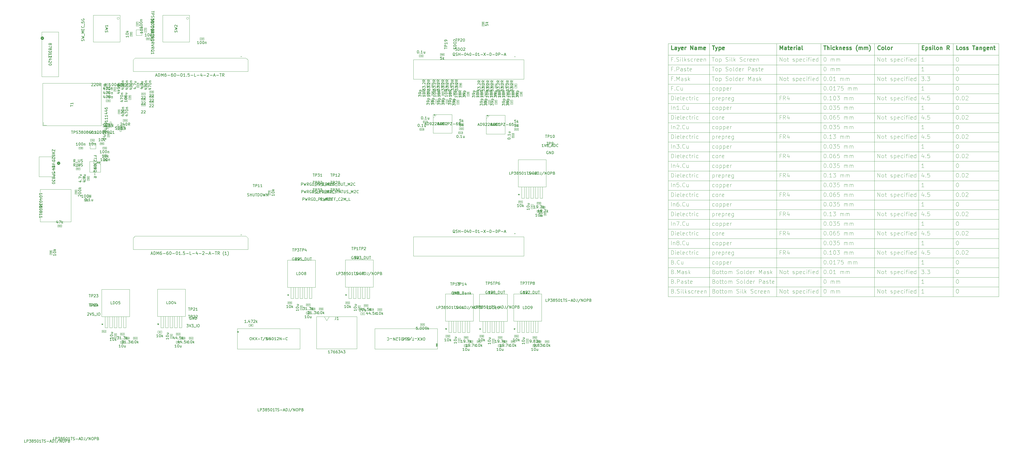
<source format=gbr>
%TF.GenerationSoftware,KiCad,Pcbnew,8.0.5*%
%TF.CreationDate,2025-04-11T15:09:43-05:00*%
%TF.ProjectId,PSEC5_Ctrl_Board,50534543-355f-4437-9472-6c5f426f6172,rev?*%
%TF.SameCoordinates,Original*%
%TF.FileFunction,AssemblyDrawing,Top*%
%FSLAX46Y46*%
G04 Gerber Fmt 4.6, Leading zero omitted, Abs format (unit mm)*
G04 Created by KiCad (PCBNEW 8.0.5) date 2025-04-11 15:09:43*
%MOMM*%
%LPD*%
G01*
G04 APERTURE LIST*
%ADD10C,0.100000*%
%ADD11C,0.300000*%
%ADD12C,0.150000*%
%ADD13C,0.060000*%
%ADD14C,0.025400*%
%ADD15C,0.508000*%
%ADD16C,0.200000*%
G04 APERTURE END LIST*
D10*
X408312077Y-142468228D02*
X408454934Y-142468228D01*
X408454934Y-142468228D02*
X408597791Y-142539657D01*
X408597791Y-142539657D02*
X408669220Y-142611085D01*
X408669220Y-142611085D02*
X408740648Y-142753942D01*
X408740648Y-142753942D02*
X408812077Y-143039657D01*
X408812077Y-143039657D02*
X408812077Y-143396800D01*
X408812077Y-143396800D02*
X408740648Y-143682514D01*
X408740648Y-143682514D02*
X408669220Y-143825371D01*
X408669220Y-143825371D02*
X408597791Y-143896800D01*
X408597791Y-143896800D02*
X408454934Y-143968228D01*
X408454934Y-143968228D02*
X408312077Y-143968228D01*
X408312077Y-143968228D02*
X408169220Y-143896800D01*
X408169220Y-143896800D02*
X408097791Y-143825371D01*
X408097791Y-143825371D02*
X408026362Y-143682514D01*
X408026362Y-143682514D02*
X407954934Y-143396800D01*
X407954934Y-143396800D02*
X407954934Y-143039657D01*
X407954934Y-143039657D02*
X408026362Y-142753942D01*
X408026362Y-142753942D02*
X408097791Y-142611085D01*
X408097791Y-142611085D02*
X408169220Y-142539657D01*
X408169220Y-142539657D02*
X408312077Y-142468228D01*
X408312077Y-138862228D02*
X408454934Y-138862228D01*
X408454934Y-138862228D02*
X408597791Y-138933657D01*
X408597791Y-138933657D02*
X408669220Y-139005085D01*
X408669220Y-139005085D02*
X408740648Y-139147942D01*
X408740648Y-139147942D02*
X408812077Y-139433657D01*
X408812077Y-139433657D02*
X408812077Y-139790800D01*
X408812077Y-139790800D02*
X408740648Y-140076514D01*
X408740648Y-140076514D02*
X408669220Y-140219371D01*
X408669220Y-140219371D02*
X408597791Y-140290800D01*
X408597791Y-140290800D02*
X408454934Y-140362228D01*
X408454934Y-140362228D02*
X408312077Y-140362228D01*
X408312077Y-140362228D02*
X408169220Y-140290800D01*
X408169220Y-140290800D02*
X408097791Y-140219371D01*
X408097791Y-140219371D02*
X408026362Y-140076514D01*
X408026362Y-140076514D02*
X407954934Y-139790800D01*
X407954934Y-139790800D02*
X407954934Y-139433657D01*
X407954934Y-139433657D02*
X408026362Y-139147942D01*
X408026362Y-139147942D02*
X408097791Y-139005085D01*
X408097791Y-139005085D02*
X408169220Y-138933657D01*
X408169220Y-138933657D02*
X408312077Y-138862228D01*
X408312077Y-135256228D02*
X408454934Y-135256228D01*
X408454934Y-135256228D02*
X408597791Y-135327657D01*
X408597791Y-135327657D02*
X408669220Y-135399085D01*
X408669220Y-135399085D02*
X408740648Y-135541942D01*
X408740648Y-135541942D02*
X408812077Y-135827657D01*
X408812077Y-135827657D02*
X408812077Y-136184800D01*
X408812077Y-136184800D02*
X408740648Y-136470514D01*
X408740648Y-136470514D02*
X408669220Y-136613371D01*
X408669220Y-136613371D02*
X408597791Y-136684800D01*
X408597791Y-136684800D02*
X408454934Y-136756228D01*
X408454934Y-136756228D02*
X408312077Y-136756228D01*
X408312077Y-136756228D02*
X408169220Y-136684800D01*
X408169220Y-136684800D02*
X408097791Y-136613371D01*
X408097791Y-136613371D02*
X408026362Y-136470514D01*
X408026362Y-136470514D02*
X407954934Y-136184800D01*
X407954934Y-136184800D02*
X407954934Y-135827657D01*
X407954934Y-135827657D02*
X408026362Y-135541942D01*
X408026362Y-135541942D02*
X408097791Y-135399085D01*
X408097791Y-135399085D02*
X408169220Y-135327657D01*
X408169220Y-135327657D02*
X408312077Y-135256228D01*
X408312077Y-131650228D02*
X408454934Y-131650228D01*
X408454934Y-131650228D02*
X408597791Y-131721657D01*
X408597791Y-131721657D02*
X408669220Y-131793085D01*
X408669220Y-131793085D02*
X408740648Y-131935942D01*
X408740648Y-131935942D02*
X408812077Y-132221657D01*
X408812077Y-132221657D02*
X408812077Y-132578800D01*
X408812077Y-132578800D02*
X408740648Y-132864514D01*
X408740648Y-132864514D02*
X408669220Y-133007371D01*
X408669220Y-133007371D02*
X408597791Y-133078800D01*
X408597791Y-133078800D02*
X408454934Y-133150228D01*
X408454934Y-133150228D02*
X408312077Y-133150228D01*
X408312077Y-133150228D02*
X408169220Y-133078800D01*
X408169220Y-133078800D02*
X408097791Y-133007371D01*
X408097791Y-133007371D02*
X408026362Y-132864514D01*
X408026362Y-132864514D02*
X407954934Y-132578800D01*
X407954934Y-132578800D02*
X407954934Y-132221657D01*
X407954934Y-132221657D02*
X408026362Y-131935942D01*
X408026362Y-131935942D02*
X408097791Y-131793085D01*
X408097791Y-131793085D02*
X408169220Y-131721657D01*
X408169220Y-131721657D02*
X408312077Y-131650228D01*
X408312077Y-120832228D02*
X408454934Y-120832228D01*
X408454934Y-120832228D02*
X408597791Y-120903657D01*
X408597791Y-120903657D02*
X408669220Y-120975085D01*
X408669220Y-120975085D02*
X408740648Y-121117942D01*
X408740648Y-121117942D02*
X408812077Y-121403657D01*
X408812077Y-121403657D02*
X408812077Y-121760800D01*
X408812077Y-121760800D02*
X408740648Y-122046514D01*
X408740648Y-122046514D02*
X408669220Y-122189371D01*
X408669220Y-122189371D02*
X408597791Y-122260800D01*
X408597791Y-122260800D02*
X408454934Y-122332228D01*
X408454934Y-122332228D02*
X408312077Y-122332228D01*
X408312077Y-122332228D02*
X408169220Y-122260800D01*
X408169220Y-122260800D02*
X408097791Y-122189371D01*
X408097791Y-122189371D02*
X408026362Y-122046514D01*
X408026362Y-122046514D02*
X407954934Y-121760800D01*
X407954934Y-121760800D02*
X407954934Y-121403657D01*
X407954934Y-121403657D02*
X408026362Y-121117942D01*
X408026362Y-121117942D02*
X408097791Y-120975085D01*
X408097791Y-120975085D02*
X408169220Y-120903657D01*
X408169220Y-120903657D02*
X408312077Y-120832228D01*
X409454933Y-122189371D02*
X409526362Y-122260800D01*
X409526362Y-122260800D02*
X409454933Y-122332228D01*
X409454933Y-122332228D02*
X409383505Y-122260800D01*
X409383505Y-122260800D02*
X409454933Y-122189371D01*
X409454933Y-122189371D02*
X409454933Y-122332228D01*
X410454934Y-120832228D02*
X410597791Y-120832228D01*
X410597791Y-120832228D02*
X410740648Y-120903657D01*
X410740648Y-120903657D02*
X410812077Y-120975085D01*
X410812077Y-120975085D02*
X410883505Y-121117942D01*
X410883505Y-121117942D02*
X410954934Y-121403657D01*
X410954934Y-121403657D02*
X410954934Y-121760800D01*
X410954934Y-121760800D02*
X410883505Y-122046514D01*
X410883505Y-122046514D02*
X410812077Y-122189371D01*
X410812077Y-122189371D02*
X410740648Y-122260800D01*
X410740648Y-122260800D02*
X410597791Y-122332228D01*
X410597791Y-122332228D02*
X410454934Y-122332228D01*
X410454934Y-122332228D02*
X410312077Y-122260800D01*
X410312077Y-122260800D02*
X410240648Y-122189371D01*
X410240648Y-122189371D02*
X410169219Y-122046514D01*
X410169219Y-122046514D02*
X410097791Y-121760800D01*
X410097791Y-121760800D02*
X410097791Y-121403657D01*
X410097791Y-121403657D02*
X410169219Y-121117942D01*
X410169219Y-121117942D02*
X410240648Y-120975085D01*
X410240648Y-120975085D02*
X410312077Y-120903657D01*
X410312077Y-120903657D02*
X410454934Y-120832228D01*
X411526362Y-120975085D02*
X411597790Y-120903657D01*
X411597790Y-120903657D02*
X411740648Y-120832228D01*
X411740648Y-120832228D02*
X412097790Y-120832228D01*
X412097790Y-120832228D02*
X412240648Y-120903657D01*
X412240648Y-120903657D02*
X412312076Y-120975085D01*
X412312076Y-120975085D02*
X412383505Y-121117942D01*
X412383505Y-121117942D02*
X412383505Y-121260800D01*
X412383505Y-121260800D02*
X412312076Y-121475085D01*
X412312076Y-121475085D02*
X411454933Y-122332228D01*
X411454933Y-122332228D02*
X412383505Y-122332228D01*
X408312077Y-117226228D02*
X408454934Y-117226228D01*
X408454934Y-117226228D02*
X408597791Y-117297657D01*
X408597791Y-117297657D02*
X408669220Y-117369085D01*
X408669220Y-117369085D02*
X408740648Y-117511942D01*
X408740648Y-117511942D02*
X408812077Y-117797657D01*
X408812077Y-117797657D02*
X408812077Y-118154800D01*
X408812077Y-118154800D02*
X408740648Y-118440514D01*
X408740648Y-118440514D02*
X408669220Y-118583371D01*
X408669220Y-118583371D02*
X408597791Y-118654800D01*
X408597791Y-118654800D02*
X408454934Y-118726228D01*
X408454934Y-118726228D02*
X408312077Y-118726228D01*
X408312077Y-118726228D02*
X408169220Y-118654800D01*
X408169220Y-118654800D02*
X408097791Y-118583371D01*
X408097791Y-118583371D02*
X408026362Y-118440514D01*
X408026362Y-118440514D02*
X407954934Y-118154800D01*
X407954934Y-118154800D02*
X407954934Y-117797657D01*
X407954934Y-117797657D02*
X408026362Y-117511942D01*
X408026362Y-117511942D02*
X408097791Y-117369085D01*
X408097791Y-117369085D02*
X408169220Y-117297657D01*
X408169220Y-117297657D02*
X408312077Y-117226228D01*
X408312077Y-113620228D02*
X408454934Y-113620228D01*
X408454934Y-113620228D02*
X408597791Y-113691657D01*
X408597791Y-113691657D02*
X408669220Y-113763085D01*
X408669220Y-113763085D02*
X408740648Y-113905942D01*
X408740648Y-113905942D02*
X408812077Y-114191657D01*
X408812077Y-114191657D02*
X408812077Y-114548800D01*
X408812077Y-114548800D02*
X408740648Y-114834514D01*
X408740648Y-114834514D02*
X408669220Y-114977371D01*
X408669220Y-114977371D02*
X408597791Y-115048800D01*
X408597791Y-115048800D02*
X408454934Y-115120228D01*
X408454934Y-115120228D02*
X408312077Y-115120228D01*
X408312077Y-115120228D02*
X408169220Y-115048800D01*
X408169220Y-115048800D02*
X408097791Y-114977371D01*
X408097791Y-114977371D02*
X408026362Y-114834514D01*
X408026362Y-114834514D02*
X407954934Y-114548800D01*
X407954934Y-114548800D02*
X407954934Y-114191657D01*
X407954934Y-114191657D02*
X408026362Y-113905942D01*
X408026362Y-113905942D02*
X408097791Y-113763085D01*
X408097791Y-113763085D02*
X408169220Y-113691657D01*
X408169220Y-113691657D02*
X408312077Y-113620228D01*
X409454933Y-114977371D02*
X409526362Y-115048800D01*
X409526362Y-115048800D02*
X409454933Y-115120228D01*
X409454933Y-115120228D02*
X409383505Y-115048800D01*
X409383505Y-115048800D02*
X409454933Y-114977371D01*
X409454933Y-114977371D02*
X409454933Y-115120228D01*
X410454934Y-113620228D02*
X410597791Y-113620228D01*
X410597791Y-113620228D02*
X410740648Y-113691657D01*
X410740648Y-113691657D02*
X410812077Y-113763085D01*
X410812077Y-113763085D02*
X410883505Y-113905942D01*
X410883505Y-113905942D02*
X410954934Y-114191657D01*
X410954934Y-114191657D02*
X410954934Y-114548800D01*
X410954934Y-114548800D02*
X410883505Y-114834514D01*
X410883505Y-114834514D02*
X410812077Y-114977371D01*
X410812077Y-114977371D02*
X410740648Y-115048800D01*
X410740648Y-115048800D02*
X410597791Y-115120228D01*
X410597791Y-115120228D02*
X410454934Y-115120228D01*
X410454934Y-115120228D02*
X410312077Y-115048800D01*
X410312077Y-115048800D02*
X410240648Y-114977371D01*
X410240648Y-114977371D02*
X410169219Y-114834514D01*
X410169219Y-114834514D02*
X410097791Y-114548800D01*
X410097791Y-114548800D02*
X410097791Y-114191657D01*
X410097791Y-114191657D02*
X410169219Y-113905942D01*
X410169219Y-113905942D02*
X410240648Y-113763085D01*
X410240648Y-113763085D02*
X410312077Y-113691657D01*
X410312077Y-113691657D02*
X410454934Y-113620228D01*
X411526362Y-113763085D02*
X411597790Y-113691657D01*
X411597790Y-113691657D02*
X411740648Y-113620228D01*
X411740648Y-113620228D02*
X412097790Y-113620228D01*
X412097790Y-113620228D02*
X412240648Y-113691657D01*
X412240648Y-113691657D02*
X412312076Y-113763085D01*
X412312076Y-113763085D02*
X412383505Y-113905942D01*
X412383505Y-113905942D02*
X412383505Y-114048800D01*
X412383505Y-114048800D02*
X412312076Y-114263085D01*
X412312076Y-114263085D02*
X411454933Y-115120228D01*
X411454933Y-115120228D02*
X412383505Y-115120228D01*
X408312077Y-110014228D02*
X408454934Y-110014228D01*
X408454934Y-110014228D02*
X408597791Y-110085657D01*
X408597791Y-110085657D02*
X408669220Y-110157085D01*
X408669220Y-110157085D02*
X408740648Y-110299942D01*
X408740648Y-110299942D02*
X408812077Y-110585657D01*
X408812077Y-110585657D02*
X408812077Y-110942800D01*
X408812077Y-110942800D02*
X408740648Y-111228514D01*
X408740648Y-111228514D02*
X408669220Y-111371371D01*
X408669220Y-111371371D02*
X408597791Y-111442800D01*
X408597791Y-111442800D02*
X408454934Y-111514228D01*
X408454934Y-111514228D02*
X408312077Y-111514228D01*
X408312077Y-111514228D02*
X408169220Y-111442800D01*
X408169220Y-111442800D02*
X408097791Y-111371371D01*
X408097791Y-111371371D02*
X408026362Y-111228514D01*
X408026362Y-111228514D02*
X407954934Y-110942800D01*
X407954934Y-110942800D02*
X407954934Y-110585657D01*
X407954934Y-110585657D02*
X408026362Y-110299942D01*
X408026362Y-110299942D02*
X408097791Y-110157085D01*
X408097791Y-110157085D02*
X408169220Y-110085657D01*
X408169220Y-110085657D02*
X408312077Y-110014228D01*
X408312077Y-102802228D02*
X408454934Y-102802228D01*
X408454934Y-102802228D02*
X408597791Y-102873657D01*
X408597791Y-102873657D02*
X408669220Y-102945085D01*
X408669220Y-102945085D02*
X408740648Y-103087942D01*
X408740648Y-103087942D02*
X408812077Y-103373657D01*
X408812077Y-103373657D02*
X408812077Y-103730800D01*
X408812077Y-103730800D02*
X408740648Y-104016514D01*
X408740648Y-104016514D02*
X408669220Y-104159371D01*
X408669220Y-104159371D02*
X408597791Y-104230800D01*
X408597791Y-104230800D02*
X408454934Y-104302228D01*
X408454934Y-104302228D02*
X408312077Y-104302228D01*
X408312077Y-104302228D02*
X408169220Y-104230800D01*
X408169220Y-104230800D02*
X408097791Y-104159371D01*
X408097791Y-104159371D02*
X408026362Y-104016514D01*
X408026362Y-104016514D02*
X407954934Y-103730800D01*
X407954934Y-103730800D02*
X407954934Y-103373657D01*
X407954934Y-103373657D02*
X408026362Y-103087942D01*
X408026362Y-103087942D02*
X408097791Y-102945085D01*
X408097791Y-102945085D02*
X408169220Y-102873657D01*
X408169220Y-102873657D02*
X408312077Y-102802228D01*
X408312077Y-99196228D02*
X408454934Y-99196228D01*
X408454934Y-99196228D02*
X408597791Y-99267657D01*
X408597791Y-99267657D02*
X408669220Y-99339085D01*
X408669220Y-99339085D02*
X408740648Y-99481942D01*
X408740648Y-99481942D02*
X408812077Y-99767657D01*
X408812077Y-99767657D02*
X408812077Y-100124800D01*
X408812077Y-100124800D02*
X408740648Y-100410514D01*
X408740648Y-100410514D02*
X408669220Y-100553371D01*
X408669220Y-100553371D02*
X408597791Y-100624800D01*
X408597791Y-100624800D02*
X408454934Y-100696228D01*
X408454934Y-100696228D02*
X408312077Y-100696228D01*
X408312077Y-100696228D02*
X408169220Y-100624800D01*
X408169220Y-100624800D02*
X408097791Y-100553371D01*
X408097791Y-100553371D02*
X408026362Y-100410514D01*
X408026362Y-100410514D02*
X407954934Y-100124800D01*
X407954934Y-100124800D02*
X407954934Y-99767657D01*
X407954934Y-99767657D02*
X408026362Y-99481942D01*
X408026362Y-99481942D02*
X408097791Y-99339085D01*
X408097791Y-99339085D02*
X408169220Y-99267657D01*
X408169220Y-99267657D02*
X408312077Y-99196228D01*
X409454933Y-100553371D02*
X409526362Y-100624800D01*
X409526362Y-100624800D02*
X409454933Y-100696228D01*
X409454933Y-100696228D02*
X409383505Y-100624800D01*
X409383505Y-100624800D02*
X409454933Y-100553371D01*
X409454933Y-100553371D02*
X409454933Y-100696228D01*
X410454934Y-99196228D02*
X410597791Y-99196228D01*
X410597791Y-99196228D02*
X410740648Y-99267657D01*
X410740648Y-99267657D02*
X410812077Y-99339085D01*
X410812077Y-99339085D02*
X410883505Y-99481942D01*
X410883505Y-99481942D02*
X410954934Y-99767657D01*
X410954934Y-99767657D02*
X410954934Y-100124800D01*
X410954934Y-100124800D02*
X410883505Y-100410514D01*
X410883505Y-100410514D02*
X410812077Y-100553371D01*
X410812077Y-100553371D02*
X410740648Y-100624800D01*
X410740648Y-100624800D02*
X410597791Y-100696228D01*
X410597791Y-100696228D02*
X410454934Y-100696228D01*
X410454934Y-100696228D02*
X410312077Y-100624800D01*
X410312077Y-100624800D02*
X410240648Y-100553371D01*
X410240648Y-100553371D02*
X410169219Y-100410514D01*
X410169219Y-100410514D02*
X410097791Y-100124800D01*
X410097791Y-100124800D02*
X410097791Y-99767657D01*
X410097791Y-99767657D02*
X410169219Y-99481942D01*
X410169219Y-99481942D02*
X410240648Y-99339085D01*
X410240648Y-99339085D02*
X410312077Y-99267657D01*
X410312077Y-99267657D02*
X410454934Y-99196228D01*
X411526362Y-99339085D02*
X411597790Y-99267657D01*
X411597790Y-99267657D02*
X411740648Y-99196228D01*
X411740648Y-99196228D02*
X412097790Y-99196228D01*
X412097790Y-99196228D02*
X412240648Y-99267657D01*
X412240648Y-99267657D02*
X412312076Y-99339085D01*
X412312076Y-99339085D02*
X412383505Y-99481942D01*
X412383505Y-99481942D02*
X412383505Y-99624800D01*
X412383505Y-99624800D02*
X412312076Y-99839085D01*
X412312076Y-99839085D02*
X411454933Y-100696228D01*
X411454933Y-100696228D02*
X412383505Y-100696228D01*
X408312077Y-95590228D02*
X408454934Y-95590228D01*
X408454934Y-95590228D02*
X408597791Y-95661657D01*
X408597791Y-95661657D02*
X408669220Y-95733085D01*
X408669220Y-95733085D02*
X408740648Y-95875942D01*
X408740648Y-95875942D02*
X408812077Y-96161657D01*
X408812077Y-96161657D02*
X408812077Y-96518800D01*
X408812077Y-96518800D02*
X408740648Y-96804514D01*
X408740648Y-96804514D02*
X408669220Y-96947371D01*
X408669220Y-96947371D02*
X408597791Y-97018800D01*
X408597791Y-97018800D02*
X408454934Y-97090228D01*
X408454934Y-97090228D02*
X408312077Y-97090228D01*
X408312077Y-97090228D02*
X408169220Y-97018800D01*
X408169220Y-97018800D02*
X408097791Y-96947371D01*
X408097791Y-96947371D02*
X408026362Y-96804514D01*
X408026362Y-96804514D02*
X407954934Y-96518800D01*
X407954934Y-96518800D02*
X407954934Y-96161657D01*
X407954934Y-96161657D02*
X408026362Y-95875942D01*
X408026362Y-95875942D02*
X408097791Y-95733085D01*
X408097791Y-95733085D02*
X408169220Y-95661657D01*
X408169220Y-95661657D02*
X408312077Y-95590228D01*
X408312077Y-88378228D02*
X408454934Y-88378228D01*
X408454934Y-88378228D02*
X408597791Y-88449657D01*
X408597791Y-88449657D02*
X408669220Y-88521085D01*
X408669220Y-88521085D02*
X408740648Y-88663942D01*
X408740648Y-88663942D02*
X408812077Y-88949657D01*
X408812077Y-88949657D02*
X408812077Y-89306800D01*
X408812077Y-89306800D02*
X408740648Y-89592514D01*
X408740648Y-89592514D02*
X408669220Y-89735371D01*
X408669220Y-89735371D02*
X408597791Y-89806800D01*
X408597791Y-89806800D02*
X408454934Y-89878228D01*
X408454934Y-89878228D02*
X408312077Y-89878228D01*
X408312077Y-89878228D02*
X408169220Y-89806800D01*
X408169220Y-89806800D02*
X408097791Y-89735371D01*
X408097791Y-89735371D02*
X408026362Y-89592514D01*
X408026362Y-89592514D02*
X407954934Y-89306800D01*
X407954934Y-89306800D02*
X407954934Y-88949657D01*
X407954934Y-88949657D02*
X408026362Y-88663942D01*
X408026362Y-88663942D02*
X408097791Y-88521085D01*
X408097791Y-88521085D02*
X408169220Y-88449657D01*
X408169220Y-88449657D02*
X408312077Y-88378228D01*
X408312077Y-84772228D02*
X408454934Y-84772228D01*
X408454934Y-84772228D02*
X408597791Y-84843657D01*
X408597791Y-84843657D02*
X408669220Y-84915085D01*
X408669220Y-84915085D02*
X408740648Y-85057942D01*
X408740648Y-85057942D02*
X408812077Y-85343657D01*
X408812077Y-85343657D02*
X408812077Y-85700800D01*
X408812077Y-85700800D02*
X408740648Y-85986514D01*
X408740648Y-85986514D02*
X408669220Y-86129371D01*
X408669220Y-86129371D02*
X408597791Y-86200800D01*
X408597791Y-86200800D02*
X408454934Y-86272228D01*
X408454934Y-86272228D02*
X408312077Y-86272228D01*
X408312077Y-86272228D02*
X408169220Y-86200800D01*
X408169220Y-86200800D02*
X408097791Y-86129371D01*
X408097791Y-86129371D02*
X408026362Y-85986514D01*
X408026362Y-85986514D02*
X407954934Y-85700800D01*
X407954934Y-85700800D02*
X407954934Y-85343657D01*
X407954934Y-85343657D02*
X408026362Y-85057942D01*
X408026362Y-85057942D02*
X408097791Y-84915085D01*
X408097791Y-84915085D02*
X408169220Y-84843657D01*
X408169220Y-84843657D02*
X408312077Y-84772228D01*
X409454933Y-86129371D02*
X409526362Y-86200800D01*
X409526362Y-86200800D02*
X409454933Y-86272228D01*
X409454933Y-86272228D02*
X409383505Y-86200800D01*
X409383505Y-86200800D02*
X409454933Y-86129371D01*
X409454933Y-86129371D02*
X409454933Y-86272228D01*
X410454934Y-84772228D02*
X410597791Y-84772228D01*
X410597791Y-84772228D02*
X410740648Y-84843657D01*
X410740648Y-84843657D02*
X410812077Y-84915085D01*
X410812077Y-84915085D02*
X410883505Y-85057942D01*
X410883505Y-85057942D02*
X410954934Y-85343657D01*
X410954934Y-85343657D02*
X410954934Y-85700800D01*
X410954934Y-85700800D02*
X410883505Y-85986514D01*
X410883505Y-85986514D02*
X410812077Y-86129371D01*
X410812077Y-86129371D02*
X410740648Y-86200800D01*
X410740648Y-86200800D02*
X410597791Y-86272228D01*
X410597791Y-86272228D02*
X410454934Y-86272228D01*
X410454934Y-86272228D02*
X410312077Y-86200800D01*
X410312077Y-86200800D02*
X410240648Y-86129371D01*
X410240648Y-86129371D02*
X410169219Y-85986514D01*
X410169219Y-85986514D02*
X410097791Y-85700800D01*
X410097791Y-85700800D02*
X410097791Y-85343657D01*
X410097791Y-85343657D02*
X410169219Y-85057942D01*
X410169219Y-85057942D02*
X410240648Y-84915085D01*
X410240648Y-84915085D02*
X410312077Y-84843657D01*
X410312077Y-84843657D02*
X410454934Y-84772228D01*
X411526362Y-84915085D02*
X411597790Y-84843657D01*
X411597790Y-84843657D02*
X411740648Y-84772228D01*
X411740648Y-84772228D02*
X412097790Y-84772228D01*
X412097790Y-84772228D02*
X412240648Y-84843657D01*
X412240648Y-84843657D02*
X412312076Y-84915085D01*
X412312076Y-84915085D02*
X412383505Y-85057942D01*
X412383505Y-85057942D02*
X412383505Y-85200800D01*
X412383505Y-85200800D02*
X412312076Y-85415085D01*
X412312076Y-85415085D02*
X411454933Y-86272228D01*
X411454933Y-86272228D02*
X412383505Y-86272228D01*
X408312077Y-81166228D02*
X408454934Y-81166228D01*
X408454934Y-81166228D02*
X408597791Y-81237657D01*
X408597791Y-81237657D02*
X408669220Y-81309085D01*
X408669220Y-81309085D02*
X408740648Y-81451942D01*
X408740648Y-81451942D02*
X408812077Y-81737657D01*
X408812077Y-81737657D02*
X408812077Y-82094800D01*
X408812077Y-82094800D02*
X408740648Y-82380514D01*
X408740648Y-82380514D02*
X408669220Y-82523371D01*
X408669220Y-82523371D02*
X408597791Y-82594800D01*
X408597791Y-82594800D02*
X408454934Y-82666228D01*
X408454934Y-82666228D02*
X408312077Y-82666228D01*
X408312077Y-82666228D02*
X408169220Y-82594800D01*
X408169220Y-82594800D02*
X408097791Y-82523371D01*
X408097791Y-82523371D02*
X408026362Y-82380514D01*
X408026362Y-82380514D02*
X407954934Y-82094800D01*
X407954934Y-82094800D02*
X407954934Y-81737657D01*
X407954934Y-81737657D02*
X408026362Y-81451942D01*
X408026362Y-81451942D02*
X408097791Y-81309085D01*
X408097791Y-81309085D02*
X408169220Y-81237657D01*
X408169220Y-81237657D02*
X408312077Y-81166228D01*
X408312077Y-77560228D02*
X408454934Y-77560228D01*
X408454934Y-77560228D02*
X408597791Y-77631657D01*
X408597791Y-77631657D02*
X408669220Y-77703085D01*
X408669220Y-77703085D02*
X408740648Y-77845942D01*
X408740648Y-77845942D02*
X408812077Y-78131657D01*
X408812077Y-78131657D02*
X408812077Y-78488800D01*
X408812077Y-78488800D02*
X408740648Y-78774514D01*
X408740648Y-78774514D02*
X408669220Y-78917371D01*
X408669220Y-78917371D02*
X408597791Y-78988800D01*
X408597791Y-78988800D02*
X408454934Y-79060228D01*
X408454934Y-79060228D02*
X408312077Y-79060228D01*
X408312077Y-79060228D02*
X408169220Y-78988800D01*
X408169220Y-78988800D02*
X408097791Y-78917371D01*
X408097791Y-78917371D02*
X408026362Y-78774514D01*
X408026362Y-78774514D02*
X407954934Y-78488800D01*
X407954934Y-78488800D02*
X407954934Y-78131657D01*
X407954934Y-78131657D02*
X408026362Y-77845942D01*
X408026362Y-77845942D02*
X408097791Y-77703085D01*
X408097791Y-77703085D02*
X408169220Y-77631657D01*
X408169220Y-77631657D02*
X408312077Y-77560228D01*
X409454933Y-78917371D02*
X409526362Y-78988800D01*
X409526362Y-78988800D02*
X409454933Y-79060228D01*
X409454933Y-79060228D02*
X409383505Y-78988800D01*
X409383505Y-78988800D02*
X409454933Y-78917371D01*
X409454933Y-78917371D02*
X409454933Y-79060228D01*
X410454934Y-77560228D02*
X410597791Y-77560228D01*
X410597791Y-77560228D02*
X410740648Y-77631657D01*
X410740648Y-77631657D02*
X410812077Y-77703085D01*
X410812077Y-77703085D02*
X410883505Y-77845942D01*
X410883505Y-77845942D02*
X410954934Y-78131657D01*
X410954934Y-78131657D02*
X410954934Y-78488800D01*
X410954934Y-78488800D02*
X410883505Y-78774514D01*
X410883505Y-78774514D02*
X410812077Y-78917371D01*
X410812077Y-78917371D02*
X410740648Y-78988800D01*
X410740648Y-78988800D02*
X410597791Y-79060228D01*
X410597791Y-79060228D02*
X410454934Y-79060228D01*
X410454934Y-79060228D02*
X410312077Y-78988800D01*
X410312077Y-78988800D02*
X410240648Y-78917371D01*
X410240648Y-78917371D02*
X410169219Y-78774514D01*
X410169219Y-78774514D02*
X410097791Y-78488800D01*
X410097791Y-78488800D02*
X410097791Y-78131657D01*
X410097791Y-78131657D02*
X410169219Y-77845942D01*
X410169219Y-77845942D02*
X410240648Y-77703085D01*
X410240648Y-77703085D02*
X410312077Y-77631657D01*
X410312077Y-77631657D02*
X410454934Y-77560228D01*
X411526362Y-77703085D02*
X411597790Y-77631657D01*
X411597790Y-77631657D02*
X411740648Y-77560228D01*
X411740648Y-77560228D02*
X412097790Y-77560228D01*
X412097790Y-77560228D02*
X412240648Y-77631657D01*
X412240648Y-77631657D02*
X412312076Y-77703085D01*
X412312076Y-77703085D02*
X412383505Y-77845942D01*
X412383505Y-77845942D02*
X412383505Y-77988800D01*
X412383505Y-77988800D02*
X412312076Y-78203085D01*
X412312076Y-78203085D02*
X411454933Y-79060228D01*
X411454933Y-79060228D02*
X412383505Y-79060228D01*
X408312077Y-66742228D02*
X408454934Y-66742228D01*
X408454934Y-66742228D02*
X408597791Y-66813657D01*
X408597791Y-66813657D02*
X408669220Y-66885085D01*
X408669220Y-66885085D02*
X408740648Y-67027942D01*
X408740648Y-67027942D02*
X408812077Y-67313657D01*
X408812077Y-67313657D02*
X408812077Y-67670800D01*
X408812077Y-67670800D02*
X408740648Y-67956514D01*
X408740648Y-67956514D02*
X408669220Y-68099371D01*
X408669220Y-68099371D02*
X408597791Y-68170800D01*
X408597791Y-68170800D02*
X408454934Y-68242228D01*
X408454934Y-68242228D02*
X408312077Y-68242228D01*
X408312077Y-68242228D02*
X408169220Y-68170800D01*
X408169220Y-68170800D02*
X408097791Y-68099371D01*
X408097791Y-68099371D02*
X408026362Y-67956514D01*
X408026362Y-67956514D02*
X407954934Y-67670800D01*
X407954934Y-67670800D02*
X407954934Y-67313657D01*
X407954934Y-67313657D02*
X408026362Y-67027942D01*
X408026362Y-67027942D02*
X408097791Y-66885085D01*
X408097791Y-66885085D02*
X408169220Y-66813657D01*
X408169220Y-66813657D02*
X408312077Y-66742228D01*
X408312077Y-63136228D02*
X408454934Y-63136228D01*
X408454934Y-63136228D02*
X408597791Y-63207657D01*
X408597791Y-63207657D02*
X408669220Y-63279085D01*
X408669220Y-63279085D02*
X408740648Y-63421942D01*
X408740648Y-63421942D02*
X408812077Y-63707657D01*
X408812077Y-63707657D02*
X408812077Y-64064800D01*
X408812077Y-64064800D02*
X408740648Y-64350514D01*
X408740648Y-64350514D02*
X408669220Y-64493371D01*
X408669220Y-64493371D02*
X408597791Y-64564800D01*
X408597791Y-64564800D02*
X408454934Y-64636228D01*
X408454934Y-64636228D02*
X408312077Y-64636228D01*
X408312077Y-64636228D02*
X408169220Y-64564800D01*
X408169220Y-64564800D02*
X408097791Y-64493371D01*
X408097791Y-64493371D02*
X408026362Y-64350514D01*
X408026362Y-64350514D02*
X407954934Y-64064800D01*
X407954934Y-64064800D02*
X407954934Y-63707657D01*
X407954934Y-63707657D02*
X408026362Y-63421942D01*
X408026362Y-63421942D02*
X408097791Y-63279085D01*
X408097791Y-63279085D02*
X408169220Y-63207657D01*
X408169220Y-63207657D02*
X408312077Y-63136228D01*
X408312077Y-59530228D02*
X408454934Y-59530228D01*
X408454934Y-59530228D02*
X408597791Y-59601657D01*
X408597791Y-59601657D02*
X408669220Y-59673085D01*
X408669220Y-59673085D02*
X408740648Y-59815942D01*
X408740648Y-59815942D02*
X408812077Y-60101657D01*
X408812077Y-60101657D02*
X408812077Y-60458800D01*
X408812077Y-60458800D02*
X408740648Y-60744514D01*
X408740648Y-60744514D02*
X408669220Y-60887371D01*
X408669220Y-60887371D02*
X408597791Y-60958800D01*
X408597791Y-60958800D02*
X408454934Y-61030228D01*
X408454934Y-61030228D02*
X408312077Y-61030228D01*
X408312077Y-61030228D02*
X408169220Y-60958800D01*
X408169220Y-60958800D02*
X408097791Y-60887371D01*
X408097791Y-60887371D02*
X408026362Y-60744514D01*
X408026362Y-60744514D02*
X407954934Y-60458800D01*
X407954934Y-60458800D02*
X407954934Y-60101657D01*
X407954934Y-60101657D02*
X408026362Y-59815942D01*
X408026362Y-59815942D02*
X408097791Y-59673085D01*
X408097791Y-59673085D02*
X408169220Y-59601657D01*
X408169220Y-59601657D02*
X408312077Y-59530228D01*
X408312077Y-70348228D02*
X408454934Y-70348228D01*
X408454934Y-70348228D02*
X408597791Y-70419657D01*
X408597791Y-70419657D02*
X408669220Y-70491085D01*
X408669220Y-70491085D02*
X408740648Y-70633942D01*
X408740648Y-70633942D02*
X408812077Y-70919657D01*
X408812077Y-70919657D02*
X408812077Y-71276800D01*
X408812077Y-71276800D02*
X408740648Y-71562514D01*
X408740648Y-71562514D02*
X408669220Y-71705371D01*
X408669220Y-71705371D02*
X408597791Y-71776800D01*
X408597791Y-71776800D02*
X408454934Y-71848228D01*
X408454934Y-71848228D02*
X408312077Y-71848228D01*
X408312077Y-71848228D02*
X408169220Y-71776800D01*
X408169220Y-71776800D02*
X408097791Y-71705371D01*
X408097791Y-71705371D02*
X408026362Y-71562514D01*
X408026362Y-71562514D02*
X407954934Y-71276800D01*
X407954934Y-71276800D02*
X407954934Y-70919657D01*
X407954934Y-70919657D02*
X408026362Y-70633942D01*
X408026362Y-70633942D02*
X408097791Y-70491085D01*
X408097791Y-70491085D02*
X408169220Y-70419657D01*
X408169220Y-70419657D02*
X408312077Y-70348228D01*
X409454933Y-71705371D02*
X409526362Y-71776800D01*
X409526362Y-71776800D02*
X409454933Y-71848228D01*
X409454933Y-71848228D02*
X409383505Y-71776800D01*
X409383505Y-71776800D02*
X409454933Y-71705371D01*
X409454933Y-71705371D02*
X409454933Y-71848228D01*
X410454934Y-70348228D02*
X410597791Y-70348228D01*
X410597791Y-70348228D02*
X410740648Y-70419657D01*
X410740648Y-70419657D02*
X410812077Y-70491085D01*
X410812077Y-70491085D02*
X410883505Y-70633942D01*
X410883505Y-70633942D02*
X410954934Y-70919657D01*
X410954934Y-70919657D02*
X410954934Y-71276800D01*
X410954934Y-71276800D02*
X410883505Y-71562514D01*
X410883505Y-71562514D02*
X410812077Y-71705371D01*
X410812077Y-71705371D02*
X410740648Y-71776800D01*
X410740648Y-71776800D02*
X410597791Y-71848228D01*
X410597791Y-71848228D02*
X410454934Y-71848228D01*
X410454934Y-71848228D02*
X410312077Y-71776800D01*
X410312077Y-71776800D02*
X410240648Y-71705371D01*
X410240648Y-71705371D02*
X410169219Y-71562514D01*
X410169219Y-71562514D02*
X410097791Y-71276800D01*
X410097791Y-71276800D02*
X410097791Y-70919657D01*
X410097791Y-70919657D02*
X410169219Y-70633942D01*
X410169219Y-70633942D02*
X410240648Y-70491085D01*
X410240648Y-70491085D02*
X410312077Y-70419657D01*
X410312077Y-70419657D02*
X410454934Y-70348228D01*
X411526362Y-70491085D02*
X411597790Y-70419657D01*
X411597790Y-70419657D02*
X411740648Y-70348228D01*
X411740648Y-70348228D02*
X412097790Y-70348228D01*
X412097790Y-70348228D02*
X412240648Y-70419657D01*
X412240648Y-70419657D02*
X412312076Y-70491085D01*
X412312076Y-70491085D02*
X412383505Y-70633942D01*
X412383505Y-70633942D02*
X412383505Y-70776800D01*
X412383505Y-70776800D02*
X412312076Y-70991085D01*
X412312076Y-70991085D02*
X411454933Y-71848228D01*
X411454933Y-71848228D02*
X412383505Y-71848228D01*
X408312077Y-55924228D02*
X408454934Y-55924228D01*
X408454934Y-55924228D02*
X408597791Y-55995657D01*
X408597791Y-55995657D02*
X408669220Y-56067085D01*
X408669220Y-56067085D02*
X408740648Y-56209942D01*
X408740648Y-56209942D02*
X408812077Y-56495657D01*
X408812077Y-56495657D02*
X408812077Y-56852800D01*
X408812077Y-56852800D02*
X408740648Y-57138514D01*
X408740648Y-57138514D02*
X408669220Y-57281371D01*
X408669220Y-57281371D02*
X408597791Y-57352800D01*
X408597791Y-57352800D02*
X408454934Y-57424228D01*
X408454934Y-57424228D02*
X408312077Y-57424228D01*
X408312077Y-57424228D02*
X408169220Y-57352800D01*
X408169220Y-57352800D02*
X408097791Y-57281371D01*
X408097791Y-57281371D02*
X408026362Y-57138514D01*
X408026362Y-57138514D02*
X407954934Y-56852800D01*
X407954934Y-56852800D02*
X407954934Y-56495657D01*
X407954934Y-56495657D02*
X408026362Y-56209942D01*
X408026362Y-56209942D02*
X408097791Y-56067085D01*
X408097791Y-56067085D02*
X408169220Y-55995657D01*
X408169220Y-55995657D02*
X408312077Y-55924228D01*
D11*
X408872227Y-53105828D02*
X408157941Y-53105828D01*
X408157941Y-53105828D02*
X408157941Y-51605828D01*
X409586513Y-53105828D02*
X409443656Y-53034400D01*
X409443656Y-53034400D02*
X409372227Y-52962971D01*
X409372227Y-52962971D02*
X409300799Y-52820114D01*
X409300799Y-52820114D02*
X409300799Y-52391542D01*
X409300799Y-52391542D02*
X409372227Y-52248685D01*
X409372227Y-52248685D02*
X409443656Y-52177257D01*
X409443656Y-52177257D02*
X409586513Y-52105828D01*
X409586513Y-52105828D02*
X409800799Y-52105828D01*
X409800799Y-52105828D02*
X409943656Y-52177257D01*
X409943656Y-52177257D02*
X410015085Y-52248685D01*
X410015085Y-52248685D02*
X410086513Y-52391542D01*
X410086513Y-52391542D02*
X410086513Y-52820114D01*
X410086513Y-52820114D02*
X410015085Y-52962971D01*
X410015085Y-52962971D02*
X409943656Y-53034400D01*
X409943656Y-53034400D02*
X409800799Y-53105828D01*
X409800799Y-53105828D02*
X409586513Y-53105828D01*
X410657942Y-53034400D02*
X410800799Y-53105828D01*
X410800799Y-53105828D02*
X411086513Y-53105828D01*
X411086513Y-53105828D02*
X411229370Y-53034400D01*
X411229370Y-53034400D02*
X411300799Y-52891542D01*
X411300799Y-52891542D02*
X411300799Y-52820114D01*
X411300799Y-52820114D02*
X411229370Y-52677257D01*
X411229370Y-52677257D02*
X411086513Y-52605828D01*
X411086513Y-52605828D02*
X410872228Y-52605828D01*
X410872228Y-52605828D02*
X410729370Y-52534400D01*
X410729370Y-52534400D02*
X410657942Y-52391542D01*
X410657942Y-52391542D02*
X410657942Y-52320114D01*
X410657942Y-52320114D02*
X410729370Y-52177257D01*
X410729370Y-52177257D02*
X410872228Y-52105828D01*
X410872228Y-52105828D02*
X411086513Y-52105828D01*
X411086513Y-52105828D02*
X411229370Y-52177257D01*
X411872228Y-53034400D02*
X412015085Y-53105828D01*
X412015085Y-53105828D02*
X412300799Y-53105828D01*
X412300799Y-53105828D02*
X412443656Y-53034400D01*
X412443656Y-53034400D02*
X412515085Y-52891542D01*
X412515085Y-52891542D02*
X412515085Y-52820114D01*
X412515085Y-52820114D02*
X412443656Y-52677257D01*
X412443656Y-52677257D02*
X412300799Y-52605828D01*
X412300799Y-52605828D02*
X412086514Y-52605828D01*
X412086514Y-52605828D02*
X411943656Y-52534400D01*
X411943656Y-52534400D02*
X411872228Y-52391542D01*
X411872228Y-52391542D02*
X411872228Y-52320114D01*
X411872228Y-52320114D02*
X411943656Y-52177257D01*
X411943656Y-52177257D02*
X412086514Y-52105828D01*
X412086514Y-52105828D02*
X412300799Y-52105828D01*
X412300799Y-52105828D02*
X412443656Y-52177257D01*
X414086514Y-51605828D02*
X414943657Y-51605828D01*
X414515085Y-53105828D02*
X414515085Y-51605828D01*
X416086514Y-53105828D02*
X416086514Y-52320114D01*
X416086514Y-52320114D02*
X416015085Y-52177257D01*
X416015085Y-52177257D02*
X415872228Y-52105828D01*
X415872228Y-52105828D02*
X415586514Y-52105828D01*
X415586514Y-52105828D02*
X415443656Y-52177257D01*
X416086514Y-53034400D02*
X415943656Y-53105828D01*
X415943656Y-53105828D02*
X415586514Y-53105828D01*
X415586514Y-53105828D02*
X415443656Y-53034400D01*
X415443656Y-53034400D02*
X415372228Y-52891542D01*
X415372228Y-52891542D02*
X415372228Y-52748685D01*
X415372228Y-52748685D02*
X415443656Y-52605828D01*
X415443656Y-52605828D02*
X415586514Y-52534400D01*
X415586514Y-52534400D02*
X415943656Y-52534400D01*
X415943656Y-52534400D02*
X416086514Y-52462971D01*
X416800799Y-52105828D02*
X416800799Y-53105828D01*
X416800799Y-52248685D02*
X416872228Y-52177257D01*
X416872228Y-52177257D02*
X417015085Y-52105828D01*
X417015085Y-52105828D02*
X417229371Y-52105828D01*
X417229371Y-52105828D02*
X417372228Y-52177257D01*
X417372228Y-52177257D02*
X417443657Y-52320114D01*
X417443657Y-52320114D02*
X417443657Y-53105828D01*
X418800800Y-52105828D02*
X418800800Y-53320114D01*
X418800800Y-53320114D02*
X418729371Y-53462971D01*
X418729371Y-53462971D02*
X418657942Y-53534400D01*
X418657942Y-53534400D02*
X418515085Y-53605828D01*
X418515085Y-53605828D02*
X418300800Y-53605828D01*
X418300800Y-53605828D02*
X418157942Y-53534400D01*
X418800800Y-53034400D02*
X418657942Y-53105828D01*
X418657942Y-53105828D02*
X418372228Y-53105828D01*
X418372228Y-53105828D02*
X418229371Y-53034400D01*
X418229371Y-53034400D02*
X418157942Y-52962971D01*
X418157942Y-52962971D02*
X418086514Y-52820114D01*
X418086514Y-52820114D02*
X418086514Y-52391542D01*
X418086514Y-52391542D02*
X418157942Y-52248685D01*
X418157942Y-52248685D02*
X418229371Y-52177257D01*
X418229371Y-52177257D02*
X418372228Y-52105828D01*
X418372228Y-52105828D02*
X418657942Y-52105828D01*
X418657942Y-52105828D02*
X418800800Y-52177257D01*
X420086514Y-53034400D02*
X419943657Y-53105828D01*
X419943657Y-53105828D02*
X419657943Y-53105828D01*
X419657943Y-53105828D02*
X419515085Y-53034400D01*
X419515085Y-53034400D02*
X419443657Y-52891542D01*
X419443657Y-52891542D02*
X419443657Y-52320114D01*
X419443657Y-52320114D02*
X419515085Y-52177257D01*
X419515085Y-52177257D02*
X419657943Y-52105828D01*
X419657943Y-52105828D02*
X419943657Y-52105828D01*
X419943657Y-52105828D02*
X420086514Y-52177257D01*
X420086514Y-52177257D02*
X420157943Y-52320114D01*
X420157943Y-52320114D02*
X420157943Y-52462971D01*
X420157943Y-52462971D02*
X419443657Y-52605828D01*
X420800799Y-52105828D02*
X420800799Y-53105828D01*
X420800799Y-52248685D02*
X420872228Y-52177257D01*
X420872228Y-52177257D02*
X421015085Y-52105828D01*
X421015085Y-52105828D02*
X421229371Y-52105828D01*
X421229371Y-52105828D02*
X421372228Y-52177257D01*
X421372228Y-52177257D02*
X421443657Y-52320114D01*
X421443657Y-52320114D02*
X421443657Y-53105828D01*
X421943657Y-52105828D02*
X422515085Y-52105828D01*
X422157942Y-51605828D02*
X422157942Y-52891542D01*
X422157942Y-52891542D02*
X422229371Y-53034400D01*
X422229371Y-53034400D02*
X422372228Y-53105828D01*
X422372228Y-53105828D02*
X422515085Y-53105828D01*
D10*
X395926362Y-143968228D02*
X395069219Y-143968228D01*
X395497790Y-143968228D02*
X395497790Y-142468228D01*
X395497790Y-142468228D02*
X395354933Y-142682514D01*
X395354933Y-142682514D02*
X395212076Y-142825371D01*
X395212076Y-142825371D02*
X395069219Y-142896800D01*
X394997790Y-135256228D02*
X395926362Y-135256228D01*
X395926362Y-135256228D02*
X395426362Y-135827657D01*
X395426362Y-135827657D02*
X395640647Y-135827657D01*
X395640647Y-135827657D02*
X395783505Y-135899085D01*
X395783505Y-135899085D02*
X395854933Y-135970514D01*
X395854933Y-135970514D02*
X395926362Y-136113371D01*
X395926362Y-136113371D02*
X395926362Y-136470514D01*
X395926362Y-136470514D02*
X395854933Y-136613371D01*
X395854933Y-136613371D02*
X395783505Y-136684800D01*
X395783505Y-136684800D02*
X395640647Y-136756228D01*
X395640647Y-136756228D02*
X395212076Y-136756228D01*
X395212076Y-136756228D02*
X395069219Y-136684800D01*
X395069219Y-136684800D02*
X394997790Y-136613371D01*
X396569218Y-136613371D02*
X396640647Y-136684800D01*
X396640647Y-136684800D02*
X396569218Y-136756228D01*
X396569218Y-136756228D02*
X396497790Y-136684800D01*
X396497790Y-136684800D02*
X396569218Y-136613371D01*
X396569218Y-136613371D02*
X396569218Y-136756228D01*
X397140647Y-135256228D02*
X398069219Y-135256228D01*
X398069219Y-135256228D02*
X397569219Y-135827657D01*
X397569219Y-135827657D02*
X397783504Y-135827657D01*
X397783504Y-135827657D02*
X397926362Y-135899085D01*
X397926362Y-135899085D02*
X397997790Y-135970514D01*
X397997790Y-135970514D02*
X398069219Y-136113371D01*
X398069219Y-136113371D02*
X398069219Y-136470514D01*
X398069219Y-136470514D02*
X397997790Y-136613371D01*
X397997790Y-136613371D02*
X397926362Y-136684800D01*
X397926362Y-136684800D02*
X397783504Y-136756228D01*
X397783504Y-136756228D02*
X397354933Y-136756228D01*
X397354933Y-136756228D02*
X397212076Y-136684800D01*
X397212076Y-136684800D02*
X397140647Y-136613371D01*
X395926362Y-133150228D02*
X395069219Y-133150228D01*
X395497790Y-133150228D02*
X395497790Y-131650228D01*
X395497790Y-131650228D02*
X395354933Y-131864514D01*
X395354933Y-131864514D02*
X395212076Y-132007371D01*
X395212076Y-132007371D02*
X395069219Y-132078800D01*
X395783505Y-128544228D02*
X395783505Y-129544228D01*
X395426362Y-127972800D02*
X395069219Y-129044228D01*
X395069219Y-129044228D02*
X395997790Y-129044228D01*
X396569218Y-129401371D02*
X396640647Y-129472800D01*
X396640647Y-129472800D02*
X396569218Y-129544228D01*
X396569218Y-129544228D02*
X396497790Y-129472800D01*
X396497790Y-129472800D02*
X396569218Y-129401371D01*
X396569218Y-129401371D02*
X396569218Y-129544228D01*
X397997790Y-128044228D02*
X397283504Y-128044228D01*
X397283504Y-128044228D02*
X397212076Y-128758514D01*
X397212076Y-128758514D02*
X397283504Y-128687085D01*
X397283504Y-128687085D02*
X397426362Y-128615657D01*
X397426362Y-128615657D02*
X397783504Y-128615657D01*
X397783504Y-128615657D02*
X397926362Y-128687085D01*
X397926362Y-128687085D02*
X397997790Y-128758514D01*
X397997790Y-128758514D02*
X398069219Y-128901371D01*
X398069219Y-128901371D02*
X398069219Y-129258514D01*
X398069219Y-129258514D02*
X397997790Y-129401371D01*
X397997790Y-129401371D02*
X397926362Y-129472800D01*
X397926362Y-129472800D02*
X397783504Y-129544228D01*
X397783504Y-129544228D02*
X397426362Y-129544228D01*
X397426362Y-129544228D02*
X397283504Y-129472800D01*
X397283504Y-129472800D02*
X397212076Y-129401371D01*
X395783505Y-114120228D02*
X395783505Y-115120228D01*
X395426362Y-113548800D02*
X395069219Y-114620228D01*
X395069219Y-114620228D02*
X395997790Y-114620228D01*
X396569218Y-114977371D02*
X396640647Y-115048800D01*
X396640647Y-115048800D02*
X396569218Y-115120228D01*
X396569218Y-115120228D02*
X396497790Y-115048800D01*
X396497790Y-115048800D02*
X396569218Y-114977371D01*
X396569218Y-114977371D02*
X396569218Y-115120228D01*
X397997790Y-113620228D02*
X397283504Y-113620228D01*
X397283504Y-113620228D02*
X397212076Y-114334514D01*
X397212076Y-114334514D02*
X397283504Y-114263085D01*
X397283504Y-114263085D02*
X397426362Y-114191657D01*
X397426362Y-114191657D02*
X397783504Y-114191657D01*
X397783504Y-114191657D02*
X397926362Y-114263085D01*
X397926362Y-114263085D02*
X397997790Y-114334514D01*
X397997790Y-114334514D02*
X398069219Y-114477371D01*
X398069219Y-114477371D02*
X398069219Y-114834514D01*
X398069219Y-114834514D02*
X397997790Y-114977371D01*
X397997790Y-114977371D02*
X397926362Y-115048800D01*
X397926362Y-115048800D02*
X397783504Y-115120228D01*
X397783504Y-115120228D02*
X397426362Y-115120228D01*
X397426362Y-115120228D02*
X397283504Y-115048800D01*
X397283504Y-115048800D02*
X397212076Y-114977371D01*
X395926362Y-111514228D02*
X395069219Y-111514228D01*
X395497790Y-111514228D02*
X395497790Y-110014228D01*
X395497790Y-110014228D02*
X395354933Y-110228514D01*
X395354933Y-110228514D02*
X395212076Y-110371371D01*
X395212076Y-110371371D02*
X395069219Y-110442800D01*
X395783505Y-106908228D02*
X395783505Y-107908228D01*
X395426362Y-106336800D02*
X395069219Y-107408228D01*
X395069219Y-107408228D02*
X395997790Y-107408228D01*
X396569218Y-107765371D02*
X396640647Y-107836800D01*
X396640647Y-107836800D02*
X396569218Y-107908228D01*
X396569218Y-107908228D02*
X396497790Y-107836800D01*
X396497790Y-107836800D02*
X396569218Y-107765371D01*
X396569218Y-107765371D02*
X396569218Y-107908228D01*
X397997790Y-106408228D02*
X397283504Y-106408228D01*
X397283504Y-106408228D02*
X397212076Y-107122514D01*
X397212076Y-107122514D02*
X397283504Y-107051085D01*
X397283504Y-107051085D02*
X397426362Y-106979657D01*
X397426362Y-106979657D02*
X397783504Y-106979657D01*
X397783504Y-106979657D02*
X397926362Y-107051085D01*
X397926362Y-107051085D02*
X397997790Y-107122514D01*
X397997790Y-107122514D02*
X398069219Y-107265371D01*
X398069219Y-107265371D02*
X398069219Y-107622514D01*
X398069219Y-107622514D02*
X397997790Y-107765371D01*
X397997790Y-107765371D02*
X397926362Y-107836800D01*
X397926362Y-107836800D02*
X397783504Y-107908228D01*
X397783504Y-107908228D02*
X397426362Y-107908228D01*
X397426362Y-107908228D02*
X397283504Y-107836800D01*
X397283504Y-107836800D02*
X397212076Y-107765371D01*
X395926362Y-118726228D02*
X395069219Y-118726228D01*
X395497790Y-118726228D02*
X395497790Y-117226228D01*
X395497790Y-117226228D02*
X395354933Y-117440514D01*
X395354933Y-117440514D02*
X395212076Y-117583371D01*
X395212076Y-117583371D02*
X395069219Y-117654800D01*
X395926362Y-104302228D02*
X395069219Y-104302228D01*
X395497790Y-104302228D02*
X395497790Y-102802228D01*
X395497790Y-102802228D02*
X395354933Y-103016514D01*
X395354933Y-103016514D02*
X395212076Y-103159371D01*
X395212076Y-103159371D02*
X395069219Y-103230800D01*
X395926362Y-97090228D02*
X395069219Y-97090228D01*
X395497790Y-97090228D02*
X395497790Y-95590228D01*
X395497790Y-95590228D02*
X395354933Y-95804514D01*
X395354933Y-95804514D02*
X395212076Y-95947371D01*
X395212076Y-95947371D02*
X395069219Y-96018800D01*
X395783505Y-85272228D02*
X395783505Y-86272228D01*
X395426362Y-84700800D02*
X395069219Y-85772228D01*
X395069219Y-85772228D02*
X395997790Y-85772228D01*
X396569218Y-86129371D02*
X396640647Y-86200800D01*
X396640647Y-86200800D02*
X396569218Y-86272228D01*
X396569218Y-86272228D02*
X396497790Y-86200800D01*
X396497790Y-86200800D02*
X396569218Y-86129371D01*
X396569218Y-86129371D02*
X396569218Y-86272228D01*
X397997790Y-84772228D02*
X397283504Y-84772228D01*
X397283504Y-84772228D02*
X397212076Y-85486514D01*
X397212076Y-85486514D02*
X397283504Y-85415085D01*
X397283504Y-85415085D02*
X397426362Y-85343657D01*
X397426362Y-85343657D02*
X397783504Y-85343657D01*
X397783504Y-85343657D02*
X397926362Y-85415085D01*
X397926362Y-85415085D02*
X397997790Y-85486514D01*
X397997790Y-85486514D02*
X398069219Y-85629371D01*
X398069219Y-85629371D02*
X398069219Y-85986514D01*
X398069219Y-85986514D02*
X397997790Y-86129371D01*
X397997790Y-86129371D02*
X397926362Y-86200800D01*
X397926362Y-86200800D02*
X397783504Y-86272228D01*
X397783504Y-86272228D02*
X397426362Y-86272228D01*
X397426362Y-86272228D02*
X397283504Y-86200800D01*
X397283504Y-86200800D02*
X397212076Y-86129371D01*
X395926362Y-82666228D02*
X395069219Y-82666228D01*
X395497790Y-82666228D02*
X395497790Y-81166228D01*
X395497790Y-81166228D02*
X395354933Y-81380514D01*
X395354933Y-81380514D02*
X395212076Y-81523371D01*
X395212076Y-81523371D02*
X395069219Y-81594800D01*
X395926362Y-75454228D02*
X395069219Y-75454228D01*
X395497790Y-75454228D02*
X395497790Y-73954228D01*
X395497790Y-73954228D02*
X395354933Y-74168514D01*
X395354933Y-74168514D02*
X395212076Y-74311371D01*
X395212076Y-74311371D02*
X395069219Y-74382800D01*
X395783505Y-70848228D02*
X395783505Y-71848228D01*
X395426362Y-70276800D02*
X395069219Y-71348228D01*
X395069219Y-71348228D02*
X395997790Y-71348228D01*
X396569218Y-71705371D02*
X396640647Y-71776800D01*
X396640647Y-71776800D02*
X396569218Y-71848228D01*
X396569218Y-71848228D02*
X396497790Y-71776800D01*
X396497790Y-71776800D02*
X396569218Y-71705371D01*
X396569218Y-71705371D02*
X396569218Y-71848228D01*
X397997790Y-70348228D02*
X397283504Y-70348228D01*
X397283504Y-70348228D02*
X397212076Y-71062514D01*
X397212076Y-71062514D02*
X397283504Y-70991085D01*
X397283504Y-70991085D02*
X397426362Y-70919657D01*
X397426362Y-70919657D02*
X397783504Y-70919657D01*
X397783504Y-70919657D02*
X397926362Y-70991085D01*
X397926362Y-70991085D02*
X397997790Y-71062514D01*
X397997790Y-71062514D02*
X398069219Y-71205371D01*
X398069219Y-71205371D02*
X398069219Y-71562514D01*
X398069219Y-71562514D02*
X397997790Y-71705371D01*
X397997790Y-71705371D02*
X397926362Y-71776800D01*
X397926362Y-71776800D02*
X397783504Y-71848228D01*
X397783504Y-71848228D02*
X397426362Y-71848228D01*
X397426362Y-71848228D02*
X397283504Y-71776800D01*
X397283504Y-71776800D02*
X397212076Y-71705371D01*
X395926362Y-68242228D02*
X395069219Y-68242228D01*
X395497790Y-68242228D02*
X395497790Y-66742228D01*
X395497790Y-66742228D02*
X395354933Y-66956514D01*
X395354933Y-66956514D02*
X395212076Y-67099371D01*
X395212076Y-67099371D02*
X395069219Y-67170800D01*
X395926362Y-61030228D02*
X395069219Y-61030228D01*
X395497790Y-61030228D02*
X395497790Y-59530228D01*
X395497790Y-59530228D02*
X395354933Y-59744514D01*
X395354933Y-59744514D02*
X395212076Y-59887371D01*
X395212076Y-59887371D02*
X395069219Y-59958800D01*
X395926362Y-57424228D02*
X395069219Y-57424228D01*
X395497790Y-57424228D02*
X395497790Y-55924228D01*
X395497790Y-55924228D02*
X395354933Y-56138514D01*
X395354933Y-56138514D02*
X395212076Y-56281371D01*
X395212076Y-56281371D02*
X395069219Y-56352800D01*
X378640646Y-143968228D02*
X378640646Y-142468228D01*
X378640646Y-142468228D02*
X379497789Y-143968228D01*
X379497789Y-143968228D02*
X379497789Y-142468228D01*
X380426361Y-143968228D02*
X380283504Y-143896800D01*
X380283504Y-143896800D02*
X380212075Y-143825371D01*
X380212075Y-143825371D02*
X380140647Y-143682514D01*
X380140647Y-143682514D02*
X380140647Y-143253942D01*
X380140647Y-143253942D02*
X380212075Y-143111085D01*
X380212075Y-143111085D02*
X380283504Y-143039657D01*
X380283504Y-143039657D02*
X380426361Y-142968228D01*
X380426361Y-142968228D02*
X380640647Y-142968228D01*
X380640647Y-142968228D02*
X380783504Y-143039657D01*
X380783504Y-143039657D02*
X380854933Y-143111085D01*
X380854933Y-143111085D02*
X380926361Y-143253942D01*
X380926361Y-143253942D02*
X380926361Y-143682514D01*
X380926361Y-143682514D02*
X380854933Y-143825371D01*
X380854933Y-143825371D02*
X380783504Y-143896800D01*
X380783504Y-143896800D02*
X380640647Y-143968228D01*
X380640647Y-143968228D02*
X380426361Y-143968228D01*
X381354933Y-142968228D02*
X381926361Y-142968228D01*
X381569218Y-142468228D02*
X381569218Y-143753942D01*
X381569218Y-143753942D02*
X381640647Y-143896800D01*
X381640647Y-143896800D02*
X381783504Y-143968228D01*
X381783504Y-143968228D02*
X381926361Y-143968228D01*
X383497790Y-143896800D02*
X383640647Y-143968228D01*
X383640647Y-143968228D02*
X383926361Y-143968228D01*
X383926361Y-143968228D02*
X384069218Y-143896800D01*
X384069218Y-143896800D02*
X384140647Y-143753942D01*
X384140647Y-143753942D02*
X384140647Y-143682514D01*
X384140647Y-143682514D02*
X384069218Y-143539657D01*
X384069218Y-143539657D02*
X383926361Y-143468228D01*
X383926361Y-143468228D02*
X383712076Y-143468228D01*
X383712076Y-143468228D02*
X383569218Y-143396800D01*
X383569218Y-143396800D02*
X383497790Y-143253942D01*
X383497790Y-143253942D02*
X383497790Y-143182514D01*
X383497790Y-143182514D02*
X383569218Y-143039657D01*
X383569218Y-143039657D02*
X383712076Y-142968228D01*
X383712076Y-142968228D02*
X383926361Y-142968228D01*
X383926361Y-142968228D02*
X384069218Y-143039657D01*
X384783504Y-142968228D02*
X384783504Y-144468228D01*
X384783504Y-143039657D02*
X384926362Y-142968228D01*
X384926362Y-142968228D02*
X385212076Y-142968228D01*
X385212076Y-142968228D02*
X385354933Y-143039657D01*
X385354933Y-143039657D02*
X385426362Y-143111085D01*
X385426362Y-143111085D02*
X385497790Y-143253942D01*
X385497790Y-143253942D02*
X385497790Y-143682514D01*
X385497790Y-143682514D02*
X385426362Y-143825371D01*
X385426362Y-143825371D02*
X385354933Y-143896800D01*
X385354933Y-143896800D02*
X385212076Y-143968228D01*
X385212076Y-143968228D02*
X384926362Y-143968228D01*
X384926362Y-143968228D02*
X384783504Y-143896800D01*
X386712076Y-143896800D02*
X386569219Y-143968228D01*
X386569219Y-143968228D02*
X386283505Y-143968228D01*
X386283505Y-143968228D02*
X386140647Y-143896800D01*
X386140647Y-143896800D02*
X386069219Y-143753942D01*
X386069219Y-143753942D02*
X386069219Y-143182514D01*
X386069219Y-143182514D02*
X386140647Y-143039657D01*
X386140647Y-143039657D02*
X386283505Y-142968228D01*
X386283505Y-142968228D02*
X386569219Y-142968228D01*
X386569219Y-142968228D02*
X386712076Y-143039657D01*
X386712076Y-143039657D02*
X386783505Y-143182514D01*
X386783505Y-143182514D02*
X386783505Y-143325371D01*
X386783505Y-143325371D02*
X386069219Y-143468228D01*
X388069219Y-143896800D02*
X387926361Y-143968228D01*
X387926361Y-143968228D02*
X387640647Y-143968228D01*
X387640647Y-143968228D02*
X387497790Y-143896800D01*
X387497790Y-143896800D02*
X387426361Y-143825371D01*
X387426361Y-143825371D02*
X387354933Y-143682514D01*
X387354933Y-143682514D02*
X387354933Y-143253942D01*
X387354933Y-143253942D02*
X387426361Y-143111085D01*
X387426361Y-143111085D02*
X387497790Y-143039657D01*
X387497790Y-143039657D02*
X387640647Y-142968228D01*
X387640647Y-142968228D02*
X387926361Y-142968228D01*
X387926361Y-142968228D02*
X388069219Y-143039657D01*
X388712075Y-143968228D02*
X388712075Y-142968228D01*
X388712075Y-142468228D02*
X388640647Y-142539657D01*
X388640647Y-142539657D02*
X388712075Y-142611085D01*
X388712075Y-142611085D02*
X388783504Y-142539657D01*
X388783504Y-142539657D02*
X388712075Y-142468228D01*
X388712075Y-142468228D02*
X388712075Y-142611085D01*
X389212076Y-142968228D02*
X389783504Y-142968228D01*
X389426361Y-143968228D02*
X389426361Y-142682514D01*
X389426361Y-142682514D02*
X389497790Y-142539657D01*
X389497790Y-142539657D02*
X389640647Y-142468228D01*
X389640647Y-142468228D02*
X389783504Y-142468228D01*
X390283504Y-143968228D02*
X390283504Y-142968228D01*
X390283504Y-142468228D02*
X390212076Y-142539657D01*
X390212076Y-142539657D02*
X390283504Y-142611085D01*
X390283504Y-142611085D02*
X390354933Y-142539657D01*
X390354933Y-142539657D02*
X390283504Y-142468228D01*
X390283504Y-142468228D02*
X390283504Y-142611085D01*
X391569219Y-143896800D02*
X391426362Y-143968228D01*
X391426362Y-143968228D02*
X391140648Y-143968228D01*
X391140648Y-143968228D02*
X390997790Y-143896800D01*
X390997790Y-143896800D02*
X390926362Y-143753942D01*
X390926362Y-143753942D02*
X390926362Y-143182514D01*
X390926362Y-143182514D02*
X390997790Y-143039657D01*
X390997790Y-143039657D02*
X391140648Y-142968228D01*
X391140648Y-142968228D02*
X391426362Y-142968228D01*
X391426362Y-142968228D02*
X391569219Y-143039657D01*
X391569219Y-143039657D02*
X391640648Y-143182514D01*
X391640648Y-143182514D02*
X391640648Y-143325371D01*
X391640648Y-143325371D02*
X390926362Y-143468228D01*
X392926362Y-143968228D02*
X392926362Y-142468228D01*
X392926362Y-143896800D02*
X392783504Y-143968228D01*
X392783504Y-143968228D02*
X392497790Y-143968228D01*
X392497790Y-143968228D02*
X392354933Y-143896800D01*
X392354933Y-143896800D02*
X392283504Y-143825371D01*
X392283504Y-143825371D02*
X392212076Y-143682514D01*
X392212076Y-143682514D02*
X392212076Y-143253942D01*
X392212076Y-143253942D02*
X392283504Y-143111085D01*
X392283504Y-143111085D02*
X392354933Y-143039657D01*
X392354933Y-143039657D02*
X392497790Y-142968228D01*
X392497790Y-142968228D02*
X392783504Y-142968228D01*
X392783504Y-142968228D02*
X392926362Y-143039657D01*
X378640646Y-129544228D02*
X378640646Y-128044228D01*
X378640646Y-128044228D02*
X379497789Y-129544228D01*
X379497789Y-129544228D02*
X379497789Y-128044228D01*
X380426361Y-129544228D02*
X380283504Y-129472800D01*
X380283504Y-129472800D02*
X380212075Y-129401371D01*
X380212075Y-129401371D02*
X380140647Y-129258514D01*
X380140647Y-129258514D02*
X380140647Y-128829942D01*
X380140647Y-128829942D02*
X380212075Y-128687085D01*
X380212075Y-128687085D02*
X380283504Y-128615657D01*
X380283504Y-128615657D02*
X380426361Y-128544228D01*
X380426361Y-128544228D02*
X380640647Y-128544228D01*
X380640647Y-128544228D02*
X380783504Y-128615657D01*
X380783504Y-128615657D02*
X380854933Y-128687085D01*
X380854933Y-128687085D02*
X380926361Y-128829942D01*
X380926361Y-128829942D02*
X380926361Y-129258514D01*
X380926361Y-129258514D02*
X380854933Y-129401371D01*
X380854933Y-129401371D02*
X380783504Y-129472800D01*
X380783504Y-129472800D02*
X380640647Y-129544228D01*
X380640647Y-129544228D02*
X380426361Y-129544228D01*
X381354933Y-128544228D02*
X381926361Y-128544228D01*
X381569218Y-128044228D02*
X381569218Y-129329942D01*
X381569218Y-129329942D02*
X381640647Y-129472800D01*
X381640647Y-129472800D02*
X381783504Y-129544228D01*
X381783504Y-129544228D02*
X381926361Y-129544228D01*
X383497790Y-129472800D02*
X383640647Y-129544228D01*
X383640647Y-129544228D02*
X383926361Y-129544228D01*
X383926361Y-129544228D02*
X384069218Y-129472800D01*
X384069218Y-129472800D02*
X384140647Y-129329942D01*
X384140647Y-129329942D02*
X384140647Y-129258514D01*
X384140647Y-129258514D02*
X384069218Y-129115657D01*
X384069218Y-129115657D02*
X383926361Y-129044228D01*
X383926361Y-129044228D02*
X383712076Y-129044228D01*
X383712076Y-129044228D02*
X383569218Y-128972800D01*
X383569218Y-128972800D02*
X383497790Y-128829942D01*
X383497790Y-128829942D02*
X383497790Y-128758514D01*
X383497790Y-128758514D02*
X383569218Y-128615657D01*
X383569218Y-128615657D02*
X383712076Y-128544228D01*
X383712076Y-128544228D02*
X383926361Y-128544228D01*
X383926361Y-128544228D02*
X384069218Y-128615657D01*
X384783504Y-128544228D02*
X384783504Y-130044228D01*
X384783504Y-128615657D02*
X384926362Y-128544228D01*
X384926362Y-128544228D02*
X385212076Y-128544228D01*
X385212076Y-128544228D02*
X385354933Y-128615657D01*
X385354933Y-128615657D02*
X385426362Y-128687085D01*
X385426362Y-128687085D02*
X385497790Y-128829942D01*
X385497790Y-128829942D02*
X385497790Y-129258514D01*
X385497790Y-129258514D02*
X385426362Y-129401371D01*
X385426362Y-129401371D02*
X385354933Y-129472800D01*
X385354933Y-129472800D02*
X385212076Y-129544228D01*
X385212076Y-129544228D02*
X384926362Y-129544228D01*
X384926362Y-129544228D02*
X384783504Y-129472800D01*
X386712076Y-129472800D02*
X386569219Y-129544228D01*
X386569219Y-129544228D02*
X386283505Y-129544228D01*
X386283505Y-129544228D02*
X386140647Y-129472800D01*
X386140647Y-129472800D02*
X386069219Y-129329942D01*
X386069219Y-129329942D02*
X386069219Y-128758514D01*
X386069219Y-128758514D02*
X386140647Y-128615657D01*
X386140647Y-128615657D02*
X386283505Y-128544228D01*
X386283505Y-128544228D02*
X386569219Y-128544228D01*
X386569219Y-128544228D02*
X386712076Y-128615657D01*
X386712076Y-128615657D02*
X386783505Y-128758514D01*
X386783505Y-128758514D02*
X386783505Y-128901371D01*
X386783505Y-128901371D02*
X386069219Y-129044228D01*
X388069219Y-129472800D02*
X387926361Y-129544228D01*
X387926361Y-129544228D02*
X387640647Y-129544228D01*
X387640647Y-129544228D02*
X387497790Y-129472800D01*
X387497790Y-129472800D02*
X387426361Y-129401371D01*
X387426361Y-129401371D02*
X387354933Y-129258514D01*
X387354933Y-129258514D02*
X387354933Y-128829942D01*
X387354933Y-128829942D02*
X387426361Y-128687085D01*
X387426361Y-128687085D02*
X387497790Y-128615657D01*
X387497790Y-128615657D02*
X387640647Y-128544228D01*
X387640647Y-128544228D02*
X387926361Y-128544228D01*
X387926361Y-128544228D02*
X388069219Y-128615657D01*
X388712075Y-129544228D02*
X388712075Y-128544228D01*
X388712075Y-128044228D02*
X388640647Y-128115657D01*
X388640647Y-128115657D02*
X388712075Y-128187085D01*
X388712075Y-128187085D02*
X388783504Y-128115657D01*
X388783504Y-128115657D02*
X388712075Y-128044228D01*
X388712075Y-128044228D02*
X388712075Y-128187085D01*
X389212076Y-128544228D02*
X389783504Y-128544228D01*
X389426361Y-129544228D02*
X389426361Y-128258514D01*
X389426361Y-128258514D02*
X389497790Y-128115657D01*
X389497790Y-128115657D02*
X389640647Y-128044228D01*
X389640647Y-128044228D02*
X389783504Y-128044228D01*
X390283504Y-129544228D02*
X390283504Y-128544228D01*
X390283504Y-128044228D02*
X390212076Y-128115657D01*
X390212076Y-128115657D02*
X390283504Y-128187085D01*
X390283504Y-128187085D02*
X390354933Y-128115657D01*
X390354933Y-128115657D02*
X390283504Y-128044228D01*
X390283504Y-128044228D02*
X390283504Y-128187085D01*
X391569219Y-129472800D02*
X391426362Y-129544228D01*
X391426362Y-129544228D02*
X391140648Y-129544228D01*
X391140648Y-129544228D02*
X390997790Y-129472800D01*
X390997790Y-129472800D02*
X390926362Y-129329942D01*
X390926362Y-129329942D02*
X390926362Y-128758514D01*
X390926362Y-128758514D02*
X390997790Y-128615657D01*
X390997790Y-128615657D02*
X391140648Y-128544228D01*
X391140648Y-128544228D02*
X391426362Y-128544228D01*
X391426362Y-128544228D02*
X391569219Y-128615657D01*
X391569219Y-128615657D02*
X391640648Y-128758514D01*
X391640648Y-128758514D02*
X391640648Y-128901371D01*
X391640648Y-128901371D02*
X390926362Y-129044228D01*
X392926362Y-129544228D02*
X392926362Y-128044228D01*
X392926362Y-129472800D02*
X392783504Y-129544228D01*
X392783504Y-129544228D02*
X392497790Y-129544228D01*
X392497790Y-129544228D02*
X392354933Y-129472800D01*
X392354933Y-129472800D02*
X392283504Y-129401371D01*
X392283504Y-129401371D02*
X392212076Y-129258514D01*
X392212076Y-129258514D02*
X392212076Y-128829942D01*
X392212076Y-128829942D02*
X392283504Y-128687085D01*
X392283504Y-128687085D02*
X392354933Y-128615657D01*
X392354933Y-128615657D02*
X392497790Y-128544228D01*
X392497790Y-128544228D02*
X392783504Y-128544228D01*
X392783504Y-128544228D02*
X392926362Y-128615657D01*
X378640646Y-122332228D02*
X378640646Y-120832228D01*
X378640646Y-120832228D02*
X379497789Y-122332228D01*
X379497789Y-122332228D02*
X379497789Y-120832228D01*
X380426361Y-122332228D02*
X380283504Y-122260800D01*
X380283504Y-122260800D02*
X380212075Y-122189371D01*
X380212075Y-122189371D02*
X380140647Y-122046514D01*
X380140647Y-122046514D02*
X380140647Y-121617942D01*
X380140647Y-121617942D02*
X380212075Y-121475085D01*
X380212075Y-121475085D02*
X380283504Y-121403657D01*
X380283504Y-121403657D02*
X380426361Y-121332228D01*
X380426361Y-121332228D02*
X380640647Y-121332228D01*
X380640647Y-121332228D02*
X380783504Y-121403657D01*
X380783504Y-121403657D02*
X380854933Y-121475085D01*
X380854933Y-121475085D02*
X380926361Y-121617942D01*
X380926361Y-121617942D02*
X380926361Y-122046514D01*
X380926361Y-122046514D02*
X380854933Y-122189371D01*
X380854933Y-122189371D02*
X380783504Y-122260800D01*
X380783504Y-122260800D02*
X380640647Y-122332228D01*
X380640647Y-122332228D02*
X380426361Y-122332228D01*
X381354933Y-121332228D02*
X381926361Y-121332228D01*
X381569218Y-120832228D02*
X381569218Y-122117942D01*
X381569218Y-122117942D02*
X381640647Y-122260800D01*
X381640647Y-122260800D02*
X381783504Y-122332228D01*
X381783504Y-122332228D02*
X381926361Y-122332228D01*
X383497790Y-122260800D02*
X383640647Y-122332228D01*
X383640647Y-122332228D02*
X383926361Y-122332228D01*
X383926361Y-122332228D02*
X384069218Y-122260800D01*
X384069218Y-122260800D02*
X384140647Y-122117942D01*
X384140647Y-122117942D02*
X384140647Y-122046514D01*
X384140647Y-122046514D02*
X384069218Y-121903657D01*
X384069218Y-121903657D02*
X383926361Y-121832228D01*
X383926361Y-121832228D02*
X383712076Y-121832228D01*
X383712076Y-121832228D02*
X383569218Y-121760800D01*
X383569218Y-121760800D02*
X383497790Y-121617942D01*
X383497790Y-121617942D02*
X383497790Y-121546514D01*
X383497790Y-121546514D02*
X383569218Y-121403657D01*
X383569218Y-121403657D02*
X383712076Y-121332228D01*
X383712076Y-121332228D02*
X383926361Y-121332228D01*
X383926361Y-121332228D02*
X384069218Y-121403657D01*
X384783504Y-121332228D02*
X384783504Y-122832228D01*
X384783504Y-121403657D02*
X384926362Y-121332228D01*
X384926362Y-121332228D02*
X385212076Y-121332228D01*
X385212076Y-121332228D02*
X385354933Y-121403657D01*
X385354933Y-121403657D02*
X385426362Y-121475085D01*
X385426362Y-121475085D02*
X385497790Y-121617942D01*
X385497790Y-121617942D02*
X385497790Y-122046514D01*
X385497790Y-122046514D02*
X385426362Y-122189371D01*
X385426362Y-122189371D02*
X385354933Y-122260800D01*
X385354933Y-122260800D02*
X385212076Y-122332228D01*
X385212076Y-122332228D02*
X384926362Y-122332228D01*
X384926362Y-122332228D02*
X384783504Y-122260800D01*
X386712076Y-122260800D02*
X386569219Y-122332228D01*
X386569219Y-122332228D02*
X386283505Y-122332228D01*
X386283505Y-122332228D02*
X386140647Y-122260800D01*
X386140647Y-122260800D02*
X386069219Y-122117942D01*
X386069219Y-122117942D02*
X386069219Y-121546514D01*
X386069219Y-121546514D02*
X386140647Y-121403657D01*
X386140647Y-121403657D02*
X386283505Y-121332228D01*
X386283505Y-121332228D02*
X386569219Y-121332228D01*
X386569219Y-121332228D02*
X386712076Y-121403657D01*
X386712076Y-121403657D02*
X386783505Y-121546514D01*
X386783505Y-121546514D02*
X386783505Y-121689371D01*
X386783505Y-121689371D02*
X386069219Y-121832228D01*
X388069219Y-122260800D02*
X387926361Y-122332228D01*
X387926361Y-122332228D02*
X387640647Y-122332228D01*
X387640647Y-122332228D02*
X387497790Y-122260800D01*
X387497790Y-122260800D02*
X387426361Y-122189371D01*
X387426361Y-122189371D02*
X387354933Y-122046514D01*
X387354933Y-122046514D02*
X387354933Y-121617942D01*
X387354933Y-121617942D02*
X387426361Y-121475085D01*
X387426361Y-121475085D02*
X387497790Y-121403657D01*
X387497790Y-121403657D02*
X387640647Y-121332228D01*
X387640647Y-121332228D02*
X387926361Y-121332228D01*
X387926361Y-121332228D02*
X388069219Y-121403657D01*
X388712075Y-122332228D02*
X388712075Y-121332228D01*
X388712075Y-120832228D02*
X388640647Y-120903657D01*
X388640647Y-120903657D02*
X388712075Y-120975085D01*
X388712075Y-120975085D02*
X388783504Y-120903657D01*
X388783504Y-120903657D02*
X388712075Y-120832228D01*
X388712075Y-120832228D02*
X388712075Y-120975085D01*
X389212076Y-121332228D02*
X389783504Y-121332228D01*
X389426361Y-122332228D02*
X389426361Y-121046514D01*
X389426361Y-121046514D02*
X389497790Y-120903657D01*
X389497790Y-120903657D02*
X389640647Y-120832228D01*
X389640647Y-120832228D02*
X389783504Y-120832228D01*
X390283504Y-122332228D02*
X390283504Y-121332228D01*
X390283504Y-120832228D02*
X390212076Y-120903657D01*
X390212076Y-120903657D02*
X390283504Y-120975085D01*
X390283504Y-120975085D02*
X390354933Y-120903657D01*
X390354933Y-120903657D02*
X390283504Y-120832228D01*
X390283504Y-120832228D02*
X390283504Y-120975085D01*
X391569219Y-122260800D02*
X391426362Y-122332228D01*
X391426362Y-122332228D02*
X391140648Y-122332228D01*
X391140648Y-122332228D02*
X390997790Y-122260800D01*
X390997790Y-122260800D02*
X390926362Y-122117942D01*
X390926362Y-122117942D02*
X390926362Y-121546514D01*
X390926362Y-121546514D02*
X390997790Y-121403657D01*
X390997790Y-121403657D02*
X391140648Y-121332228D01*
X391140648Y-121332228D02*
X391426362Y-121332228D01*
X391426362Y-121332228D02*
X391569219Y-121403657D01*
X391569219Y-121403657D02*
X391640648Y-121546514D01*
X391640648Y-121546514D02*
X391640648Y-121689371D01*
X391640648Y-121689371D02*
X390926362Y-121832228D01*
X392926362Y-122332228D02*
X392926362Y-120832228D01*
X392926362Y-122260800D02*
X392783504Y-122332228D01*
X392783504Y-122332228D02*
X392497790Y-122332228D01*
X392497790Y-122332228D02*
X392354933Y-122260800D01*
X392354933Y-122260800D02*
X392283504Y-122189371D01*
X392283504Y-122189371D02*
X392212076Y-122046514D01*
X392212076Y-122046514D02*
X392212076Y-121617942D01*
X392212076Y-121617942D02*
X392283504Y-121475085D01*
X392283504Y-121475085D02*
X392354933Y-121403657D01*
X392354933Y-121403657D02*
X392497790Y-121332228D01*
X392497790Y-121332228D02*
X392783504Y-121332228D01*
X392783504Y-121332228D02*
X392926362Y-121403657D01*
X378640646Y-115120228D02*
X378640646Y-113620228D01*
X378640646Y-113620228D02*
X379497789Y-115120228D01*
X379497789Y-115120228D02*
X379497789Y-113620228D01*
X380426361Y-115120228D02*
X380283504Y-115048800D01*
X380283504Y-115048800D02*
X380212075Y-114977371D01*
X380212075Y-114977371D02*
X380140647Y-114834514D01*
X380140647Y-114834514D02*
X380140647Y-114405942D01*
X380140647Y-114405942D02*
X380212075Y-114263085D01*
X380212075Y-114263085D02*
X380283504Y-114191657D01*
X380283504Y-114191657D02*
X380426361Y-114120228D01*
X380426361Y-114120228D02*
X380640647Y-114120228D01*
X380640647Y-114120228D02*
X380783504Y-114191657D01*
X380783504Y-114191657D02*
X380854933Y-114263085D01*
X380854933Y-114263085D02*
X380926361Y-114405942D01*
X380926361Y-114405942D02*
X380926361Y-114834514D01*
X380926361Y-114834514D02*
X380854933Y-114977371D01*
X380854933Y-114977371D02*
X380783504Y-115048800D01*
X380783504Y-115048800D02*
X380640647Y-115120228D01*
X380640647Y-115120228D02*
X380426361Y-115120228D01*
X381354933Y-114120228D02*
X381926361Y-114120228D01*
X381569218Y-113620228D02*
X381569218Y-114905942D01*
X381569218Y-114905942D02*
X381640647Y-115048800D01*
X381640647Y-115048800D02*
X381783504Y-115120228D01*
X381783504Y-115120228D02*
X381926361Y-115120228D01*
X383497790Y-115048800D02*
X383640647Y-115120228D01*
X383640647Y-115120228D02*
X383926361Y-115120228D01*
X383926361Y-115120228D02*
X384069218Y-115048800D01*
X384069218Y-115048800D02*
X384140647Y-114905942D01*
X384140647Y-114905942D02*
X384140647Y-114834514D01*
X384140647Y-114834514D02*
X384069218Y-114691657D01*
X384069218Y-114691657D02*
X383926361Y-114620228D01*
X383926361Y-114620228D02*
X383712076Y-114620228D01*
X383712076Y-114620228D02*
X383569218Y-114548800D01*
X383569218Y-114548800D02*
X383497790Y-114405942D01*
X383497790Y-114405942D02*
X383497790Y-114334514D01*
X383497790Y-114334514D02*
X383569218Y-114191657D01*
X383569218Y-114191657D02*
X383712076Y-114120228D01*
X383712076Y-114120228D02*
X383926361Y-114120228D01*
X383926361Y-114120228D02*
X384069218Y-114191657D01*
X384783504Y-114120228D02*
X384783504Y-115620228D01*
X384783504Y-114191657D02*
X384926362Y-114120228D01*
X384926362Y-114120228D02*
X385212076Y-114120228D01*
X385212076Y-114120228D02*
X385354933Y-114191657D01*
X385354933Y-114191657D02*
X385426362Y-114263085D01*
X385426362Y-114263085D02*
X385497790Y-114405942D01*
X385497790Y-114405942D02*
X385497790Y-114834514D01*
X385497790Y-114834514D02*
X385426362Y-114977371D01*
X385426362Y-114977371D02*
X385354933Y-115048800D01*
X385354933Y-115048800D02*
X385212076Y-115120228D01*
X385212076Y-115120228D02*
X384926362Y-115120228D01*
X384926362Y-115120228D02*
X384783504Y-115048800D01*
X386712076Y-115048800D02*
X386569219Y-115120228D01*
X386569219Y-115120228D02*
X386283505Y-115120228D01*
X386283505Y-115120228D02*
X386140647Y-115048800D01*
X386140647Y-115048800D02*
X386069219Y-114905942D01*
X386069219Y-114905942D02*
X386069219Y-114334514D01*
X386069219Y-114334514D02*
X386140647Y-114191657D01*
X386140647Y-114191657D02*
X386283505Y-114120228D01*
X386283505Y-114120228D02*
X386569219Y-114120228D01*
X386569219Y-114120228D02*
X386712076Y-114191657D01*
X386712076Y-114191657D02*
X386783505Y-114334514D01*
X386783505Y-114334514D02*
X386783505Y-114477371D01*
X386783505Y-114477371D02*
X386069219Y-114620228D01*
X388069219Y-115048800D02*
X387926361Y-115120228D01*
X387926361Y-115120228D02*
X387640647Y-115120228D01*
X387640647Y-115120228D02*
X387497790Y-115048800D01*
X387497790Y-115048800D02*
X387426361Y-114977371D01*
X387426361Y-114977371D02*
X387354933Y-114834514D01*
X387354933Y-114834514D02*
X387354933Y-114405942D01*
X387354933Y-114405942D02*
X387426361Y-114263085D01*
X387426361Y-114263085D02*
X387497790Y-114191657D01*
X387497790Y-114191657D02*
X387640647Y-114120228D01*
X387640647Y-114120228D02*
X387926361Y-114120228D01*
X387926361Y-114120228D02*
X388069219Y-114191657D01*
X388712075Y-115120228D02*
X388712075Y-114120228D01*
X388712075Y-113620228D02*
X388640647Y-113691657D01*
X388640647Y-113691657D02*
X388712075Y-113763085D01*
X388712075Y-113763085D02*
X388783504Y-113691657D01*
X388783504Y-113691657D02*
X388712075Y-113620228D01*
X388712075Y-113620228D02*
X388712075Y-113763085D01*
X389212076Y-114120228D02*
X389783504Y-114120228D01*
X389426361Y-115120228D02*
X389426361Y-113834514D01*
X389426361Y-113834514D02*
X389497790Y-113691657D01*
X389497790Y-113691657D02*
X389640647Y-113620228D01*
X389640647Y-113620228D02*
X389783504Y-113620228D01*
X390283504Y-115120228D02*
X390283504Y-114120228D01*
X390283504Y-113620228D02*
X390212076Y-113691657D01*
X390212076Y-113691657D02*
X390283504Y-113763085D01*
X390283504Y-113763085D02*
X390354933Y-113691657D01*
X390354933Y-113691657D02*
X390283504Y-113620228D01*
X390283504Y-113620228D02*
X390283504Y-113763085D01*
X391569219Y-115048800D02*
X391426362Y-115120228D01*
X391426362Y-115120228D02*
X391140648Y-115120228D01*
X391140648Y-115120228D02*
X390997790Y-115048800D01*
X390997790Y-115048800D02*
X390926362Y-114905942D01*
X390926362Y-114905942D02*
X390926362Y-114334514D01*
X390926362Y-114334514D02*
X390997790Y-114191657D01*
X390997790Y-114191657D02*
X391140648Y-114120228D01*
X391140648Y-114120228D02*
X391426362Y-114120228D01*
X391426362Y-114120228D02*
X391569219Y-114191657D01*
X391569219Y-114191657D02*
X391640648Y-114334514D01*
X391640648Y-114334514D02*
X391640648Y-114477371D01*
X391640648Y-114477371D02*
X390926362Y-114620228D01*
X392926362Y-115120228D02*
X392926362Y-113620228D01*
X392926362Y-115048800D02*
X392783504Y-115120228D01*
X392783504Y-115120228D02*
X392497790Y-115120228D01*
X392497790Y-115120228D02*
X392354933Y-115048800D01*
X392354933Y-115048800D02*
X392283504Y-114977371D01*
X392283504Y-114977371D02*
X392212076Y-114834514D01*
X392212076Y-114834514D02*
X392212076Y-114405942D01*
X392212076Y-114405942D02*
X392283504Y-114263085D01*
X392283504Y-114263085D02*
X392354933Y-114191657D01*
X392354933Y-114191657D02*
X392497790Y-114120228D01*
X392497790Y-114120228D02*
X392783504Y-114120228D01*
X392783504Y-114120228D02*
X392926362Y-114191657D01*
X378640646Y-136756228D02*
X378640646Y-135256228D01*
X378640646Y-135256228D02*
X379497789Y-136756228D01*
X379497789Y-136756228D02*
X379497789Y-135256228D01*
X380426361Y-136756228D02*
X380283504Y-136684800D01*
X380283504Y-136684800D02*
X380212075Y-136613371D01*
X380212075Y-136613371D02*
X380140647Y-136470514D01*
X380140647Y-136470514D02*
X380140647Y-136041942D01*
X380140647Y-136041942D02*
X380212075Y-135899085D01*
X380212075Y-135899085D02*
X380283504Y-135827657D01*
X380283504Y-135827657D02*
X380426361Y-135756228D01*
X380426361Y-135756228D02*
X380640647Y-135756228D01*
X380640647Y-135756228D02*
X380783504Y-135827657D01*
X380783504Y-135827657D02*
X380854933Y-135899085D01*
X380854933Y-135899085D02*
X380926361Y-136041942D01*
X380926361Y-136041942D02*
X380926361Y-136470514D01*
X380926361Y-136470514D02*
X380854933Y-136613371D01*
X380854933Y-136613371D02*
X380783504Y-136684800D01*
X380783504Y-136684800D02*
X380640647Y-136756228D01*
X380640647Y-136756228D02*
X380426361Y-136756228D01*
X381354933Y-135756228D02*
X381926361Y-135756228D01*
X381569218Y-135256228D02*
X381569218Y-136541942D01*
X381569218Y-136541942D02*
X381640647Y-136684800D01*
X381640647Y-136684800D02*
X381783504Y-136756228D01*
X381783504Y-136756228D02*
X381926361Y-136756228D01*
X383497790Y-136684800D02*
X383640647Y-136756228D01*
X383640647Y-136756228D02*
X383926361Y-136756228D01*
X383926361Y-136756228D02*
X384069218Y-136684800D01*
X384069218Y-136684800D02*
X384140647Y-136541942D01*
X384140647Y-136541942D02*
X384140647Y-136470514D01*
X384140647Y-136470514D02*
X384069218Y-136327657D01*
X384069218Y-136327657D02*
X383926361Y-136256228D01*
X383926361Y-136256228D02*
X383712076Y-136256228D01*
X383712076Y-136256228D02*
X383569218Y-136184800D01*
X383569218Y-136184800D02*
X383497790Y-136041942D01*
X383497790Y-136041942D02*
X383497790Y-135970514D01*
X383497790Y-135970514D02*
X383569218Y-135827657D01*
X383569218Y-135827657D02*
X383712076Y-135756228D01*
X383712076Y-135756228D02*
X383926361Y-135756228D01*
X383926361Y-135756228D02*
X384069218Y-135827657D01*
X384783504Y-135756228D02*
X384783504Y-137256228D01*
X384783504Y-135827657D02*
X384926362Y-135756228D01*
X384926362Y-135756228D02*
X385212076Y-135756228D01*
X385212076Y-135756228D02*
X385354933Y-135827657D01*
X385354933Y-135827657D02*
X385426362Y-135899085D01*
X385426362Y-135899085D02*
X385497790Y-136041942D01*
X385497790Y-136041942D02*
X385497790Y-136470514D01*
X385497790Y-136470514D02*
X385426362Y-136613371D01*
X385426362Y-136613371D02*
X385354933Y-136684800D01*
X385354933Y-136684800D02*
X385212076Y-136756228D01*
X385212076Y-136756228D02*
X384926362Y-136756228D01*
X384926362Y-136756228D02*
X384783504Y-136684800D01*
X386712076Y-136684800D02*
X386569219Y-136756228D01*
X386569219Y-136756228D02*
X386283505Y-136756228D01*
X386283505Y-136756228D02*
X386140647Y-136684800D01*
X386140647Y-136684800D02*
X386069219Y-136541942D01*
X386069219Y-136541942D02*
X386069219Y-135970514D01*
X386069219Y-135970514D02*
X386140647Y-135827657D01*
X386140647Y-135827657D02*
X386283505Y-135756228D01*
X386283505Y-135756228D02*
X386569219Y-135756228D01*
X386569219Y-135756228D02*
X386712076Y-135827657D01*
X386712076Y-135827657D02*
X386783505Y-135970514D01*
X386783505Y-135970514D02*
X386783505Y-136113371D01*
X386783505Y-136113371D02*
X386069219Y-136256228D01*
X388069219Y-136684800D02*
X387926361Y-136756228D01*
X387926361Y-136756228D02*
X387640647Y-136756228D01*
X387640647Y-136756228D02*
X387497790Y-136684800D01*
X387497790Y-136684800D02*
X387426361Y-136613371D01*
X387426361Y-136613371D02*
X387354933Y-136470514D01*
X387354933Y-136470514D02*
X387354933Y-136041942D01*
X387354933Y-136041942D02*
X387426361Y-135899085D01*
X387426361Y-135899085D02*
X387497790Y-135827657D01*
X387497790Y-135827657D02*
X387640647Y-135756228D01*
X387640647Y-135756228D02*
X387926361Y-135756228D01*
X387926361Y-135756228D02*
X388069219Y-135827657D01*
X388712075Y-136756228D02*
X388712075Y-135756228D01*
X388712075Y-135256228D02*
X388640647Y-135327657D01*
X388640647Y-135327657D02*
X388712075Y-135399085D01*
X388712075Y-135399085D02*
X388783504Y-135327657D01*
X388783504Y-135327657D02*
X388712075Y-135256228D01*
X388712075Y-135256228D02*
X388712075Y-135399085D01*
X389212076Y-135756228D02*
X389783504Y-135756228D01*
X389426361Y-136756228D02*
X389426361Y-135470514D01*
X389426361Y-135470514D02*
X389497790Y-135327657D01*
X389497790Y-135327657D02*
X389640647Y-135256228D01*
X389640647Y-135256228D02*
X389783504Y-135256228D01*
X390283504Y-136756228D02*
X390283504Y-135756228D01*
X390283504Y-135256228D02*
X390212076Y-135327657D01*
X390212076Y-135327657D02*
X390283504Y-135399085D01*
X390283504Y-135399085D02*
X390354933Y-135327657D01*
X390354933Y-135327657D02*
X390283504Y-135256228D01*
X390283504Y-135256228D02*
X390283504Y-135399085D01*
X391569219Y-136684800D02*
X391426362Y-136756228D01*
X391426362Y-136756228D02*
X391140648Y-136756228D01*
X391140648Y-136756228D02*
X390997790Y-136684800D01*
X390997790Y-136684800D02*
X390926362Y-136541942D01*
X390926362Y-136541942D02*
X390926362Y-135970514D01*
X390926362Y-135970514D02*
X390997790Y-135827657D01*
X390997790Y-135827657D02*
X391140648Y-135756228D01*
X391140648Y-135756228D02*
X391426362Y-135756228D01*
X391426362Y-135756228D02*
X391569219Y-135827657D01*
X391569219Y-135827657D02*
X391640648Y-135970514D01*
X391640648Y-135970514D02*
X391640648Y-136113371D01*
X391640648Y-136113371D02*
X390926362Y-136256228D01*
X392926362Y-136756228D02*
X392926362Y-135256228D01*
X392926362Y-136684800D02*
X392783504Y-136756228D01*
X392783504Y-136756228D02*
X392497790Y-136756228D01*
X392497790Y-136756228D02*
X392354933Y-136684800D01*
X392354933Y-136684800D02*
X392283504Y-136613371D01*
X392283504Y-136613371D02*
X392212076Y-136470514D01*
X392212076Y-136470514D02*
X392212076Y-136041942D01*
X392212076Y-136041942D02*
X392283504Y-135899085D01*
X392283504Y-135899085D02*
X392354933Y-135827657D01*
X392354933Y-135827657D02*
X392497790Y-135756228D01*
X392497790Y-135756228D02*
X392783504Y-135756228D01*
X392783504Y-135756228D02*
X392926362Y-135827657D01*
X378640646Y-107908228D02*
X378640646Y-106408228D01*
X378640646Y-106408228D02*
X379497789Y-107908228D01*
X379497789Y-107908228D02*
X379497789Y-106408228D01*
X380426361Y-107908228D02*
X380283504Y-107836800D01*
X380283504Y-107836800D02*
X380212075Y-107765371D01*
X380212075Y-107765371D02*
X380140647Y-107622514D01*
X380140647Y-107622514D02*
X380140647Y-107193942D01*
X380140647Y-107193942D02*
X380212075Y-107051085D01*
X380212075Y-107051085D02*
X380283504Y-106979657D01*
X380283504Y-106979657D02*
X380426361Y-106908228D01*
X380426361Y-106908228D02*
X380640647Y-106908228D01*
X380640647Y-106908228D02*
X380783504Y-106979657D01*
X380783504Y-106979657D02*
X380854933Y-107051085D01*
X380854933Y-107051085D02*
X380926361Y-107193942D01*
X380926361Y-107193942D02*
X380926361Y-107622514D01*
X380926361Y-107622514D02*
X380854933Y-107765371D01*
X380854933Y-107765371D02*
X380783504Y-107836800D01*
X380783504Y-107836800D02*
X380640647Y-107908228D01*
X380640647Y-107908228D02*
X380426361Y-107908228D01*
X381354933Y-106908228D02*
X381926361Y-106908228D01*
X381569218Y-106408228D02*
X381569218Y-107693942D01*
X381569218Y-107693942D02*
X381640647Y-107836800D01*
X381640647Y-107836800D02*
X381783504Y-107908228D01*
X381783504Y-107908228D02*
X381926361Y-107908228D01*
X383497790Y-107836800D02*
X383640647Y-107908228D01*
X383640647Y-107908228D02*
X383926361Y-107908228D01*
X383926361Y-107908228D02*
X384069218Y-107836800D01*
X384069218Y-107836800D02*
X384140647Y-107693942D01*
X384140647Y-107693942D02*
X384140647Y-107622514D01*
X384140647Y-107622514D02*
X384069218Y-107479657D01*
X384069218Y-107479657D02*
X383926361Y-107408228D01*
X383926361Y-107408228D02*
X383712076Y-107408228D01*
X383712076Y-107408228D02*
X383569218Y-107336800D01*
X383569218Y-107336800D02*
X383497790Y-107193942D01*
X383497790Y-107193942D02*
X383497790Y-107122514D01*
X383497790Y-107122514D02*
X383569218Y-106979657D01*
X383569218Y-106979657D02*
X383712076Y-106908228D01*
X383712076Y-106908228D02*
X383926361Y-106908228D01*
X383926361Y-106908228D02*
X384069218Y-106979657D01*
X384783504Y-106908228D02*
X384783504Y-108408228D01*
X384783504Y-106979657D02*
X384926362Y-106908228D01*
X384926362Y-106908228D02*
X385212076Y-106908228D01*
X385212076Y-106908228D02*
X385354933Y-106979657D01*
X385354933Y-106979657D02*
X385426362Y-107051085D01*
X385426362Y-107051085D02*
X385497790Y-107193942D01*
X385497790Y-107193942D02*
X385497790Y-107622514D01*
X385497790Y-107622514D02*
X385426362Y-107765371D01*
X385426362Y-107765371D02*
X385354933Y-107836800D01*
X385354933Y-107836800D02*
X385212076Y-107908228D01*
X385212076Y-107908228D02*
X384926362Y-107908228D01*
X384926362Y-107908228D02*
X384783504Y-107836800D01*
X386712076Y-107836800D02*
X386569219Y-107908228D01*
X386569219Y-107908228D02*
X386283505Y-107908228D01*
X386283505Y-107908228D02*
X386140647Y-107836800D01*
X386140647Y-107836800D02*
X386069219Y-107693942D01*
X386069219Y-107693942D02*
X386069219Y-107122514D01*
X386069219Y-107122514D02*
X386140647Y-106979657D01*
X386140647Y-106979657D02*
X386283505Y-106908228D01*
X386283505Y-106908228D02*
X386569219Y-106908228D01*
X386569219Y-106908228D02*
X386712076Y-106979657D01*
X386712076Y-106979657D02*
X386783505Y-107122514D01*
X386783505Y-107122514D02*
X386783505Y-107265371D01*
X386783505Y-107265371D02*
X386069219Y-107408228D01*
X388069219Y-107836800D02*
X387926361Y-107908228D01*
X387926361Y-107908228D02*
X387640647Y-107908228D01*
X387640647Y-107908228D02*
X387497790Y-107836800D01*
X387497790Y-107836800D02*
X387426361Y-107765371D01*
X387426361Y-107765371D02*
X387354933Y-107622514D01*
X387354933Y-107622514D02*
X387354933Y-107193942D01*
X387354933Y-107193942D02*
X387426361Y-107051085D01*
X387426361Y-107051085D02*
X387497790Y-106979657D01*
X387497790Y-106979657D02*
X387640647Y-106908228D01*
X387640647Y-106908228D02*
X387926361Y-106908228D01*
X387926361Y-106908228D02*
X388069219Y-106979657D01*
X388712075Y-107908228D02*
X388712075Y-106908228D01*
X388712075Y-106408228D02*
X388640647Y-106479657D01*
X388640647Y-106479657D02*
X388712075Y-106551085D01*
X388712075Y-106551085D02*
X388783504Y-106479657D01*
X388783504Y-106479657D02*
X388712075Y-106408228D01*
X388712075Y-106408228D02*
X388712075Y-106551085D01*
X389212076Y-106908228D02*
X389783504Y-106908228D01*
X389426361Y-107908228D02*
X389426361Y-106622514D01*
X389426361Y-106622514D02*
X389497790Y-106479657D01*
X389497790Y-106479657D02*
X389640647Y-106408228D01*
X389640647Y-106408228D02*
X389783504Y-106408228D01*
X390283504Y-107908228D02*
X390283504Y-106908228D01*
X390283504Y-106408228D02*
X390212076Y-106479657D01*
X390212076Y-106479657D02*
X390283504Y-106551085D01*
X390283504Y-106551085D02*
X390354933Y-106479657D01*
X390354933Y-106479657D02*
X390283504Y-106408228D01*
X390283504Y-106408228D02*
X390283504Y-106551085D01*
X391569219Y-107836800D02*
X391426362Y-107908228D01*
X391426362Y-107908228D02*
X391140648Y-107908228D01*
X391140648Y-107908228D02*
X390997790Y-107836800D01*
X390997790Y-107836800D02*
X390926362Y-107693942D01*
X390926362Y-107693942D02*
X390926362Y-107122514D01*
X390926362Y-107122514D02*
X390997790Y-106979657D01*
X390997790Y-106979657D02*
X391140648Y-106908228D01*
X391140648Y-106908228D02*
X391426362Y-106908228D01*
X391426362Y-106908228D02*
X391569219Y-106979657D01*
X391569219Y-106979657D02*
X391640648Y-107122514D01*
X391640648Y-107122514D02*
X391640648Y-107265371D01*
X391640648Y-107265371D02*
X390926362Y-107408228D01*
X392926362Y-107908228D02*
X392926362Y-106408228D01*
X392926362Y-107836800D02*
X392783504Y-107908228D01*
X392783504Y-107908228D02*
X392497790Y-107908228D01*
X392497790Y-107908228D02*
X392354933Y-107836800D01*
X392354933Y-107836800D02*
X392283504Y-107765371D01*
X392283504Y-107765371D02*
X392212076Y-107622514D01*
X392212076Y-107622514D02*
X392212076Y-107193942D01*
X392212076Y-107193942D02*
X392283504Y-107051085D01*
X392283504Y-107051085D02*
X392354933Y-106979657D01*
X392354933Y-106979657D02*
X392497790Y-106908228D01*
X392497790Y-106908228D02*
X392783504Y-106908228D01*
X392783504Y-106908228D02*
X392926362Y-106979657D01*
X378640646Y-100696228D02*
X378640646Y-99196228D01*
X378640646Y-99196228D02*
X379497789Y-100696228D01*
X379497789Y-100696228D02*
X379497789Y-99196228D01*
X380426361Y-100696228D02*
X380283504Y-100624800D01*
X380283504Y-100624800D02*
X380212075Y-100553371D01*
X380212075Y-100553371D02*
X380140647Y-100410514D01*
X380140647Y-100410514D02*
X380140647Y-99981942D01*
X380140647Y-99981942D02*
X380212075Y-99839085D01*
X380212075Y-99839085D02*
X380283504Y-99767657D01*
X380283504Y-99767657D02*
X380426361Y-99696228D01*
X380426361Y-99696228D02*
X380640647Y-99696228D01*
X380640647Y-99696228D02*
X380783504Y-99767657D01*
X380783504Y-99767657D02*
X380854933Y-99839085D01*
X380854933Y-99839085D02*
X380926361Y-99981942D01*
X380926361Y-99981942D02*
X380926361Y-100410514D01*
X380926361Y-100410514D02*
X380854933Y-100553371D01*
X380854933Y-100553371D02*
X380783504Y-100624800D01*
X380783504Y-100624800D02*
X380640647Y-100696228D01*
X380640647Y-100696228D02*
X380426361Y-100696228D01*
X381354933Y-99696228D02*
X381926361Y-99696228D01*
X381569218Y-99196228D02*
X381569218Y-100481942D01*
X381569218Y-100481942D02*
X381640647Y-100624800D01*
X381640647Y-100624800D02*
X381783504Y-100696228D01*
X381783504Y-100696228D02*
X381926361Y-100696228D01*
X383497790Y-100624800D02*
X383640647Y-100696228D01*
X383640647Y-100696228D02*
X383926361Y-100696228D01*
X383926361Y-100696228D02*
X384069218Y-100624800D01*
X384069218Y-100624800D02*
X384140647Y-100481942D01*
X384140647Y-100481942D02*
X384140647Y-100410514D01*
X384140647Y-100410514D02*
X384069218Y-100267657D01*
X384069218Y-100267657D02*
X383926361Y-100196228D01*
X383926361Y-100196228D02*
X383712076Y-100196228D01*
X383712076Y-100196228D02*
X383569218Y-100124800D01*
X383569218Y-100124800D02*
X383497790Y-99981942D01*
X383497790Y-99981942D02*
X383497790Y-99910514D01*
X383497790Y-99910514D02*
X383569218Y-99767657D01*
X383569218Y-99767657D02*
X383712076Y-99696228D01*
X383712076Y-99696228D02*
X383926361Y-99696228D01*
X383926361Y-99696228D02*
X384069218Y-99767657D01*
X384783504Y-99696228D02*
X384783504Y-101196228D01*
X384783504Y-99767657D02*
X384926362Y-99696228D01*
X384926362Y-99696228D02*
X385212076Y-99696228D01*
X385212076Y-99696228D02*
X385354933Y-99767657D01*
X385354933Y-99767657D02*
X385426362Y-99839085D01*
X385426362Y-99839085D02*
X385497790Y-99981942D01*
X385497790Y-99981942D02*
X385497790Y-100410514D01*
X385497790Y-100410514D02*
X385426362Y-100553371D01*
X385426362Y-100553371D02*
X385354933Y-100624800D01*
X385354933Y-100624800D02*
X385212076Y-100696228D01*
X385212076Y-100696228D02*
X384926362Y-100696228D01*
X384926362Y-100696228D02*
X384783504Y-100624800D01*
X386712076Y-100624800D02*
X386569219Y-100696228D01*
X386569219Y-100696228D02*
X386283505Y-100696228D01*
X386283505Y-100696228D02*
X386140647Y-100624800D01*
X386140647Y-100624800D02*
X386069219Y-100481942D01*
X386069219Y-100481942D02*
X386069219Y-99910514D01*
X386069219Y-99910514D02*
X386140647Y-99767657D01*
X386140647Y-99767657D02*
X386283505Y-99696228D01*
X386283505Y-99696228D02*
X386569219Y-99696228D01*
X386569219Y-99696228D02*
X386712076Y-99767657D01*
X386712076Y-99767657D02*
X386783505Y-99910514D01*
X386783505Y-99910514D02*
X386783505Y-100053371D01*
X386783505Y-100053371D02*
X386069219Y-100196228D01*
X388069219Y-100624800D02*
X387926361Y-100696228D01*
X387926361Y-100696228D02*
X387640647Y-100696228D01*
X387640647Y-100696228D02*
X387497790Y-100624800D01*
X387497790Y-100624800D02*
X387426361Y-100553371D01*
X387426361Y-100553371D02*
X387354933Y-100410514D01*
X387354933Y-100410514D02*
X387354933Y-99981942D01*
X387354933Y-99981942D02*
X387426361Y-99839085D01*
X387426361Y-99839085D02*
X387497790Y-99767657D01*
X387497790Y-99767657D02*
X387640647Y-99696228D01*
X387640647Y-99696228D02*
X387926361Y-99696228D01*
X387926361Y-99696228D02*
X388069219Y-99767657D01*
X388712075Y-100696228D02*
X388712075Y-99696228D01*
X388712075Y-99196228D02*
X388640647Y-99267657D01*
X388640647Y-99267657D02*
X388712075Y-99339085D01*
X388712075Y-99339085D02*
X388783504Y-99267657D01*
X388783504Y-99267657D02*
X388712075Y-99196228D01*
X388712075Y-99196228D02*
X388712075Y-99339085D01*
X389212076Y-99696228D02*
X389783504Y-99696228D01*
X389426361Y-100696228D02*
X389426361Y-99410514D01*
X389426361Y-99410514D02*
X389497790Y-99267657D01*
X389497790Y-99267657D02*
X389640647Y-99196228D01*
X389640647Y-99196228D02*
X389783504Y-99196228D01*
X390283504Y-100696228D02*
X390283504Y-99696228D01*
X390283504Y-99196228D02*
X390212076Y-99267657D01*
X390212076Y-99267657D02*
X390283504Y-99339085D01*
X390283504Y-99339085D02*
X390354933Y-99267657D01*
X390354933Y-99267657D02*
X390283504Y-99196228D01*
X390283504Y-99196228D02*
X390283504Y-99339085D01*
X391569219Y-100624800D02*
X391426362Y-100696228D01*
X391426362Y-100696228D02*
X391140648Y-100696228D01*
X391140648Y-100696228D02*
X390997790Y-100624800D01*
X390997790Y-100624800D02*
X390926362Y-100481942D01*
X390926362Y-100481942D02*
X390926362Y-99910514D01*
X390926362Y-99910514D02*
X390997790Y-99767657D01*
X390997790Y-99767657D02*
X391140648Y-99696228D01*
X391140648Y-99696228D02*
X391426362Y-99696228D01*
X391426362Y-99696228D02*
X391569219Y-99767657D01*
X391569219Y-99767657D02*
X391640648Y-99910514D01*
X391640648Y-99910514D02*
X391640648Y-100053371D01*
X391640648Y-100053371D02*
X390926362Y-100196228D01*
X392926362Y-100696228D02*
X392926362Y-99196228D01*
X392926362Y-100624800D02*
X392783504Y-100696228D01*
X392783504Y-100696228D02*
X392497790Y-100696228D01*
X392497790Y-100696228D02*
X392354933Y-100624800D01*
X392354933Y-100624800D02*
X392283504Y-100553371D01*
X392283504Y-100553371D02*
X392212076Y-100410514D01*
X392212076Y-100410514D02*
X392212076Y-99981942D01*
X392212076Y-99981942D02*
X392283504Y-99839085D01*
X392283504Y-99839085D02*
X392354933Y-99767657D01*
X392354933Y-99767657D02*
X392497790Y-99696228D01*
X392497790Y-99696228D02*
X392783504Y-99696228D01*
X392783504Y-99696228D02*
X392926362Y-99767657D01*
X378640646Y-93484228D02*
X378640646Y-91984228D01*
X378640646Y-91984228D02*
X379497789Y-93484228D01*
X379497789Y-93484228D02*
X379497789Y-91984228D01*
X380426361Y-93484228D02*
X380283504Y-93412800D01*
X380283504Y-93412800D02*
X380212075Y-93341371D01*
X380212075Y-93341371D02*
X380140647Y-93198514D01*
X380140647Y-93198514D02*
X380140647Y-92769942D01*
X380140647Y-92769942D02*
X380212075Y-92627085D01*
X380212075Y-92627085D02*
X380283504Y-92555657D01*
X380283504Y-92555657D02*
X380426361Y-92484228D01*
X380426361Y-92484228D02*
X380640647Y-92484228D01*
X380640647Y-92484228D02*
X380783504Y-92555657D01*
X380783504Y-92555657D02*
X380854933Y-92627085D01*
X380854933Y-92627085D02*
X380926361Y-92769942D01*
X380926361Y-92769942D02*
X380926361Y-93198514D01*
X380926361Y-93198514D02*
X380854933Y-93341371D01*
X380854933Y-93341371D02*
X380783504Y-93412800D01*
X380783504Y-93412800D02*
X380640647Y-93484228D01*
X380640647Y-93484228D02*
X380426361Y-93484228D01*
X381354933Y-92484228D02*
X381926361Y-92484228D01*
X381569218Y-91984228D02*
X381569218Y-93269942D01*
X381569218Y-93269942D02*
X381640647Y-93412800D01*
X381640647Y-93412800D02*
X381783504Y-93484228D01*
X381783504Y-93484228D02*
X381926361Y-93484228D01*
X383497790Y-93412800D02*
X383640647Y-93484228D01*
X383640647Y-93484228D02*
X383926361Y-93484228D01*
X383926361Y-93484228D02*
X384069218Y-93412800D01*
X384069218Y-93412800D02*
X384140647Y-93269942D01*
X384140647Y-93269942D02*
X384140647Y-93198514D01*
X384140647Y-93198514D02*
X384069218Y-93055657D01*
X384069218Y-93055657D02*
X383926361Y-92984228D01*
X383926361Y-92984228D02*
X383712076Y-92984228D01*
X383712076Y-92984228D02*
X383569218Y-92912800D01*
X383569218Y-92912800D02*
X383497790Y-92769942D01*
X383497790Y-92769942D02*
X383497790Y-92698514D01*
X383497790Y-92698514D02*
X383569218Y-92555657D01*
X383569218Y-92555657D02*
X383712076Y-92484228D01*
X383712076Y-92484228D02*
X383926361Y-92484228D01*
X383926361Y-92484228D02*
X384069218Y-92555657D01*
X384783504Y-92484228D02*
X384783504Y-93984228D01*
X384783504Y-92555657D02*
X384926362Y-92484228D01*
X384926362Y-92484228D02*
X385212076Y-92484228D01*
X385212076Y-92484228D02*
X385354933Y-92555657D01*
X385354933Y-92555657D02*
X385426362Y-92627085D01*
X385426362Y-92627085D02*
X385497790Y-92769942D01*
X385497790Y-92769942D02*
X385497790Y-93198514D01*
X385497790Y-93198514D02*
X385426362Y-93341371D01*
X385426362Y-93341371D02*
X385354933Y-93412800D01*
X385354933Y-93412800D02*
X385212076Y-93484228D01*
X385212076Y-93484228D02*
X384926362Y-93484228D01*
X384926362Y-93484228D02*
X384783504Y-93412800D01*
X386712076Y-93412800D02*
X386569219Y-93484228D01*
X386569219Y-93484228D02*
X386283505Y-93484228D01*
X386283505Y-93484228D02*
X386140647Y-93412800D01*
X386140647Y-93412800D02*
X386069219Y-93269942D01*
X386069219Y-93269942D02*
X386069219Y-92698514D01*
X386069219Y-92698514D02*
X386140647Y-92555657D01*
X386140647Y-92555657D02*
X386283505Y-92484228D01*
X386283505Y-92484228D02*
X386569219Y-92484228D01*
X386569219Y-92484228D02*
X386712076Y-92555657D01*
X386712076Y-92555657D02*
X386783505Y-92698514D01*
X386783505Y-92698514D02*
X386783505Y-92841371D01*
X386783505Y-92841371D02*
X386069219Y-92984228D01*
X388069219Y-93412800D02*
X387926361Y-93484228D01*
X387926361Y-93484228D02*
X387640647Y-93484228D01*
X387640647Y-93484228D02*
X387497790Y-93412800D01*
X387497790Y-93412800D02*
X387426361Y-93341371D01*
X387426361Y-93341371D02*
X387354933Y-93198514D01*
X387354933Y-93198514D02*
X387354933Y-92769942D01*
X387354933Y-92769942D02*
X387426361Y-92627085D01*
X387426361Y-92627085D02*
X387497790Y-92555657D01*
X387497790Y-92555657D02*
X387640647Y-92484228D01*
X387640647Y-92484228D02*
X387926361Y-92484228D01*
X387926361Y-92484228D02*
X388069219Y-92555657D01*
X388712075Y-93484228D02*
X388712075Y-92484228D01*
X388712075Y-91984228D02*
X388640647Y-92055657D01*
X388640647Y-92055657D02*
X388712075Y-92127085D01*
X388712075Y-92127085D02*
X388783504Y-92055657D01*
X388783504Y-92055657D02*
X388712075Y-91984228D01*
X388712075Y-91984228D02*
X388712075Y-92127085D01*
X389212076Y-92484228D02*
X389783504Y-92484228D01*
X389426361Y-93484228D02*
X389426361Y-92198514D01*
X389426361Y-92198514D02*
X389497790Y-92055657D01*
X389497790Y-92055657D02*
X389640647Y-91984228D01*
X389640647Y-91984228D02*
X389783504Y-91984228D01*
X390283504Y-93484228D02*
X390283504Y-92484228D01*
X390283504Y-91984228D02*
X390212076Y-92055657D01*
X390212076Y-92055657D02*
X390283504Y-92127085D01*
X390283504Y-92127085D02*
X390354933Y-92055657D01*
X390354933Y-92055657D02*
X390283504Y-91984228D01*
X390283504Y-91984228D02*
X390283504Y-92127085D01*
X391569219Y-93412800D02*
X391426362Y-93484228D01*
X391426362Y-93484228D02*
X391140648Y-93484228D01*
X391140648Y-93484228D02*
X390997790Y-93412800D01*
X390997790Y-93412800D02*
X390926362Y-93269942D01*
X390926362Y-93269942D02*
X390926362Y-92698514D01*
X390926362Y-92698514D02*
X390997790Y-92555657D01*
X390997790Y-92555657D02*
X391140648Y-92484228D01*
X391140648Y-92484228D02*
X391426362Y-92484228D01*
X391426362Y-92484228D02*
X391569219Y-92555657D01*
X391569219Y-92555657D02*
X391640648Y-92698514D01*
X391640648Y-92698514D02*
X391640648Y-92841371D01*
X391640648Y-92841371D02*
X390926362Y-92984228D01*
X392926362Y-93484228D02*
X392926362Y-91984228D01*
X392926362Y-93412800D02*
X392783504Y-93484228D01*
X392783504Y-93484228D02*
X392497790Y-93484228D01*
X392497790Y-93484228D02*
X392354933Y-93412800D01*
X392354933Y-93412800D02*
X392283504Y-93341371D01*
X392283504Y-93341371D02*
X392212076Y-93198514D01*
X392212076Y-93198514D02*
X392212076Y-92769942D01*
X392212076Y-92769942D02*
X392283504Y-92627085D01*
X392283504Y-92627085D02*
X392354933Y-92555657D01*
X392354933Y-92555657D02*
X392497790Y-92484228D01*
X392497790Y-92484228D02*
X392783504Y-92484228D01*
X392783504Y-92484228D02*
X392926362Y-92555657D01*
X378640646Y-79060228D02*
X378640646Y-77560228D01*
X378640646Y-77560228D02*
X379497789Y-79060228D01*
X379497789Y-79060228D02*
X379497789Y-77560228D01*
X380426361Y-79060228D02*
X380283504Y-78988800D01*
X380283504Y-78988800D02*
X380212075Y-78917371D01*
X380212075Y-78917371D02*
X380140647Y-78774514D01*
X380140647Y-78774514D02*
X380140647Y-78345942D01*
X380140647Y-78345942D02*
X380212075Y-78203085D01*
X380212075Y-78203085D02*
X380283504Y-78131657D01*
X380283504Y-78131657D02*
X380426361Y-78060228D01*
X380426361Y-78060228D02*
X380640647Y-78060228D01*
X380640647Y-78060228D02*
X380783504Y-78131657D01*
X380783504Y-78131657D02*
X380854933Y-78203085D01*
X380854933Y-78203085D02*
X380926361Y-78345942D01*
X380926361Y-78345942D02*
X380926361Y-78774514D01*
X380926361Y-78774514D02*
X380854933Y-78917371D01*
X380854933Y-78917371D02*
X380783504Y-78988800D01*
X380783504Y-78988800D02*
X380640647Y-79060228D01*
X380640647Y-79060228D02*
X380426361Y-79060228D01*
X381354933Y-78060228D02*
X381926361Y-78060228D01*
X381569218Y-77560228D02*
X381569218Y-78845942D01*
X381569218Y-78845942D02*
X381640647Y-78988800D01*
X381640647Y-78988800D02*
X381783504Y-79060228D01*
X381783504Y-79060228D02*
X381926361Y-79060228D01*
X383497790Y-78988800D02*
X383640647Y-79060228D01*
X383640647Y-79060228D02*
X383926361Y-79060228D01*
X383926361Y-79060228D02*
X384069218Y-78988800D01*
X384069218Y-78988800D02*
X384140647Y-78845942D01*
X384140647Y-78845942D02*
X384140647Y-78774514D01*
X384140647Y-78774514D02*
X384069218Y-78631657D01*
X384069218Y-78631657D02*
X383926361Y-78560228D01*
X383926361Y-78560228D02*
X383712076Y-78560228D01*
X383712076Y-78560228D02*
X383569218Y-78488800D01*
X383569218Y-78488800D02*
X383497790Y-78345942D01*
X383497790Y-78345942D02*
X383497790Y-78274514D01*
X383497790Y-78274514D02*
X383569218Y-78131657D01*
X383569218Y-78131657D02*
X383712076Y-78060228D01*
X383712076Y-78060228D02*
X383926361Y-78060228D01*
X383926361Y-78060228D02*
X384069218Y-78131657D01*
X384783504Y-78060228D02*
X384783504Y-79560228D01*
X384783504Y-78131657D02*
X384926362Y-78060228D01*
X384926362Y-78060228D02*
X385212076Y-78060228D01*
X385212076Y-78060228D02*
X385354933Y-78131657D01*
X385354933Y-78131657D02*
X385426362Y-78203085D01*
X385426362Y-78203085D02*
X385497790Y-78345942D01*
X385497790Y-78345942D02*
X385497790Y-78774514D01*
X385497790Y-78774514D02*
X385426362Y-78917371D01*
X385426362Y-78917371D02*
X385354933Y-78988800D01*
X385354933Y-78988800D02*
X385212076Y-79060228D01*
X385212076Y-79060228D02*
X384926362Y-79060228D01*
X384926362Y-79060228D02*
X384783504Y-78988800D01*
X386712076Y-78988800D02*
X386569219Y-79060228D01*
X386569219Y-79060228D02*
X386283505Y-79060228D01*
X386283505Y-79060228D02*
X386140647Y-78988800D01*
X386140647Y-78988800D02*
X386069219Y-78845942D01*
X386069219Y-78845942D02*
X386069219Y-78274514D01*
X386069219Y-78274514D02*
X386140647Y-78131657D01*
X386140647Y-78131657D02*
X386283505Y-78060228D01*
X386283505Y-78060228D02*
X386569219Y-78060228D01*
X386569219Y-78060228D02*
X386712076Y-78131657D01*
X386712076Y-78131657D02*
X386783505Y-78274514D01*
X386783505Y-78274514D02*
X386783505Y-78417371D01*
X386783505Y-78417371D02*
X386069219Y-78560228D01*
X388069219Y-78988800D02*
X387926361Y-79060228D01*
X387926361Y-79060228D02*
X387640647Y-79060228D01*
X387640647Y-79060228D02*
X387497790Y-78988800D01*
X387497790Y-78988800D02*
X387426361Y-78917371D01*
X387426361Y-78917371D02*
X387354933Y-78774514D01*
X387354933Y-78774514D02*
X387354933Y-78345942D01*
X387354933Y-78345942D02*
X387426361Y-78203085D01*
X387426361Y-78203085D02*
X387497790Y-78131657D01*
X387497790Y-78131657D02*
X387640647Y-78060228D01*
X387640647Y-78060228D02*
X387926361Y-78060228D01*
X387926361Y-78060228D02*
X388069219Y-78131657D01*
X388712075Y-79060228D02*
X388712075Y-78060228D01*
X388712075Y-77560228D02*
X388640647Y-77631657D01*
X388640647Y-77631657D02*
X388712075Y-77703085D01*
X388712075Y-77703085D02*
X388783504Y-77631657D01*
X388783504Y-77631657D02*
X388712075Y-77560228D01*
X388712075Y-77560228D02*
X388712075Y-77703085D01*
X389212076Y-78060228D02*
X389783504Y-78060228D01*
X389426361Y-79060228D02*
X389426361Y-77774514D01*
X389426361Y-77774514D02*
X389497790Y-77631657D01*
X389497790Y-77631657D02*
X389640647Y-77560228D01*
X389640647Y-77560228D02*
X389783504Y-77560228D01*
X390283504Y-79060228D02*
X390283504Y-78060228D01*
X390283504Y-77560228D02*
X390212076Y-77631657D01*
X390212076Y-77631657D02*
X390283504Y-77703085D01*
X390283504Y-77703085D02*
X390354933Y-77631657D01*
X390354933Y-77631657D02*
X390283504Y-77560228D01*
X390283504Y-77560228D02*
X390283504Y-77703085D01*
X391569219Y-78988800D02*
X391426362Y-79060228D01*
X391426362Y-79060228D02*
X391140648Y-79060228D01*
X391140648Y-79060228D02*
X390997790Y-78988800D01*
X390997790Y-78988800D02*
X390926362Y-78845942D01*
X390926362Y-78845942D02*
X390926362Y-78274514D01*
X390926362Y-78274514D02*
X390997790Y-78131657D01*
X390997790Y-78131657D02*
X391140648Y-78060228D01*
X391140648Y-78060228D02*
X391426362Y-78060228D01*
X391426362Y-78060228D02*
X391569219Y-78131657D01*
X391569219Y-78131657D02*
X391640648Y-78274514D01*
X391640648Y-78274514D02*
X391640648Y-78417371D01*
X391640648Y-78417371D02*
X390926362Y-78560228D01*
X392926362Y-79060228D02*
X392926362Y-77560228D01*
X392926362Y-78988800D02*
X392783504Y-79060228D01*
X392783504Y-79060228D02*
X392497790Y-79060228D01*
X392497790Y-79060228D02*
X392354933Y-78988800D01*
X392354933Y-78988800D02*
X392283504Y-78917371D01*
X392283504Y-78917371D02*
X392212076Y-78774514D01*
X392212076Y-78774514D02*
X392212076Y-78345942D01*
X392212076Y-78345942D02*
X392283504Y-78203085D01*
X392283504Y-78203085D02*
X392354933Y-78131657D01*
X392354933Y-78131657D02*
X392497790Y-78060228D01*
X392497790Y-78060228D02*
X392783504Y-78060228D01*
X392783504Y-78060228D02*
X392926362Y-78131657D01*
X378640646Y-57424228D02*
X378640646Y-55924228D01*
X378640646Y-55924228D02*
X379497789Y-57424228D01*
X379497789Y-57424228D02*
X379497789Y-55924228D01*
X380426361Y-57424228D02*
X380283504Y-57352800D01*
X380283504Y-57352800D02*
X380212075Y-57281371D01*
X380212075Y-57281371D02*
X380140647Y-57138514D01*
X380140647Y-57138514D02*
X380140647Y-56709942D01*
X380140647Y-56709942D02*
X380212075Y-56567085D01*
X380212075Y-56567085D02*
X380283504Y-56495657D01*
X380283504Y-56495657D02*
X380426361Y-56424228D01*
X380426361Y-56424228D02*
X380640647Y-56424228D01*
X380640647Y-56424228D02*
X380783504Y-56495657D01*
X380783504Y-56495657D02*
X380854933Y-56567085D01*
X380854933Y-56567085D02*
X380926361Y-56709942D01*
X380926361Y-56709942D02*
X380926361Y-57138514D01*
X380926361Y-57138514D02*
X380854933Y-57281371D01*
X380854933Y-57281371D02*
X380783504Y-57352800D01*
X380783504Y-57352800D02*
X380640647Y-57424228D01*
X380640647Y-57424228D02*
X380426361Y-57424228D01*
X381354933Y-56424228D02*
X381926361Y-56424228D01*
X381569218Y-55924228D02*
X381569218Y-57209942D01*
X381569218Y-57209942D02*
X381640647Y-57352800D01*
X381640647Y-57352800D02*
X381783504Y-57424228D01*
X381783504Y-57424228D02*
X381926361Y-57424228D01*
X383497790Y-57352800D02*
X383640647Y-57424228D01*
X383640647Y-57424228D02*
X383926361Y-57424228D01*
X383926361Y-57424228D02*
X384069218Y-57352800D01*
X384069218Y-57352800D02*
X384140647Y-57209942D01*
X384140647Y-57209942D02*
X384140647Y-57138514D01*
X384140647Y-57138514D02*
X384069218Y-56995657D01*
X384069218Y-56995657D02*
X383926361Y-56924228D01*
X383926361Y-56924228D02*
X383712076Y-56924228D01*
X383712076Y-56924228D02*
X383569218Y-56852800D01*
X383569218Y-56852800D02*
X383497790Y-56709942D01*
X383497790Y-56709942D02*
X383497790Y-56638514D01*
X383497790Y-56638514D02*
X383569218Y-56495657D01*
X383569218Y-56495657D02*
X383712076Y-56424228D01*
X383712076Y-56424228D02*
X383926361Y-56424228D01*
X383926361Y-56424228D02*
X384069218Y-56495657D01*
X384783504Y-56424228D02*
X384783504Y-57924228D01*
X384783504Y-56495657D02*
X384926362Y-56424228D01*
X384926362Y-56424228D02*
X385212076Y-56424228D01*
X385212076Y-56424228D02*
X385354933Y-56495657D01*
X385354933Y-56495657D02*
X385426362Y-56567085D01*
X385426362Y-56567085D02*
X385497790Y-56709942D01*
X385497790Y-56709942D02*
X385497790Y-57138514D01*
X385497790Y-57138514D02*
X385426362Y-57281371D01*
X385426362Y-57281371D02*
X385354933Y-57352800D01*
X385354933Y-57352800D02*
X385212076Y-57424228D01*
X385212076Y-57424228D02*
X384926362Y-57424228D01*
X384926362Y-57424228D02*
X384783504Y-57352800D01*
X386712076Y-57352800D02*
X386569219Y-57424228D01*
X386569219Y-57424228D02*
X386283505Y-57424228D01*
X386283505Y-57424228D02*
X386140647Y-57352800D01*
X386140647Y-57352800D02*
X386069219Y-57209942D01*
X386069219Y-57209942D02*
X386069219Y-56638514D01*
X386069219Y-56638514D02*
X386140647Y-56495657D01*
X386140647Y-56495657D02*
X386283505Y-56424228D01*
X386283505Y-56424228D02*
X386569219Y-56424228D01*
X386569219Y-56424228D02*
X386712076Y-56495657D01*
X386712076Y-56495657D02*
X386783505Y-56638514D01*
X386783505Y-56638514D02*
X386783505Y-56781371D01*
X386783505Y-56781371D02*
X386069219Y-56924228D01*
X388069219Y-57352800D02*
X387926361Y-57424228D01*
X387926361Y-57424228D02*
X387640647Y-57424228D01*
X387640647Y-57424228D02*
X387497790Y-57352800D01*
X387497790Y-57352800D02*
X387426361Y-57281371D01*
X387426361Y-57281371D02*
X387354933Y-57138514D01*
X387354933Y-57138514D02*
X387354933Y-56709942D01*
X387354933Y-56709942D02*
X387426361Y-56567085D01*
X387426361Y-56567085D02*
X387497790Y-56495657D01*
X387497790Y-56495657D02*
X387640647Y-56424228D01*
X387640647Y-56424228D02*
X387926361Y-56424228D01*
X387926361Y-56424228D02*
X388069219Y-56495657D01*
X388712075Y-57424228D02*
X388712075Y-56424228D01*
X388712075Y-55924228D02*
X388640647Y-55995657D01*
X388640647Y-55995657D02*
X388712075Y-56067085D01*
X388712075Y-56067085D02*
X388783504Y-55995657D01*
X388783504Y-55995657D02*
X388712075Y-55924228D01*
X388712075Y-55924228D02*
X388712075Y-56067085D01*
X389212076Y-56424228D02*
X389783504Y-56424228D01*
X389426361Y-57424228D02*
X389426361Y-56138514D01*
X389426361Y-56138514D02*
X389497790Y-55995657D01*
X389497790Y-55995657D02*
X389640647Y-55924228D01*
X389640647Y-55924228D02*
X389783504Y-55924228D01*
X390283504Y-57424228D02*
X390283504Y-56424228D01*
X390283504Y-55924228D02*
X390212076Y-55995657D01*
X390212076Y-55995657D02*
X390283504Y-56067085D01*
X390283504Y-56067085D02*
X390354933Y-55995657D01*
X390354933Y-55995657D02*
X390283504Y-55924228D01*
X390283504Y-55924228D02*
X390283504Y-56067085D01*
X391569219Y-57352800D02*
X391426362Y-57424228D01*
X391426362Y-57424228D02*
X391140648Y-57424228D01*
X391140648Y-57424228D02*
X390997790Y-57352800D01*
X390997790Y-57352800D02*
X390926362Y-57209942D01*
X390926362Y-57209942D02*
X390926362Y-56638514D01*
X390926362Y-56638514D02*
X390997790Y-56495657D01*
X390997790Y-56495657D02*
X391140648Y-56424228D01*
X391140648Y-56424228D02*
X391426362Y-56424228D01*
X391426362Y-56424228D02*
X391569219Y-56495657D01*
X391569219Y-56495657D02*
X391640648Y-56638514D01*
X391640648Y-56638514D02*
X391640648Y-56781371D01*
X391640648Y-56781371D02*
X390926362Y-56924228D01*
X392926362Y-57424228D02*
X392926362Y-55924228D01*
X392926362Y-57352800D02*
X392783504Y-57424228D01*
X392783504Y-57424228D02*
X392497790Y-57424228D01*
X392497790Y-57424228D02*
X392354933Y-57352800D01*
X392354933Y-57352800D02*
X392283504Y-57281371D01*
X392283504Y-57281371D02*
X392212076Y-57138514D01*
X392212076Y-57138514D02*
X392212076Y-56709942D01*
X392212076Y-56709942D02*
X392283504Y-56567085D01*
X392283504Y-56567085D02*
X392354933Y-56495657D01*
X392354933Y-56495657D02*
X392497790Y-56424228D01*
X392497790Y-56424228D02*
X392783504Y-56424228D01*
X392783504Y-56424228D02*
X392926362Y-56495657D01*
D11*
X379629368Y-52962971D02*
X379557940Y-53034400D01*
X379557940Y-53034400D02*
X379343654Y-53105828D01*
X379343654Y-53105828D02*
X379200797Y-53105828D01*
X379200797Y-53105828D02*
X378986511Y-53034400D01*
X378986511Y-53034400D02*
X378843654Y-52891542D01*
X378843654Y-52891542D02*
X378772225Y-52748685D01*
X378772225Y-52748685D02*
X378700797Y-52462971D01*
X378700797Y-52462971D02*
X378700797Y-52248685D01*
X378700797Y-52248685D02*
X378772225Y-51962971D01*
X378772225Y-51962971D02*
X378843654Y-51820114D01*
X378843654Y-51820114D02*
X378986511Y-51677257D01*
X378986511Y-51677257D02*
X379200797Y-51605828D01*
X379200797Y-51605828D02*
X379343654Y-51605828D01*
X379343654Y-51605828D02*
X379557940Y-51677257D01*
X379557940Y-51677257D02*
X379629368Y-51748685D01*
X380486511Y-53105828D02*
X380343654Y-53034400D01*
X380343654Y-53034400D02*
X380272225Y-52962971D01*
X380272225Y-52962971D02*
X380200797Y-52820114D01*
X380200797Y-52820114D02*
X380200797Y-52391542D01*
X380200797Y-52391542D02*
X380272225Y-52248685D01*
X380272225Y-52248685D02*
X380343654Y-52177257D01*
X380343654Y-52177257D02*
X380486511Y-52105828D01*
X380486511Y-52105828D02*
X380700797Y-52105828D01*
X380700797Y-52105828D02*
X380843654Y-52177257D01*
X380843654Y-52177257D02*
X380915083Y-52248685D01*
X380915083Y-52248685D02*
X380986511Y-52391542D01*
X380986511Y-52391542D02*
X380986511Y-52820114D01*
X380986511Y-52820114D02*
X380915083Y-52962971D01*
X380915083Y-52962971D02*
X380843654Y-53034400D01*
X380843654Y-53034400D02*
X380700797Y-53105828D01*
X380700797Y-53105828D02*
X380486511Y-53105828D01*
X381843654Y-53105828D02*
X381700797Y-53034400D01*
X381700797Y-53034400D02*
X381629368Y-52891542D01*
X381629368Y-52891542D02*
X381629368Y-51605828D01*
X382629368Y-53105828D02*
X382486511Y-53034400D01*
X382486511Y-53034400D02*
X382415082Y-52962971D01*
X382415082Y-52962971D02*
X382343654Y-52820114D01*
X382343654Y-52820114D02*
X382343654Y-52391542D01*
X382343654Y-52391542D02*
X382415082Y-52248685D01*
X382415082Y-52248685D02*
X382486511Y-52177257D01*
X382486511Y-52177257D02*
X382629368Y-52105828D01*
X382629368Y-52105828D02*
X382843654Y-52105828D01*
X382843654Y-52105828D02*
X382986511Y-52177257D01*
X382986511Y-52177257D02*
X383057940Y-52248685D01*
X383057940Y-52248685D02*
X383129368Y-52391542D01*
X383129368Y-52391542D02*
X383129368Y-52820114D01*
X383129368Y-52820114D02*
X383057940Y-52962971D01*
X383057940Y-52962971D02*
X382986511Y-53034400D01*
X382986511Y-53034400D02*
X382843654Y-53105828D01*
X382843654Y-53105828D02*
X382629368Y-53105828D01*
X383772225Y-53105828D02*
X383772225Y-52105828D01*
X383772225Y-52391542D02*
X383843654Y-52248685D01*
X383843654Y-52248685D02*
X383915083Y-52177257D01*
X383915083Y-52177257D02*
X384057940Y-52105828D01*
X384057940Y-52105828D02*
X384200797Y-52105828D01*
D10*
X358897789Y-142468228D02*
X359040646Y-142468228D01*
X359040646Y-142468228D02*
X359183503Y-142539657D01*
X359183503Y-142539657D02*
X359254932Y-142611085D01*
X359254932Y-142611085D02*
X359326360Y-142753942D01*
X359326360Y-142753942D02*
X359397789Y-143039657D01*
X359397789Y-143039657D02*
X359397789Y-143396800D01*
X359397789Y-143396800D02*
X359326360Y-143682514D01*
X359326360Y-143682514D02*
X359254932Y-143825371D01*
X359254932Y-143825371D02*
X359183503Y-143896800D01*
X359183503Y-143896800D02*
X359040646Y-143968228D01*
X359040646Y-143968228D02*
X358897789Y-143968228D01*
X358897789Y-143968228D02*
X358754932Y-143896800D01*
X358754932Y-143896800D02*
X358683503Y-143825371D01*
X358683503Y-143825371D02*
X358612074Y-143682514D01*
X358612074Y-143682514D02*
X358540646Y-143396800D01*
X358540646Y-143396800D02*
X358540646Y-143039657D01*
X358540646Y-143039657D02*
X358612074Y-142753942D01*
X358612074Y-142753942D02*
X358683503Y-142611085D01*
X358683503Y-142611085D02*
X358754932Y-142539657D01*
X358754932Y-142539657D02*
X358897789Y-142468228D01*
X361183502Y-143968228D02*
X361183502Y-142968228D01*
X361183502Y-143111085D02*
X361254931Y-143039657D01*
X361254931Y-143039657D02*
X361397788Y-142968228D01*
X361397788Y-142968228D02*
X361612074Y-142968228D01*
X361612074Y-142968228D02*
X361754931Y-143039657D01*
X361754931Y-143039657D02*
X361826360Y-143182514D01*
X361826360Y-143182514D02*
X361826360Y-143968228D01*
X361826360Y-143182514D02*
X361897788Y-143039657D01*
X361897788Y-143039657D02*
X362040645Y-142968228D01*
X362040645Y-142968228D02*
X362254931Y-142968228D01*
X362254931Y-142968228D02*
X362397788Y-143039657D01*
X362397788Y-143039657D02*
X362469217Y-143182514D01*
X362469217Y-143182514D02*
X362469217Y-143968228D01*
X363183502Y-143968228D02*
X363183502Y-142968228D01*
X363183502Y-143111085D02*
X363254931Y-143039657D01*
X363254931Y-143039657D02*
X363397788Y-142968228D01*
X363397788Y-142968228D02*
X363612074Y-142968228D01*
X363612074Y-142968228D02*
X363754931Y-143039657D01*
X363754931Y-143039657D02*
X363826360Y-143182514D01*
X363826360Y-143182514D02*
X363826360Y-143968228D01*
X363826360Y-143182514D02*
X363897788Y-143039657D01*
X363897788Y-143039657D02*
X364040645Y-142968228D01*
X364040645Y-142968228D02*
X364254931Y-142968228D01*
X364254931Y-142968228D02*
X364397788Y-143039657D01*
X364397788Y-143039657D02*
X364469217Y-143182514D01*
X364469217Y-143182514D02*
X364469217Y-143968228D01*
X358897789Y-138862228D02*
X359040646Y-138862228D01*
X359040646Y-138862228D02*
X359183503Y-138933657D01*
X359183503Y-138933657D02*
X359254932Y-139005085D01*
X359254932Y-139005085D02*
X359326360Y-139147942D01*
X359326360Y-139147942D02*
X359397789Y-139433657D01*
X359397789Y-139433657D02*
X359397789Y-139790800D01*
X359397789Y-139790800D02*
X359326360Y-140076514D01*
X359326360Y-140076514D02*
X359254932Y-140219371D01*
X359254932Y-140219371D02*
X359183503Y-140290800D01*
X359183503Y-140290800D02*
X359040646Y-140362228D01*
X359040646Y-140362228D02*
X358897789Y-140362228D01*
X358897789Y-140362228D02*
X358754932Y-140290800D01*
X358754932Y-140290800D02*
X358683503Y-140219371D01*
X358683503Y-140219371D02*
X358612074Y-140076514D01*
X358612074Y-140076514D02*
X358540646Y-139790800D01*
X358540646Y-139790800D02*
X358540646Y-139433657D01*
X358540646Y-139433657D02*
X358612074Y-139147942D01*
X358612074Y-139147942D02*
X358683503Y-139005085D01*
X358683503Y-139005085D02*
X358754932Y-138933657D01*
X358754932Y-138933657D02*
X358897789Y-138862228D01*
X361183502Y-140362228D02*
X361183502Y-139362228D01*
X361183502Y-139505085D02*
X361254931Y-139433657D01*
X361254931Y-139433657D02*
X361397788Y-139362228D01*
X361397788Y-139362228D02*
X361612074Y-139362228D01*
X361612074Y-139362228D02*
X361754931Y-139433657D01*
X361754931Y-139433657D02*
X361826360Y-139576514D01*
X361826360Y-139576514D02*
X361826360Y-140362228D01*
X361826360Y-139576514D02*
X361897788Y-139433657D01*
X361897788Y-139433657D02*
X362040645Y-139362228D01*
X362040645Y-139362228D02*
X362254931Y-139362228D01*
X362254931Y-139362228D02*
X362397788Y-139433657D01*
X362397788Y-139433657D02*
X362469217Y-139576514D01*
X362469217Y-139576514D02*
X362469217Y-140362228D01*
X363183502Y-140362228D02*
X363183502Y-139362228D01*
X363183502Y-139505085D02*
X363254931Y-139433657D01*
X363254931Y-139433657D02*
X363397788Y-139362228D01*
X363397788Y-139362228D02*
X363612074Y-139362228D01*
X363612074Y-139362228D02*
X363754931Y-139433657D01*
X363754931Y-139433657D02*
X363826360Y-139576514D01*
X363826360Y-139576514D02*
X363826360Y-140362228D01*
X363826360Y-139576514D02*
X363897788Y-139433657D01*
X363897788Y-139433657D02*
X364040645Y-139362228D01*
X364040645Y-139362228D02*
X364254931Y-139362228D01*
X364254931Y-139362228D02*
X364397788Y-139433657D01*
X364397788Y-139433657D02*
X364469217Y-139576514D01*
X364469217Y-139576514D02*
X364469217Y-140362228D01*
X358897789Y-135256228D02*
X359040646Y-135256228D01*
X359040646Y-135256228D02*
X359183503Y-135327657D01*
X359183503Y-135327657D02*
X359254932Y-135399085D01*
X359254932Y-135399085D02*
X359326360Y-135541942D01*
X359326360Y-135541942D02*
X359397789Y-135827657D01*
X359397789Y-135827657D02*
X359397789Y-136184800D01*
X359397789Y-136184800D02*
X359326360Y-136470514D01*
X359326360Y-136470514D02*
X359254932Y-136613371D01*
X359254932Y-136613371D02*
X359183503Y-136684800D01*
X359183503Y-136684800D02*
X359040646Y-136756228D01*
X359040646Y-136756228D02*
X358897789Y-136756228D01*
X358897789Y-136756228D02*
X358754932Y-136684800D01*
X358754932Y-136684800D02*
X358683503Y-136613371D01*
X358683503Y-136613371D02*
X358612074Y-136470514D01*
X358612074Y-136470514D02*
X358540646Y-136184800D01*
X358540646Y-136184800D02*
X358540646Y-135827657D01*
X358540646Y-135827657D02*
X358612074Y-135541942D01*
X358612074Y-135541942D02*
X358683503Y-135399085D01*
X358683503Y-135399085D02*
X358754932Y-135327657D01*
X358754932Y-135327657D02*
X358897789Y-135256228D01*
X360040645Y-136613371D02*
X360112074Y-136684800D01*
X360112074Y-136684800D02*
X360040645Y-136756228D01*
X360040645Y-136756228D02*
X359969217Y-136684800D01*
X359969217Y-136684800D02*
X360040645Y-136613371D01*
X360040645Y-136613371D02*
X360040645Y-136756228D01*
X361040646Y-135256228D02*
X361183503Y-135256228D01*
X361183503Y-135256228D02*
X361326360Y-135327657D01*
X361326360Y-135327657D02*
X361397789Y-135399085D01*
X361397789Y-135399085D02*
X361469217Y-135541942D01*
X361469217Y-135541942D02*
X361540646Y-135827657D01*
X361540646Y-135827657D02*
X361540646Y-136184800D01*
X361540646Y-136184800D02*
X361469217Y-136470514D01*
X361469217Y-136470514D02*
X361397789Y-136613371D01*
X361397789Y-136613371D02*
X361326360Y-136684800D01*
X361326360Y-136684800D02*
X361183503Y-136756228D01*
X361183503Y-136756228D02*
X361040646Y-136756228D01*
X361040646Y-136756228D02*
X360897789Y-136684800D01*
X360897789Y-136684800D02*
X360826360Y-136613371D01*
X360826360Y-136613371D02*
X360754931Y-136470514D01*
X360754931Y-136470514D02*
X360683503Y-136184800D01*
X360683503Y-136184800D02*
X360683503Y-135827657D01*
X360683503Y-135827657D02*
X360754931Y-135541942D01*
X360754931Y-135541942D02*
X360826360Y-135399085D01*
X360826360Y-135399085D02*
X360897789Y-135327657D01*
X360897789Y-135327657D02*
X361040646Y-135256228D01*
X362969217Y-136756228D02*
X362112074Y-136756228D01*
X362540645Y-136756228D02*
X362540645Y-135256228D01*
X362540645Y-135256228D02*
X362397788Y-135470514D01*
X362397788Y-135470514D02*
X362254931Y-135613371D01*
X362254931Y-135613371D02*
X362112074Y-135684800D01*
X364754930Y-136756228D02*
X364754930Y-135756228D01*
X364754930Y-135899085D02*
X364826359Y-135827657D01*
X364826359Y-135827657D02*
X364969216Y-135756228D01*
X364969216Y-135756228D02*
X365183502Y-135756228D01*
X365183502Y-135756228D02*
X365326359Y-135827657D01*
X365326359Y-135827657D02*
X365397788Y-135970514D01*
X365397788Y-135970514D02*
X365397788Y-136756228D01*
X365397788Y-135970514D02*
X365469216Y-135827657D01*
X365469216Y-135827657D02*
X365612073Y-135756228D01*
X365612073Y-135756228D02*
X365826359Y-135756228D01*
X365826359Y-135756228D02*
X365969216Y-135827657D01*
X365969216Y-135827657D02*
X366040645Y-135970514D01*
X366040645Y-135970514D02*
X366040645Y-136756228D01*
X366754930Y-136756228D02*
X366754930Y-135756228D01*
X366754930Y-135899085D02*
X366826359Y-135827657D01*
X366826359Y-135827657D02*
X366969216Y-135756228D01*
X366969216Y-135756228D02*
X367183502Y-135756228D01*
X367183502Y-135756228D02*
X367326359Y-135827657D01*
X367326359Y-135827657D02*
X367397788Y-135970514D01*
X367397788Y-135970514D02*
X367397788Y-136756228D01*
X367397788Y-135970514D02*
X367469216Y-135827657D01*
X367469216Y-135827657D02*
X367612073Y-135756228D01*
X367612073Y-135756228D02*
X367826359Y-135756228D01*
X367826359Y-135756228D02*
X367969216Y-135827657D01*
X367969216Y-135827657D02*
X368040645Y-135970514D01*
X368040645Y-135970514D02*
X368040645Y-136756228D01*
X358897789Y-128044228D02*
X359040646Y-128044228D01*
X359040646Y-128044228D02*
X359183503Y-128115657D01*
X359183503Y-128115657D02*
X359254932Y-128187085D01*
X359254932Y-128187085D02*
X359326360Y-128329942D01*
X359326360Y-128329942D02*
X359397789Y-128615657D01*
X359397789Y-128615657D02*
X359397789Y-128972800D01*
X359397789Y-128972800D02*
X359326360Y-129258514D01*
X359326360Y-129258514D02*
X359254932Y-129401371D01*
X359254932Y-129401371D02*
X359183503Y-129472800D01*
X359183503Y-129472800D02*
X359040646Y-129544228D01*
X359040646Y-129544228D02*
X358897789Y-129544228D01*
X358897789Y-129544228D02*
X358754932Y-129472800D01*
X358754932Y-129472800D02*
X358683503Y-129401371D01*
X358683503Y-129401371D02*
X358612074Y-129258514D01*
X358612074Y-129258514D02*
X358540646Y-128972800D01*
X358540646Y-128972800D02*
X358540646Y-128615657D01*
X358540646Y-128615657D02*
X358612074Y-128329942D01*
X358612074Y-128329942D02*
X358683503Y-128187085D01*
X358683503Y-128187085D02*
X358754932Y-128115657D01*
X358754932Y-128115657D02*
X358897789Y-128044228D01*
X360040645Y-129401371D02*
X360112074Y-129472800D01*
X360112074Y-129472800D02*
X360040645Y-129544228D01*
X360040645Y-129544228D02*
X359969217Y-129472800D01*
X359969217Y-129472800D02*
X360040645Y-129401371D01*
X360040645Y-129401371D02*
X360040645Y-129544228D01*
X361540646Y-129544228D02*
X360683503Y-129544228D01*
X361112074Y-129544228D02*
X361112074Y-128044228D01*
X361112074Y-128044228D02*
X360969217Y-128258514D01*
X360969217Y-128258514D02*
X360826360Y-128401371D01*
X360826360Y-128401371D02*
X360683503Y-128472800D01*
X362469217Y-128044228D02*
X362612074Y-128044228D01*
X362612074Y-128044228D02*
X362754931Y-128115657D01*
X362754931Y-128115657D02*
X362826360Y-128187085D01*
X362826360Y-128187085D02*
X362897788Y-128329942D01*
X362897788Y-128329942D02*
X362969217Y-128615657D01*
X362969217Y-128615657D02*
X362969217Y-128972800D01*
X362969217Y-128972800D02*
X362897788Y-129258514D01*
X362897788Y-129258514D02*
X362826360Y-129401371D01*
X362826360Y-129401371D02*
X362754931Y-129472800D01*
X362754931Y-129472800D02*
X362612074Y-129544228D01*
X362612074Y-129544228D02*
X362469217Y-129544228D01*
X362469217Y-129544228D02*
X362326360Y-129472800D01*
X362326360Y-129472800D02*
X362254931Y-129401371D01*
X362254931Y-129401371D02*
X362183502Y-129258514D01*
X362183502Y-129258514D02*
X362112074Y-128972800D01*
X362112074Y-128972800D02*
X362112074Y-128615657D01*
X362112074Y-128615657D02*
X362183502Y-128329942D01*
X362183502Y-128329942D02*
X362254931Y-128187085D01*
X362254931Y-128187085D02*
X362326360Y-128115657D01*
X362326360Y-128115657D02*
X362469217Y-128044228D01*
X363469216Y-128044228D02*
X364397788Y-128044228D01*
X364397788Y-128044228D02*
X363897788Y-128615657D01*
X363897788Y-128615657D02*
X364112073Y-128615657D01*
X364112073Y-128615657D02*
X364254931Y-128687085D01*
X364254931Y-128687085D02*
X364326359Y-128758514D01*
X364326359Y-128758514D02*
X364397788Y-128901371D01*
X364397788Y-128901371D02*
X364397788Y-129258514D01*
X364397788Y-129258514D02*
X364326359Y-129401371D01*
X364326359Y-129401371D02*
X364254931Y-129472800D01*
X364254931Y-129472800D02*
X364112073Y-129544228D01*
X364112073Y-129544228D02*
X363683502Y-129544228D01*
X363683502Y-129544228D02*
X363540645Y-129472800D01*
X363540645Y-129472800D02*
X363469216Y-129401371D01*
X366183501Y-129544228D02*
X366183501Y-128544228D01*
X366183501Y-128687085D02*
X366254930Y-128615657D01*
X366254930Y-128615657D02*
X366397787Y-128544228D01*
X366397787Y-128544228D02*
X366612073Y-128544228D01*
X366612073Y-128544228D02*
X366754930Y-128615657D01*
X366754930Y-128615657D02*
X366826359Y-128758514D01*
X366826359Y-128758514D02*
X366826359Y-129544228D01*
X366826359Y-128758514D02*
X366897787Y-128615657D01*
X366897787Y-128615657D02*
X367040644Y-128544228D01*
X367040644Y-128544228D02*
X367254930Y-128544228D01*
X367254930Y-128544228D02*
X367397787Y-128615657D01*
X367397787Y-128615657D02*
X367469216Y-128758514D01*
X367469216Y-128758514D02*
X367469216Y-129544228D01*
X368183501Y-129544228D02*
X368183501Y-128544228D01*
X368183501Y-128687085D02*
X368254930Y-128615657D01*
X368254930Y-128615657D02*
X368397787Y-128544228D01*
X368397787Y-128544228D02*
X368612073Y-128544228D01*
X368612073Y-128544228D02*
X368754930Y-128615657D01*
X368754930Y-128615657D02*
X368826359Y-128758514D01*
X368826359Y-128758514D02*
X368826359Y-129544228D01*
X368826359Y-128758514D02*
X368897787Y-128615657D01*
X368897787Y-128615657D02*
X369040644Y-128544228D01*
X369040644Y-128544228D02*
X369254930Y-128544228D01*
X369254930Y-128544228D02*
X369397787Y-128615657D01*
X369397787Y-128615657D02*
X369469216Y-128758514D01*
X369469216Y-128758514D02*
X369469216Y-129544228D01*
X358897789Y-124438228D02*
X359040646Y-124438228D01*
X359040646Y-124438228D02*
X359183503Y-124509657D01*
X359183503Y-124509657D02*
X359254932Y-124581085D01*
X359254932Y-124581085D02*
X359326360Y-124723942D01*
X359326360Y-124723942D02*
X359397789Y-125009657D01*
X359397789Y-125009657D02*
X359397789Y-125366800D01*
X359397789Y-125366800D02*
X359326360Y-125652514D01*
X359326360Y-125652514D02*
X359254932Y-125795371D01*
X359254932Y-125795371D02*
X359183503Y-125866800D01*
X359183503Y-125866800D02*
X359040646Y-125938228D01*
X359040646Y-125938228D02*
X358897789Y-125938228D01*
X358897789Y-125938228D02*
X358754932Y-125866800D01*
X358754932Y-125866800D02*
X358683503Y-125795371D01*
X358683503Y-125795371D02*
X358612074Y-125652514D01*
X358612074Y-125652514D02*
X358540646Y-125366800D01*
X358540646Y-125366800D02*
X358540646Y-125009657D01*
X358540646Y-125009657D02*
X358612074Y-124723942D01*
X358612074Y-124723942D02*
X358683503Y-124581085D01*
X358683503Y-124581085D02*
X358754932Y-124509657D01*
X358754932Y-124509657D02*
X358897789Y-124438228D01*
X360040645Y-125795371D02*
X360112074Y-125866800D01*
X360112074Y-125866800D02*
X360040645Y-125938228D01*
X360040645Y-125938228D02*
X359969217Y-125866800D01*
X359969217Y-125866800D02*
X360040645Y-125795371D01*
X360040645Y-125795371D02*
X360040645Y-125938228D01*
X361040646Y-124438228D02*
X361183503Y-124438228D01*
X361183503Y-124438228D02*
X361326360Y-124509657D01*
X361326360Y-124509657D02*
X361397789Y-124581085D01*
X361397789Y-124581085D02*
X361469217Y-124723942D01*
X361469217Y-124723942D02*
X361540646Y-125009657D01*
X361540646Y-125009657D02*
X361540646Y-125366800D01*
X361540646Y-125366800D02*
X361469217Y-125652514D01*
X361469217Y-125652514D02*
X361397789Y-125795371D01*
X361397789Y-125795371D02*
X361326360Y-125866800D01*
X361326360Y-125866800D02*
X361183503Y-125938228D01*
X361183503Y-125938228D02*
X361040646Y-125938228D01*
X361040646Y-125938228D02*
X360897789Y-125866800D01*
X360897789Y-125866800D02*
X360826360Y-125795371D01*
X360826360Y-125795371D02*
X360754931Y-125652514D01*
X360754931Y-125652514D02*
X360683503Y-125366800D01*
X360683503Y-125366800D02*
X360683503Y-125009657D01*
X360683503Y-125009657D02*
X360754931Y-124723942D01*
X360754931Y-124723942D02*
X360826360Y-124581085D01*
X360826360Y-124581085D02*
X360897789Y-124509657D01*
X360897789Y-124509657D02*
X361040646Y-124438228D01*
X362040645Y-124438228D02*
X362969217Y-124438228D01*
X362969217Y-124438228D02*
X362469217Y-125009657D01*
X362469217Y-125009657D02*
X362683502Y-125009657D01*
X362683502Y-125009657D02*
X362826360Y-125081085D01*
X362826360Y-125081085D02*
X362897788Y-125152514D01*
X362897788Y-125152514D02*
X362969217Y-125295371D01*
X362969217Y-125295371D02*
X362969217Y-125652514D01*
X362969217Y-125652514D02*
X362897788Y-125795371D01*
X362897788Y-125795371D02*
X362826360Y-125866800D01*
X362826360Y-125866800D02*
X362683502Y-125938228D01*
X362683502Y-125938228D02*
X362254931Y-125938228D01*
X362254931Y-125938228D02*
X362112074Y-125866800D01*
X362112074Y-125866800D02*
X362040645Y-125795371D01*
X364326359Y-124438228D02*
X363612073Y-124438228D01*
X363612073Y-124438228D02*
X363540645Y-125152514D01*
X363540645Y-125152514D02*
X363612073Y-125081085D01*
X363612073Y-125081085D02*
X363754931Y-125009657D01*
X363754931Y-125009657D02*
X364112073Y-125009657D01*
X364112073Y-125009657D02*
X364254931Y-125081085D01*
X364254931Y-125081085D02*
X364326359Y-125152514D01*
X364326359Y-125152514D02*
X364397788Y-125295371D01*
X364397788Y-125295371D02*
X364397788Y-125652514D01*
X364397788Y-125652514D02*
X364326359Y-125795371D01*
X364326359Y-125795371D02*
X364254931Y-125866800D01*
X364254931Y-125866800D02*
X364112073Y-125938228D01*
X364112073Y-125938228D02*
X363754931Y-125938228D01*
X363754931Y-125938228D02*
X363612073Y-125866800D01*
X363612073Y-125866800D02*
X363540645Y-125795371D01*
X366183501Y-125938228D02*
X366183501Y-124938228D01*
X366183501Y-125081085D02*
X366254930Y-125009657D01*
X366254930Y-125009657D02*
X366397787Y-124938228D01*
X366397787Y-124938228D02*
X366612073Y-124938228D01*
X366612073Y-124938228D02*
X366754930Y-125009657D01*
X366754930Y-125009657D02*
X366826359Y-125152514D01*
X366826359Y-125152514D02*
X366826359Y-125938228D01*
X366826359Y-125152514D02*
X366897787Y-125009657D01*
X366897787Y-125009657D02*
X367040644Y-124938228D01*
X367040644Y-124938228D02*
X367254930Y-124938228D01*
X367254930Y-124938228D02*
X367397787Y-125009657D01*
X367397787Y-125009657D02*
X367469216Y-125152514D01*
X367469216Y-125152514D02*
X367469216Y-125938228D01*
X368183501Y-125938228D02*
X368183501Y-124938228D01*
X368183501Y-125081085D02*
X368254930Y-125009657D01*
X368254930Y-125009657D02*
X368397787Y-124938228D01*
X368397787Y-124938228D02*
X368612073Y-124938228D01*
X368612073Y-124938228D02*
X368754930Y-125009657D01*
X368754930Y-125009657D02*
X368826359Y-125152514D01*
X368826359Y-125152514D02*
X368826359Y-125938228D01*
X368826359Y-125152514D02*
X368897787Y-125009657D01*
X368897787Y-125009657D02*
X369040644Y-124938228D01*
X369040644Y-124938228D02*
X369254930Y-124938228D01*
X369254930Y-124938228D02*
X369397787Y-125009657D01*
X369397787Y-125009657D02*
X369469216Y-125152514D01*
X369469216Y-125152514D02*
X369469216Y-125938228D01*
X358897789Y-117226228D02*
X359040646Y-117226228D01*
X359040646Y-117226228D02*
X359183503Y-117297657D01*
X359183503Y-117297657D02*
X359254932Y-117369085D01*
X359254932Y-117369085D02*
X359326360Y-117511942D01*
X359326360Y-117511942D02*
X359397789Y-117797657D01*
X359397789Y-117797657D02*
X359397789Y-118154800D01*
X359397789Y-118154800D02*
X359326360Y-118440514D01*
X359326360Y-118440514D02*
X359254932Y-118583371D01*
X359254932Y-118583371D02*
X359183503Y-118654800D01*
X359183503Y-118654800D02*
X359040646Y-118726228D01*
X359040646Y-118726228D02*
X358897789Y-118726228D01*
X358897789Y-118726228D02*
X358754932Y-118654800D01*
X358754932Y-118654800D02*
X358683503Y-118583371D01*
X358683503Y-118583371D02*
X358612074Y-118440514D01*
X358612074Y-118440514D02*
X358540646Y-118154800D01*
X358540646Y-118154800D02*
X358540646Y-117797657D01*
X358540646Y-117797657D02*
X358612074Y-117511942D01*
X358612074Y-117511942D02*
X358683503Y-117369085D01*
X358683503Y-117369085D02*
X358754932Y-117297657D01*
X358754932Y-117297657D02*
X358897789Y-117226228D01*
X360040645Y-118583371D02*
X360112074Y-118654800D01*
X360112074Y-118654800D02*
X360040645Y-118726228D01*
X360040645Y-118726228D02*
X359969217Y-118654800D01*
X359969217Y-118654800D02*
X360040645Y-118583371D01*
X360040645Y-118583371D02*
X360040645Y-118726228D01*
X361040646Y-117226228D02*
X361183503Y-117226228D01*
X361183503Y-117226228D02*
X361326360Y-117297657D01*
X361326360Y-117297657D02*
X361397789Y-117369085D01*
X361397789Y-117369085D02*
X361469217Y-117511942D01*
X361469217Y-117511942D02*
X361540646Y-117797657D01*
X361540646Y-117797657D02*
X361540646Y-118154800D01*
X361540646Y-118154800D02*
X361469217Y-118440514D01*
X361469217Y-118440514D02*
X361397789Y-118583371D01*
X361397789Y-118583371D02*
X361326360Y-118654800D01*
X361326360Y-118654800D02*
X361183503Y-118726228D01*
X361183503Y-118726228D02*
X361040646Y-118726228D01*
X361040646Y-118726228D02*
X360897789Y-118654800D01*
X360897789Y-118654800D02*
X360826360Y-118583371D01*
X360826360Y-118583371D02*
X360754931Y-118440514D01*
X360754931Y-118440514D02*
X360683503Y-118154800D01*
X360683503Y-118154800D02*
X360683503Y-117797657D01*
X360683503Y-117797657D02*
X360754931Y-117511942D01*
X360754931Y-117511942D02*
X360826360Y-117369085D01*
X360826360Y-117369085D02*
X360897789Y-117297657D01*
X360897789Y-117297657D02*
X361040646Y-117226228D01*
X362040645Y-117226228D02*
X362969217Y-117226228D01*
X362969217Y-117226228D02*
X362469217Y-117797657D01*
X362469217Y-117797657D02*
X362683502Y-117797657D01*
X362683502Y-117797657D02*
X362826360Y-117869085D01*
X362826360Y-117869085D02*
X362897788Y-117940514D01*
X362897788Y-117940514D02*
X362969217Y-118083371D01*
X362969217Y-118083371D02*
X362969217Y-118440514D01*
X362969217Y-118440514D02*
X362897788Y-118583371D01*
X362897788Y-118583371D02*
X362826360Y-118654800D01*
X362826360Y-118654800D02*
X362683502Y-118726228D01*
X362683502Y-118726228D02*
X362254931Y-118726228D01*
X362254931Y-118726228D02*
X362112074Y-118654800D01*
X362112074Y-118654800D02*
X362040645Y-118583371D01*
X364326359Y-117226228D02*
X363612073Y-117226228D01*
X363612073Y-117226228D02*
X363540645Y-117940514D01*
X363540645Y-117940514D02*
X363612073Y-117869085D01*
X363612073Y-117869085D02*
X363754931Y-117797657D01*
X363754931Y-117797657D02*
X364112073Y-117797657D01*
X364112073Y-117797657D02*
X364254931Y-117869085D01*
X364254931Y-117869085D02*
X364326359Y-117940514D01*
X364326359Y-117940514D02*
X364397788Y-118083371D01*
X364397788Y-118083371D02*
X364397788Y-118440514D01*
X364397788Y-118440514D02*
X364326359Y-118583371D01*
X364326359Y-118583371D02*
X364254931Y-118654800D01*
X364254931Y-118654800D02*
X364112073Y-118726228D01*
X364112073Y-118726228D02*
X363754931Y-118726228D01*
X363754931Y-118726228D02*
X363612073Y-118654800D01*
X363612073Y-118654800D02*
X363540645Y-118583371D01*
X366183501Y-118726228D02*
X366183501Y-117726228D01*
X366183501Y-117869085D02*
X366254930Y-117797657D01*
X366254930Y-117797657D02*
X366397787Y-117726228D01*
X366397787Y-117726228D02*
X366612073Y-117726228D01*
X366612073Y-117726228D02*
X366754930Y-117797657D01*
X366754930Y-117797657D02*
X366826359Y-117940514D01*
X366826359Y-117940514D02*
X366826359Y-118726228D01*
X366826359Y-117940514D02*
X366897787Y-117797657D01*
X366897787Y-117797657D02*
X367040644Y-117726228D01*
X367040644Y-117726228D02*
X367254930Y-117726228D01*
X367254930Y-117726228D02*
X367397787Y-117797657D01*
X367397787Y-117797657D02*
X367469216Y-117940514D01*
X367469216Y-117940514D02*
X367469216Y-118726228D01*
X368183501Y-118726228D02*
X368183501Y-117726228D01*
X368183501Y-117869085D02*
X368254930Y-117797657D01*
X368254930Y-117797657D02*
X368397787Y-117726228D01*
X368397787Y-117726228D02*
X368612073Y-117726228D01*
X368612073Y-117726228D02*
X368754930Y-117797657D01*
X368754930Y-117797657D02*
X368826359Y-117940514D01*
X368826359Y-117940514D02*
X368826359Y-118726228D01*
X368826359Y-117940514D02*
X368897787Y-117797657D01*
X368897787Y-117797657D02*
X369040644Y-117726228D01*
X369040644Y-117726228D02*
X369254930Y-117726228D01*
X369254930Y-117726228D02*
X369397787Y-117797657D01*
X369397787Y-117797657D02*
X369469216Y-117940514D01*
X369469216Y-117940514D02*
X369469216Y-118726228D01*
X358897789Y-113620228D02*
X359040646Y-113620228D01*
X359040646Y-113620228D02*
X359183503Y-113691657D01*
X359183503Y-113691657D02*
X359254932Y-113763085D01*
X359254932Y-113763085D02*
X359326360Y-113905942D01*
X359326360Y-113905942D02*
X359397789Y-114191657D01*
X359397789Y-114191657D02*
X359397789Y-114548800D01*
X359397789Y-114548800D02*
X359326360Y-114834514D01*
X359326360Y-114834514D02*
X359254932Y-114977371D01*
X359254932Y-114977371D02*
X359183503Y-115048800D01*
X359183503Y-115048800D02*
X359040646Y-115120228D01*
X359040646Y-115120228D02*
X358897789Y-115120228D01*
X358897789Y-115120228D02*
X358754932Y-115048800D01*
X358754932Y-115048800D02*
X358683503Y-114977371D01*
X358683503Y-114977371D02*
X358612074Y-114834514D01*
X358612074Y-114834514D02*
X358540646Y-114548800D01*
X358540646Y-114548800D02*
X358540646Y-114191657D01*
X358540646Y-114191657D02*
X358612074Y-113905942D01*
X358612074Y-113905942D02*
X358683503Y-113763085D01*
X358683503Y-113763085D02*
X358754932Y-113691657D01*
X358754932Y-113691657D02*
X358897789Y-113620228D01*
X360040645Y-114977371D02*
X360112074Y-115048800D01*
X360112074Y-115048800D02*
X360040645Y-115120228D01*
X360040645Y-115120228D02*
X359969217Y-115048800D01*
X359969217Y-115048800D02*
X360040645Y-114977371D01*
X360040645Y-114977371D02*
X360040645Y-115120228D01*
X361540646Y-115120228D02*
X360683503Y-115120228D01*
X361112074Y-115120228D02*
X361112074Y-113620228D01*
X361112074Y-113620228D02*
X360969217Y-113834514D01*
X360969217Y-113834514D02*
X360826360Y-113977371D01*
X360826360Y-113977371D02*
X360683503Y-114048800D01*
X362040645Y-113620228D02*
X362969217Y-113620228D01*
X362969217Y-113620228D02*
X362469217Y-114191657D01*
X362469217Y-114191657D02*
X362683502Y-114191657D01*
X362683502Y-114191657D02*
X362826360Y-114263085D01*
X362826360Y-114263085D02*
X362897788Y-114334514D01*
X362897788Y-114334514D02*
X362969217Y-114477371D01*
X362969217Y-114477371D02*
X362969217Y-114834514D01*
X362969217Y-114834514D02*
X362897788Y-114977371D01*
X362897788Y-114977371D02*
X362826360Y-115048800D01*
X362826360Y-115048800D02*
X362683502Y-115120228D01*
X362683502Y-115120228D02*
X362254931Y-115120228D01*
X362254931Y-115120228D02*
X362112074Y-115048800D01*
X362112074Y-115048800D02*
X362040645Y-114977371D01*
X364754930Y-115120228D02*
X364754930Y-114120228D01*
X364754930Y-114263085D02*
X364826359Y-114191657D01*
X364826359Y-114191657D02*
X364969216Y-114120228D01*
X364969216Y-114120228D02*
X365183502Y-114120228D01*
X365183502Y-114120228D02*
X365326359Y-114191657D01*
X365326359Y-114191657D02*
X365397788Y-114334514D01*
X365397788Y-114334514D02*
X365397788Y-115120228D01*
X365397788Y-114334514D02*
X365469216Y-114191657D01*
X365469216Y-114191657D02*
X365612073Y-114120228D01*
X365612073Y-114120228D02*
X365826359Y-114120228D01*
X365826359Y-114120228D02*
X365969216Y-114191657D01*
X365969216Y-114191657D02*
X366040645Y-114334514D01*
X366040645Y-114334514D02*
X366040645Y-115120228D01*
X366754930Y-115120228D02*
X366754930Y-114120228D01*
X366754930Y-114263085D02*
X366826359Y-114191657D01*
X366826359Y-114191657D02*
X366969216Y-114120228D01*
X366969216Y-114120228D02*
X367183502Y-114120228D01*
X367183502Y-114120228D02*
X367326359Y-114191657D01*
X367326359Y-114191657D02*
X367397788Y-114334514D01*
X367397788Y-114334514D02*
X367397788Y-115120228D01*
X367397788Y-114334514D02*
X367469216Y-114191657D01*
X367469216Y-114191657D02*
X367612073Y-114120228D01*
X367612073Y-114120228D02*
X367826359Y-114120228D01*
X367826359Y-114120228D02*
X367969216Y-114191657D01*
X367969216Y-114191657D02*
X368040645Y-114334514D01*
X368040645Y-114334514D02*
X368040645Y-115120228D01*
X358897789Y-110014228D02*
X359040646Y-110014228D01*
X359040646Y-110014228D02*
X359183503Y-110085657D01*
X359183503Y-110085657D02*
X359254932Y-110157085D01*
X359254932Y-110157085D02*
X359326360Y-110299942D01*
X359326360Y-110299942D02*
X359397789Y-110585657D01*
X359397789Y-110585657D02*
X359397789Y-110942800D01*
X359397789Y-110942800D02*
X359326360Y-111228514D01*
X359326360Y-111228514D02*
X359254932Y-111371371D01*
X359254932Y-111371371D02*
X359183503Y-111442800D01*
X359183503Y-111442800D02*
X359040646Y-111514228D01*
X359040646Y-111514228D02*
X358897789Y-111514228D01*
X358897789Y-111514228D02*
X358754932Y-111442800D01*
X358754932Y-111442800D02*
X358683503Y-111371371D01*
X358683503Y-111371371D02*
X358612074Y-111228514D01*
X358612074Y-111228514D02*
X358540646Y-110942800D01*
X358540646Y-110942800D02*
X358540646Y-110585657D01*
X358540646Y-110585657D02*
X358612074Y-110299942D01*
X358612074Y-110299942D02*
X358683503Y-110157085D01*
X358683503Y-110157085D02*
X358754932Y-110085657D01*
X358754932Y-110085657D02*
X358897789Y-110014228D01*
X360040645Y-111371371D02*
X360112074Y-111442800D01*
X360112074Y-111442800D02*
X360040645Y-111514228D01*
X360040645Y-111514228D02*
X359969217Y-111442800D01*
X359969217Y-111442800D02*
X360040645Y-111371371D01*
X360040645Y-111371371D02*
X360040645Y-111514228D01*
X361040646Y-110014228D02*
X361183503Y-110014228D01*
X361183503Y-110014228D02*
X361326360Y-110085657D01*
X361326360Y-110085657D02*
X361397789Y-110157085D01*
X361397789Y-110157085D02*
X361469217Y-110299942D01*
X361469217Y-110299942D02*
X361540646Y-110585657D01*
X361540646Y-110585657D02*
X361540646Y-110942800D01*
X361540646Y-110942800D02*
X361469217Y-111228514D01*
X361469217Y-111228514D02*
X361397789Y-111371371D01*
X361397789Y-111371371D02*
X361326360Y-111442800D01*
X361326360Y-111442800D02*
X361183503Y-111514228D01*
X361183503Y-111514228D02*
X361040646Y-111514228D01*
X361040646Y-111514228D02*
X360897789Y-111442800D01*
X360897789Y-111442800D02*
X360826360Y-111371371D01*
X360826360Y-111371371D02*
X360754931Y-111228514D01*
X360754931Y-111228514D02*
X360683503Y-110942800D01*
X360683503Y-110942800D02*
X360683503Y-110585657D01*
X360683503Y-110585657D02*
X360754931Y-110299942D01*
X360754931Y-110299942D02*
X360826360Y-110157085D01*
X360826360Y-110157085D02*
X360897789Y-110085657D01*
X360897789Y-110085657D02*
X361040646Y-110014228D01*
X362040645Y-110014228D02*
X362969217Y-110014228D01*
X362969217Y-110014228D02*
X362469217Y-110585657D01*
X362469217Y-110585657D02*
X362683502Y-110585657D01*
X362683502Y-110585657D02*
X362826360Y-110657085D01*
X362826360Y-110657085D02*
X362897788Y-110728514D01*
X362897788Y-110728514D02*
X362969217Y-110871371D01*
X362969217Y-110871371D02*
X362969217Y-111228514D01*
X362969217Y-111228514D02*
X362897788Y-111371371D01*
X362897788Y-111371371D02*
X362826360Y-111442800D01*
X362826360Y-111442800D02*
X362683502Y-111514228D01*
X362683502Y-111514228D02*
X362254931Y-111514228D01*
X362254931Y-111514228D02*
X362112074Y-111442800D01*
X362112074Y-111442800D02*
X362040645Y-111371371D01*
X364326359Y-110014228D02*
X363612073Y-110014228D01*
X363612073Y-110014228D02*
X363540645Y-110728514D01*
X363540645Y-110728514D02*
X363612073Y-110657085D01*
X363612073Y-110657085D02*
X363754931Y-110585657D01*
X363754931Y-110585657D02*
X364112073Y-110585657D01*
X364112073Y-110585657D02*
X364254931Y-110657085D01*
X364254931Y-110657085D02*
X364326359Y-110728514D01*
X364326359Y-110728514D02*
X364397788Y-110871371D01*
X364397788Y-110871371D02*
X364397788Y-111228514D01*
X364397788Y-111228514D02*
X364326359Y-111371371D01*
X364326359Y-111371371D02*
X364254931Y-111442800D01*
X364254931Y-111442800D02*
X364112073Y-111514228D01*
X364112073Y-111514228D02*
X363754931Y-111514228D01*
X363754931Y-111514228D02*
X363612073Y-111442800D01*
X363612073Y-111442800D02*
X363540645Y-111371371D01*
X366183501Y-111514228D02*
X366183501Y-110514228D01*
X366183501Y-110657085D02*
X366254930Y-110585657D01*
X366254930Y-110585657D02*
X366397787Y-110514228D01*
X366397787Y-110514228D02*
X366612073Y-110514228D01*
X366612073Y-110514228D02*
X366754930Y-110585657D01*
X366754930Y-110585657D02*
X366826359Y-110728514D01*
X366826359Y-110728514D02*
X366826359Y-111514228D01*
X366826359Y-110728514D02*
X366897787Y-110585657D01*
X366897787Y-110585657D02*
X367040644Y-110514228D01*
X367040644Y-110514228D02*
X367254930Y-110514228D01*
X367254930Y-110514228D02*
X367397787Y-110585657D01*
X367397787Y-110585657D02*
X367469216Y-110728514D01*
X367469216Y-110728514D02*
X367469216Y-111514228D01*
X368183501Y-111514228D02*
X368183501Y-110514228D01*
X368183501Y-110657085D02*
X368254930Y-110585657D01*
X368254930Y-110585657D02*
X368397787Y-110514228D01*
X368397787Y-110514228D02*
X368612073Y-110514228D01*
X368612073Y-110514228D02*
X368754930Y-110585657D01*
X368754930Y-110585657D02*
X368826359Y-110728514D01*
X368826359Y-110728514D02*
X368826359Y-111514228D01*
X368826359Y-110728514D02*
X368897787Y-110585657D01*
X368897787Y-110585657D02*
X369040644Y-110514228D01*
X369040644Y-110514228D02*
X369254930Y-110514228D01*
X369254930Y-110514228D02*
X369397787Y-110585657D01*
X369397787Y-110585657D02*
X369469216Y-110728514D01*
X369469216Y-110728514D02*
X369469216Y-111514228D01*
X358897789Y-106408228D02*
X359040646Y-106408228D01*
X359040646Y-106408228D02*
X359183503Y-106479657D01*
X359183503Y-106479657D02*
X359254932Y-106551085D01*
X359254932Y-106551085D02*
X359326360Y-106693942D01*
X359326360Y-106693942D02*
X359397789Y-106979657D01*
X359397789Y-106979657D02*
X359397789Y-107336800D01*
X359397789Y-107336800D02*
X359326360Y-107622514D01*
X359326360Y-107622514D02*
X359254932Y-107765371D01*
X359254932Y-107765371D02*
X359183503Y-107836800D01*
X359183503Y-107836800D02*
X359040646Y-107908228D01*
X359040646Y-107908228D02*
X358897789Y-107908228D01*
X358897789Y-107908228D02*
X358754932Y-107836800D01*
X358754932Y-107836800D02*
X358683503Y-107765371D01*
X358683503Y-107765371D02*
X358612074Y-107622514D01*
X358612074Y-107622514D02*
X358540646Y-107336800D01*
X358540646Y-107336800D02*
X358540646Y-106979657D01*
X358540646Y-106979657D02*
X358612074Y-106693942D01*
X358612074Y-106693942D02*
X358683503Y-106551085D01*
X358683503Y-106551085D02*
X358754932Y-106479657D01*
X358754932Y-106479657D02*
X358897789Y-106408228D01*
X360040645Y-107765371D02*
X360112074Y-107836800D01*
X360112074Y-107836800D02*
X360040645Y-107908228D01*
X360040645Y-107908228D02*
X359969217Y-107836800D01*
X359969217Y-107836800D02*
X360040645Y-107765371D01*
X360040645Y-107765371D02*
X360040645Y-107908228D01*
X361040646Y-106408228D02*
X361183503Y-106408228D01*
X361183503Y-106408228D02*
X361326360Y-106479657D01*
X361326360Y-106479657D02*
X361397789Y-106551085D01*
X361397789Y-106551085D02*
X361469217Y-106693942D01*
X361469217Y-106693942D02*
X361540646Y-106979657D01*
X361540646Y-106979657D02*
X361540646Y-107336800D01*
X361540646Y-107336800D02*
X361469217Y-107622514D01*
X361469217Y-107622514D02*
X361397789Y-107765371D01*
X361397789Y-107765371D02*
X361326360Y-107836800D01*
X361326360Y-107836800D02*
X361183503Y-107908228D01*
X361183503Y-107908228D02*
X361040646Y-107908228D01*
X361040646Y-107908228D02*
X360897789Y-107836800D01*
X360897789Y-107836800D02*
X360826360Y-107765371D01*
X360826360Y-107765371D02*
X360754931Y-107622514D01*
X360754931Y-107622514D02*
X360683503Y-107336800D01*
X360683503Y-107336800D02*
X360683503Y-106979657D01*
X360683503Y-106979657D02*
X360754931Y-106693942D01*
X360754931Y-106693942D02*
X360826360Y-106551085D01*
X360826360Y-106551085D02*
X360897789Y-106479657D01*
X360897789Y-106479657D02*
X361040646Y-106408228D01*
X362826360Y-106408228D02*
X362540645Y-106408228D01*
X362540645Y-106408228D02*
X362397788Y-106479657D01*
X362397788Y-106479657D02*
X362326360Y-106551085D01*
X362326360Y-106551085D02*
X362183502Y-106765371D01*
X362183502Y-106765371D02*
X362112074Y-107051085D01*
X362112074Y-107051085D02*
X362112074Y-107622514D01*
X362112074Y-107622514D02*
X362183502Y-107765371D01*
X362183502Y-107765371D02*
X362254931Y-107836800D01*
X362254931Y-107836800D02*
X362397788Y-107908228D01*
X362397788Y-107908228D02*
X362683502Y-107908228D01*
X362683502Y-107908228D02*
X362826360Y-107836800D01*
X362826360Y-107836800D02*
X362897788Y-107765371D01*
X362897788Y-107765371D02*
X362969217Y-107622514D01*
X362969217Y-107622514D02*
X362969217Y-107265371D01*
X362969217Y-107265371D02*
X362897788Y-107122514D01*
X362897788Y-107122514D02*
X362826360Y-107051085D01*
X362826360Y-107051085D02*
X362683502Y-106979657D01*
X362683502Y-106979657D02*
X362397788Y-106979657D01*
X362397788Y-106979657D02*
X362254931Y-107051085D01*
X362254931Y-107051085D02*
X362183502Y-107122514D01*
X362183502Y-107122514D02*
X362112074Y-107265371D01*
X364326359Y-106408228D02*
X363612073Y-106408228D01*
X363612073Y-106408228D02*
X363540645Y-107122514D01*
X363540645Y-107122514D02*
X363612073Y-107051085D01*
X363612073Y-107051085D02*
X363754931Y-106979657D01*
X363754931Y-106979657D02*
X364112073Y-106979657D01*
X364112073Y-106979657D02*
X364254931Y-107051085D01*
X364254931Y-107051085D02*
X364326359Y-107122514D01*
X364326359Y-107122514D02*
X364397788Y-107265371D01*
X364397788Y-107265371D02*
X364397788Y-107622514D01*
X364397788Y-107622514D02*
X364326359Y-107765371D01*
X364326359Y-107765371D02*
X364254931Y-107836800D01*
X364254931Y-107836800D02*
X364112073Y-107908228D01*
X364112073Y-107908228D02*
X363754931Y-107908228D01*
X363754931Y-107908228D02*
X363612073Y-107836800D01*
X363612073Y-107836800D02*
X363540645Y-107765371D01*
X366183501Y-107908228D02*
X366183501Y-106908228D01*
X366183501Y-107051085D02*
X366254930Y-106979657D01*
X366254930Y-106979657D02*
X366397787Y-106908228D01*
X366397787Y-106908228D02*
X366612073Y-106908228D01*
X366612073Y-106908228D02*
X366754930Y-106979657D01*
X366754930Y-106979657D02*
X366826359Y-107122514D01*
X366826359Y-107122514D02*
X366826359Y-107908228D01*
X366826359Y-107122514D02*
X366897787Y-106979657D01*
X366897787Y-106979657D02*
X367040644Y-106908228D01*
X367040644Y-106908228D02*
X367254930Y-106908228D01*
X367254930Y-106908228D02*
X367397787Y-106979657D01*
X367397787Y-106979657D02*
X367469216Y-107122514D01*
X367469216Y-107122514D02*
X367469216Y-107908228D01*
X368183501Y-107908228D02*
X368183501Y-106908228D01*
X368183501Y-107051085D02*
X368254930Y-106979657D01*
X368254930Y-106979657D02*
X368397787Y-106908228D01*
X368397787Y-106908228D02*
X368612073Y-106908228D01*
X368612073Y-106908228D02*
X368754930Y-106979657D01*
X368754930Y-106979657D02*
X368826359Y-107122514D01*
X368826359Y-107122514D02*
X368826359Y-107908228D01*
X368826359Y-107122514D02*
X368897787Y-106979657D01*
X368897787Y-106979657D02*
X369040644Y-106908228D01*
X369040644Y-106908228D02*
X369254930Y-106908228D01*
X369254930Y-106908228D02*
X369397787Y-106979657D01*
X369397787Y-106979657D02*
X369469216Y-107122514D01*
X369469216Y-107122514D02*
X369469216Y-107908228D01*
X358897789Y-99196228D02*
X359040646Y-99196228D01*
X359040646Y-99196228D02*
X359183503Y-99267657D01*
X359183503Y-99267657D02*
X359254932Y-99339085D01*
X359254932Y-99339085D02*
X359326360Y-99481942D01*
X359326360Y-99481942D02*
X359397789Y-99767657D01*
X359397789Y-99767657D02*
X359397789Y-100124800D01*
X359397789Y-100124800D02*
X359326360Y-100410514D01*
X359326360Y-100410514D02*
X359254932Y-100553371D01*
X359254932Y-100553371D02*
X359183503Y-100624800D01*
X359183503Y-100624800D02*
X359040646Y-100696228D01*
X359040646Y-100696228D02*
X358897789Y-100696228D01*
X358897789Y-100696228D02*
X358754932Y-100624800D01*
X358754932Y-100624800D02*
X358683503Y-100553371D01*
X358683503Y-100553371D02*
X358612074Y-100410514D01*
X358612074Y-100410514D02*
X358540646Y-100124800D01*
X358540646Y-100124800D02*
X358540646Y-99767657D01*
X358540646Y-99767657D02*
X358612074Y-99481942D01*
X358612074Y-99481942D02*
X358683503Y-99339085D01*
X358683503Y-99339085D02*
X358754932Y-99267657D01*
X358754932Y-99267657D02*
X358897789Y-99196228D01*
X360040645Y-100553371D02*
X360112074Y-100624800D01*
X360112074Y-100624800D02*
X360040645Y-100696228D01*
X360040645Y-100696228D02*
X359969217Y-100624800D01*
X359969217Y-100624800D02*
X360040645Y-100553371D01*
X360040645Y-100553371D02*
X360040645Y-100696228D01*
X361540646Y-100696228D02*
X360683503Y-100696228D01*
X361112074Y-100696228D02*
X361112074Y-99196228D01*
X361112074Y-99196228D02*
X360969217Y-99410514D01*
X360969217Y-99410514D02*
X360826360Y-99553371D01*
X360826360Y-99553371D02*
X360683503Y-99624800D01*
X362040645Y-99196228D02*
X362969217Y-99196228D01*
X362969217Y-99196228D02*
X362469217Y-99767657D01*
X362469217Y-99767657D02*
X362683502Y-99767657D01*
X362683502Y-99767657D02*
X362826360Y-99839085D01*
X362826360Y-99839085D02*
X362897788Y-99910514D01*
X362897788Y-99910514D02*
X362969217Y-100053371D01*
X362969217Y-100053371D02*
X362969217Y-100410514D01*
X362969217Y-100410514D02*
X362897788Y-100553371D01*
X362897788Y-100553371D02*
X362826360Y-100624800D01*
X362826360Y-100624800D02*
X362683502Y-100696228D01*
X362683502Y-100696228D02*
X362254931Y-100696228D01*
X362254931Y-100696228D02*
X362112074Y-100624800D01*
X362112074Y-100624800D02*
X362040645Y-100553371D01*
X364754930Y-100696228D02*
X364754930Y-99696228D01*
X364754930Y-99839085D02*
X364826359Y-99767657D01*
X364826359Y-99767657D02*
X364969216Y-99696228D01*
X364969216Y-99696228D02*
X365183502Y-99696228D01*
X365183502Y-99696228D02*
X365326359Y-99767657D01*
X365326359Y-99767657D02*
X365397788Y-99910514D01*
X365397788Y-99910514D02*
X365397788Y-100696228D01*
X365397788Y-99910514D02*
X365469216Y-99767657D01*
X365469216Y-99767657D02*
X365612073Y-99696228D01*
X365612073Y-99696228D02*
X365826359Y-99696228D01*
X365826359Y-99696228D02*
X365969216Y-99767657D01*
X365969216Y-99767657D02*
X366040645Y-99910514D01*
X366040645Y-99910514D02*
X366040645Y-100696228D01*
X366754930Y-100696228D02*
X366754930Y-99696228D01*
X366754930Y-99839085D02*
X366826359Y-99767657D01*
X366826359Y-99767657D02*
X366969216Y-99696228D01*
X366969216Y-99696228D02*
X367183502Y-99696228D01*
X367183502Y-99696228D02*
X367326359Y-99767657D01*
X367326359Y-99767657D02*
X367397788Y-99910514D01*
X367397788Y-99910514D02*
X367397788Y-100696228D01*
X367397788Y-99910514D02*
X367469216Y-99767657D01*
X367469216Y-99767657D02*
X367612073Y-99696228D01*
X367612073Y-99696228D02*
X367826359Y-99696228D01*
X367826359Y-99696228D02*
X367969216Y-99767657D01*
X367969216Y-99767657D02*
X368040645Y-99910514D01*
X368040645Y-99910514D02*
X368040645Y-100696228D01*
X358897789Y-95590228D02*
X359040646Y-95590228D01*
X359040646Y-95590228D02*
X359183503Y-95661657D01*
X359183503Y-95661657D02*
X359254932Y-95733085D01*
X359254932Y-95733085D02*
X359326360Y-95875942D01*
X359326360Y-95875942D02*
X359397789Y-96161657D01*
X359397789Y-96161657D02*
X359397789Y-96518800D01*
X359397789Y-96518800D02*
X359326360Y-96804514D01*
X359326360Y-96804514D02*
X359254932Y-96947371D01*
X359254932Y-96947371D02*
X359183503Y-97018800D01*
X359183503Y-97018800D02*
X359040646Y-97090228D01*
X359040646Y-97090228D02*
X358897789Y-97090228D01*
X358897789Y-97090228D02*
X358754932Y-97018800D01*
X358754932Y-97018800D02*
X358683503Y-96947371D01*
X358683503Y-96947371D02*
X358612074Y-96804514D01*
X358612074Y-96804514D02*
X358540646Y-96518800D01*
X358540646Y-96518800D02*
X358540646Y-96161657D01*
X358540646Y-96161657D02*
X358612074Y-95875942D01*
X358612074Y-95875942D02*
X358683503Y-95733085D01*
X358683503Y-95733085D02*
X358754932Y-95661657D01*
X358754932Y-95661657D02*
X358897789Y-95590228D01*
X360040645Y-96947371D02*
X360112074Y-97018800D01*
X360112074Y-97018800D02*
X360040645Y-97090228D01*
X360040645Y-97090228D02*
X359969217Y-97018800D01*
X359969217Y-97018800D02*
X360040645Y-96947371D01*
X360040645Y-96947371D02*
X360040645Y-97090228D01*
X361040646Y-95590228D02*
X361183503Y-95590228D01*
X361183503Y-95590228D02*
X361326360Y-95661657D01*
X361326360Y-95661657D02*
X361397789Y-95733085D01*
X361397789Y-95733085D02*
X361469217Y-95875942D01*
X361469217Y-95875942D02*
X361540646Y-96161657D01*
X361540646Y-96161657D02*
X361540646Y-96518800D01*
X361540646Y-96518800D02*
X361469217Y-96804514D01*
X361469217Y-96804514D02*
X361397789Y-96947371D01*
X361397789Y-96947371D02*
X361326360Y-97018800D01*
X361326360Y-97018800D02*
X361183503Y-97090228D01*
X361183503Y-97090228D02*
X361040646Y-97090228D01*
X361040646Y-97090228D02*
X360897789Y-97018800D01*
X360897789Y-97018800D02*
X360826360Y-96947371D01*
X360826360Y-96947371D02*
X360754931Y-96804514D01*
X360754931Y-96804514D02*
X360683503Y-96518800D01*
X360683503Y-96518800D02*
X360683503Y-96161657D01*
X360683503Y-96161657D02*
X360754931Y-95875942D01*
X360754931Y-95875942D02*
X360826360Y-95733085D01*
X360826360Y-95733085D02*
X360897789Y-95661657D01*
X360897789Y-95661657D02*
X361040646Y-95590228D01*
X362040645Y-95590228D02*
X362969217Y-95590228D01*
X362969217Y-95590228D02*
X362469217Y-96161657D01*
X362469217Y-96161657D02*
X362683502Y-96161657D01*
X362683502Y-96161657D02*
X362826360Y-96233085D01*
X362826360Y-96233085D02*
X362897788Y-96304514D01*
X362897788Y-96304514D02*
X362969217Y-96447371D01*
X362969217Y-96447371D02*
X362969217Y-96804514D01*
X362969217Y-96804514D02*
X362897788Y-96947371D01*
X362897788Y-96947371D02*
X362826360Y-97018800D01*
X362826360Y-97018800D02*
X362683502Y-97090228D01*
X362683502Y-97090228D02*
X362254931Y-97090228D01*
X362254931Y-97090228D02*
X362112074Y-97018800D01*
X362112074Y-97018800D02*
X362040645Y-96947371D01*
X364326359Y-95590228D02*
X363612073Y-95590228D01*
X363612073Y-95590228D02*
X363540645Y-96304514D01*
X363540645Y-96304514D02*
X363612073Y-96233085D01*
X363612073Y-96233085D02*
X363754931Y-96161657D01*
X363754931Y-96161657D02*
X364112073Y-96161657D01*
X364112073Y-96161657D02*
X364254931Y-96233085D01*
X364254931Y-96233085D02*
X364326359Y-96304514D01*
X364326359Y-96304514D02*
X364397788Y-96447371D01*
X364397788Y-96447371D02*
X364397788Y-96804514D01*
X364397788Y-96804514D02*
X364326359Y-96947371D01*
X364326359Y-96947371D02*
X364254931Y-97018800D01*
X364254931Y-97018800D02*
X364112073Y-97090228D01*
X364112073Y-97090228D02*
X363754931Y-97090228D01*
X363754931Y-97090228D02*
X363612073Y-97018800D01*
X363612073Y-97018800D02*
X363540645Y-96947371D01*
X366183501Y-97090228D02*
X366183501Y-96090228D01*
X366183501Y-96233085D02*
X366254930Y-96161657D01*
X366254930Y-96161657D02*
X366397787Y-96090228D01*
X366397787Y-96090228D02*
X366612073Y-96090228D01*
X366612073Y-96090228D02*
X366754930Y-96161657D01*
X366754930Y-96161657D02*
X366826359Y-96304514D01*
X366826359Y-96304514D02*
X366826359Y-97090228D01*
X366826359Y-96304514D02*
X366897787Y-96161657D01*
X366897787Y-96161657D02*
X367040644Y-96090228D01*
X367040644Y-96090228D02*
X367254930Y-96090228D01*
X367254930Y-96090228D02*
X367397787Y-96161657D01*
X367397787Y-96161657D02*
X367469216Y-96304514D01*
X367469216Y-96304514D02*
X367469216Y-97090228D01*
X368183501Y-97090228D02*
X368183501Y-96090228D01*
X368183501Y-96233085D02*
X368254930Y-96161657D01*
X368254930Y-96161657D02*
X368397787Y-96090228D01*
X368397787Y-96090228D02*
X368612073Y-96090228D01*
X368612073Y-96090228D02*
X368754930Y-96161657D01*
X368754930Y-96161657D02*
X368826359Y-96304514D01*
X368826359Y-96304514D02*
X368826359Y-97090228D01*
X368826359Y-96304514D02*
X368897787Y-96161657D01*
X368897787Y-96161657D02*
X369040644Y-96090228D01*
X369040644Y-96090228D02*
X369254930Y-96090228D01*
X369254930Y-96090228D02*
X369397787Y-96161657D01*
X369397787Y-96161657D02*
X369469216Y-96304514D01*
X369469216Y-96304514D02*
X369469216Y-97090228D01*
X358897789Y-91984228D02*
X359040646Y-91984228D01*
X359040646Y-91984228D02*
X359183503Y-92055657D01*
X359183503Y-92055657D02*
X359254932Y-92127085D01*
X359254932Y-92127085D02*
X359326360Y-92269942D01*
X359326360Y-92269942D02*
X359397789Y-92555657D01*
X359397789Y-92555657D02*
X359397789Y-92912800D01*
X359397789Y-92912800D02*
X359326360Y-93198514D01*
X359326360Y-93198514D02*
X359254932Y-93341371D01*
X359254932Y-93341371D02*
X359183503Y-93412800D01*
X359183503Y-93412800D02*
X359040646Y-93484228D01*
X359040646Y-93484228D02*
X358897789Y-93484228D01*
X358897789Y-93484228D02*
X358754932Y-93412800D01*
X358754932Y-93412800D02*
X358683503Y-93341371D01*
X358683503Y-93341371D02*
X358612074Y-93198514D01*
X358612074Y-93198514D02*
X358540646Y-92912800D01*
X358540646Y-92912800D02*
X358540646Y-92555657D01*
X358540646Y-92555657D02*
X358612074Y-92269942D01*
X358612074Y-92269942D02*
X358683503Y-92127085D01*
X358683503Y-92127085D02*
X358754932Y-92055657D01*
X358754932Y-92055657D02*
X358897789Y-91984228D01*
X360040645Y-93341371D02*
X360112074Y-93412800D01*
X360112074Y-93412800D02*
X360040645Y-93484228D01*
X360040645Y-93484228D02*
X359969217Y-93412800D01*
X359969217Y-93412800D02*
X360040645Y-93341371D01*
X360040645Y-93341371D02*
X360040645Y-93484228D01*
X361040646Y-91984228D02*
X361183503Y-91984228D01*
X361183503Y-91984228D02*
X361326360Y-92055657D01*
X361326360Y-92055657D02*
X361397789Y-92127085D01*
X361397789Y-92127085D02*
X361469217Y-92269942D01*
X361469217Y-92269942D02*
X361540646Y-92555657D01*
X361540646Y-92555657D02*
X361540646Y-92912800D01*
X361540646Y-92912800D02*
X361469217Y-93198514D01*
X361469217Y-93198514D02*
X361397789Y-93341371D01*
X361397789Y-93341371D02*
X361326360Y-93412800D01*
X361326360Y-93412800D02*
X361183503Y-93484228D01*
X361183503Y-93484228D02*
X361040646Y-93484228D01*
X361040646Y-93484228D02*
X360897789Y-93412800D01*
X360897789Y-93412800D02*
X360826360Y-93341371D01*
X360826360Y-93341371D02*
X360754931Y-93198514D01*
X360754931Y-93198514D02*
X360683503Y-92912800D01*
X360683503Y-92912800D02*
X360683503Y-92555657D01*
X360683503Y-92555657D02*
X360754931Y-92269942D01*
X360754931Y-92269942D02*
X360826360Y-92127085D01*
X360826360Y-92127085D02*
X360897789Y-92055657D01*
X360897789Y-92055657D02*
X361040646Y-91984228D01*
X362826360Y-91984228D02*
X362540645Y-91984228D01*
X362540645Y-91984228D02*
X362397788Y-92055657D01*
X362397788Y-92055657D02*
X362326360Y-92127085D01*
X362326360Y-92127085D02*
X362183502Y-92341371D01*
X362183502Y-92341371D02*
X362112074Y-92627085D01*
X362112074Y-92627085D02*
X362112074Y-93198514D01*
X362112074Y-93198514D02*
X362183502Y-93341371D01*
X362183502Y-93341371D02*
X362254931Y-93412800D01*
X362254931Y-93412800D02*
X362397788Y-93484228D01*
X362397788Y-93484228D02*
X362683502Y-93484228D01*
X362683502Y-93484228D02*
X362826360Y-93412800D01*
X362826360Y-93412800D02*
X362897788Y-93341371D01*
X362897788Y-93341371D02*
X362969217Y-93198514D01*
X362969217Y-93198514D02*
X362969217Y-92841371D01*
X362969217Y-92841371D02*
X362897788Y-92698514D01*
X362897788Y-92698514D02*
X362826360Y-92627085D01*
X362826360Y-92627085D02*
X362683502Y-92555657D01*
X362683502Y-92555657D02*
X362397788Y-92555657D01*
X362397788Y-92555657D02*
X362254931Y-92627085D01*
X362254931Y-92627085D02*
X362183502Y-92698514D01*
X362183502Y-92698514D02*
X362112074Y-92841371D01*
X364326359Y-91984228D02*
X363612073Y-91984228D01*
X363612073Y-91984228D02*
X363540645Y-92698514D01*
X363540645Y-92698514D02*
X363612073Y-92627085D01*
X363612073Y-92627085D02*
X363754931Y-92555657D01*
X363754931Y-92555657D02*
X364112073Y-92555657D01*
X364112073Y-92555657D02*
X364254931Y-92627085D01*
X364254931Y-92627085D02*
X364326359Y-92698514D01*
X364326359Y-92698514D02*
X364397788Y-92841371D01*
X364397788Y-92841371D02*
X364397788Y-93198514D01*
X364397788Y-93198514D02*
X364326359Y-93341371D01*
X364326359Y-93341371D02*
X364254931Y-93412800D01*
X364254931Y-93412800D02*
X364112073Y-93484228D01*
X364112073Y-93484228D02*
X363754931Y-93484228D01*
X363754931Y-93484228D02*
X363612073Y-93412800D01*
X363612073Y-93412800D02*
X363540645Y-93341371D01*
X366183501Y-93484228D02*
X366183501Y-92484228D01*
X366183501Y-92627085D02*
X366254930Y-92555657D01*
X366254930Y-92555657D02*
X366397787Y-92484228D01*
X366397787Y-92484228D02*
X366612073Y-92484228D01*
X366612073Y-92484228D02*
X366754930Y-92555657D01*
X366754930Y-92555657D02*
X366826359Y-92698514D01*
X366826359Y-92698514D02*
X366826359Y-93484228D01*
X366826359Y-92698514D02*
X366897787Y-92555657D01*
X366897787Y-92555657D02*
X367040644Y-92484228D01*
X367040644Y-92484228D02*
X367254930Y-92484228D01*
X367254930Y-92484228D02*
X367397787Y-92555657D01*
X367397787Y-92555657D02*
X367469216Y-92698514D01*
X367469216Y-92698514D02*
X367469216Y-93484228D01*
X368183501Y-93484228D02*
X368183501Y-92484228D01*
X368183501Y-92627085D02*
X368254930Y-92555657D01*
X368254930Y-92555657D02*
X368397787Y-92484228D01*
X368397787Y-92484228D02*
X368612073Y-92484228D01*
X368612073Y-92484228D02*
X368754930Y-92555657D01*
X368754930Y-92555657D02*
X368826359Y-92698514D01*
X368826359Y-92698514D02*
X368826359Y-93484228D01*
X368826359Y-92698514D02*
X368897787Y-92555657D01*
X368897787Y-92555657D02*
X369040644Y-92484228D01*
X369040644Y-92484228D02*
X369254930Y-92484228D01*
X369254930Y-92484228D02*
X369397787Y-92555657D01*
X369397787Y-92555657D02*
X369469216Y-92698514D01*
X369469216Y-92698514D02*
X369469216Y-93484228D01*
X358897789Y-88378228D02*
X359040646Y-88378228D01*
X359040646Y-88378228D02*
X359183503Y-88449657D01*
X359183503Y-88449657D02*
X359254932Y-88521085D01*
X359254932Y-88521085D02*
X359326360Y-88663942D01*
X359326360Y-88663942D02*
X359397789Y-88949657D01*
X359397789Y-88949657D02*
X359397789Y-89306800D01*
X359397789Y-89306800D02*
X359326360Y-89592514D01*
X359326360Y-89592514D02*
X359254932Y-89735371D01*
X359254932Y-89735371D02*
X359183503Y-89806800D01*
X359183503Y-89806800D02*
X359040646Y-89878228D01*
X359040646Y-89878228D02*
X358897789Y-89878228D01*
X358897789Y-89878228D02*
X358754932Y-89806800D01*
X358754932Y-89806800D02*
X358683503Y-89735371D01*
X358683503Y-89735371D02*
X358612074Y-89592514D01*
X358612074Y-89592514D02*
X358540646Y-89306800D01*
X358540646Y-89306800D02*
X358540646Y-88949657D01*
X358540646Y-88949657D02*
X358612074Y-88663942D01*
X358612074Y-88663942D02*
X358683503Y-88521085D01*
X358683503Y-88521085D02*
X358754932Y-88449657D01*
X358754932Y-88449657D02*
X358897789Y-88378228D01*
X360040645Y-89735371D02*
X360112074Y-89806800D01*
X360112074Y-89806800D02*
X360040645Y-89878228D01*
X360040645Y-89878228D02*
X359969217Y-89806800D01*
X359969217Y-89806800D02*
X360040645Y-89735371D01*
X360040645Y-89735371D02*
X360040645Y-89878228D01*
X361040646Y-88378228D02*
X361183503Y-88378228D01*
X361183503Y-88378228D02*
X361326360Y-88449657D01*
X361326360Y-88449657D02*
X361397789Y-88521085D01*
X361397789Y-88521085D02*
X361469217Y-88663942D01*
X361469217Y-88663942D02*
X361540646Y-88949657D01*
X361540646Y-88949657D02*
X361540646Y-89306800D01*
X361540646Y-89306800D02*
X361469217Y-89592514D01*
X361469217Y-89592514D02*
X361397789Y-89735371D01*
X361397789Y-89735371D02*
X361326360Y-89806800D01*
X361326360Y-89806800D02*
X361183503Y-89878228D01*
X361183503Y-89878228D02*
X361040646Y-89878228D01*
X361040646Y-89878228D02*
X360897789Y-89806800D01*
X360897789Y-89806800D02*
X360826360Y-89735371D01*
X360826360Y-89735371D02*
X360754931Y-89592514D01*
X360754931Y-89592514D02*
X360683503Y-89306800D01*
X360683503Y-89306800D02*
X360683503Y-88949657D01*
X360683503Y-88949657D02*
X360754931Y-88663942D01*
X360754931Y-88663942D02*
X360826360Y-88521085D01*
X360826360Y-88521085D02*
X360897789Y-88449657D01*
X360897789Y-88449657D02*
X361040646Y-88378228D01*
X362040645Y-88378228D02*
X362969217Y-88378228D01*
X362969217Y-88378228D02*
X362469217Y-88949657D01*
X362469217Y-88949657D02*
X362683502Y-88949657D01*
X362683502Y-88949657D02*
X362826360Y-89021085D01*
X362826360Y-89021085D02*
X362897788Y-89092514D01*
X362897788Y-89092514D02*
X362969217Y-89235371D01*
X362969217Y-89235371D02*
X362969217Y-89592514D01*
X362969217Y-89592514D02*
X362897788Y-89735371D01*
X362897788Y-89735371D02*
X362826360Y-89806800D01*
X362826360Y-89806800D02*
X362683502Y-89878228D01*
X362683502Y-89878228D02*
X362254931Y-89878228D01*
X362254931Y-89878228D02*
X362112074Y-89806800D01*
X362112074Y-89806800D02*
X362040645Y-89735371D01*
X364326359Y-88378228D02*
X363612073Y-88378228D01*
X363612073Y-88378228D02*
X363540645Y-89092514D01*
X363540645Y-89092514D02*
X363612073Y-89021085D01*
X363612073Y-89021085D02*
X363754931Y-88949657D01*
X363754931Y-88949657D02*
X364112073Y-88949657D01*
X364112073Y-88949657D02*
X364254931Y-89021085D01*
X364254931Y-89021085D02*
X364326359Y-89092514D01*
X364326359Y-89092514D02*
X364397788Y-89235371D01*
X364397788Y-89235371D02*
X364397788Y-89592514D01*
X364397788Y-89592514D02*
X364326359Y-89735371D01*
X364326359Y-89735371D02*
X364254931Y-89806800D01*
X364254931Y-89806800D02*
X364112073Y-89878228D01*
X364112073Y-89878228D02*
X363754931Y-89878228D01*
X363754931Y-89878228D02*
X363612073Y-89806800D01*
X363612073Y-89806800D02*
X363540645Y-89735371D01*
X366183501Y-89878228D02*
X366183501Y-88878228D01*
X366183501Y-89021085D02*
X366254930Y-88949657D01*
X366254930Y-88949657D02*
X366397787Y-88878228D01*
X366397787Y-88878228D02*
X366612073Y-88878228D01*
X366612073Y-88878228D02*
X366754930Y-88949657D01*
X366754930Y-88949657D02*
X366826359Y-89092514D01*
X366826359Y-89092514D02*
X366826359Y-89878228D01*
X366826359Y-89092514D02*
X366897787Y-88949657D01*
X366897787Y-88949657D02*
X367040644Y-88878228D01*
X367040644Y-88878228D02*
X367254930Y-88878228D01*
X367254930Y-88878228D02*
X367397787Y-88949657D01*
X367397787Y-88949657D02*
X367469216Y-89092514D01*
X367469216Y-89092514D02*
X367469216Y-89878228D01*
X368183501Y-89878228D02*
X368183501Y-88878228D01*
X368183501Y-89021085D02*
X368254930Y-88949657D01*
X368254930Y-88949657D02*
X368397787Y-88878228D01*
X368397787Y-88878228D02*
X368612073Y-88878228D01*
X368612073Y-88878228D02*
X368754930Y-88949657D01*
X368754930Y-88949657D02*
X368826359Y-89092514D01*
X368826359Y-89092514D02*
X368826359Y-89878228D01*
X368826359Y-89092514D02*
X368897787Y-88949657D01*
X368897787Y-88949657D02*
X369040644Y-88878228D01*
X369040644Y-88878228D02*
X369254930Y-88878228D01*
X369254930Y-88878228D02*
X369397787Y-88949657D01*
X369397787Y-88949657D02*
X369469216Y-89092514D01*
X369469216Y-89092514D02*
X369469216Y-89878228D01*
X358897789Y-84772228D02*
X359040646Y-84772228D01*
X359040646Y-84772228D02*
X359183503Y-84843657D01*
X359183503Y-84843657D02*
X359254932Y-84915085D01*
X359254932Y-84915085D02*
X359326360Y-85057942D01*
X359326360Y-85057942D02*
X359397789Y-85343657D01*
X359397789Y-85343657D02*
X359397789Y-85700800D01*
X359397789Y-85700800D02*
X359326360Y-85986514D01*
X359326360Y-85986514D02*
X359254932Y-86129371D01*
X359254932Y-86129371D02*
X359183503Y-86200800D01*
X359183503Y-86200800D02*
X359040646Y-86272228D01*
X359040646Y-86272228D02*
X358897789Y-86272228D01*
X358897789Y-86272228D02*
X358754932Y-86200800D01*
X358754932Y-86200800D02*
X358683503Y-86129371D01*
X358683503Y-86129371D02*
X358612074Y-85986514D01*
X358612074Y-85986514D02*
X358540646Y-85700800D01*
X358540646Y-85700800D02*
X358540646Y-85343657D01*
X358540646Y-85343657D02*
X358612074Y-85057942D01*
X358612074Y-85057942D02*
X358683503Y-84915085D01*
X358683503Y-84915085D02*
X358754932Y-84843657D01*
X358754932Y-84843657D02*
X358897789Y-84772228D01*
X360040645Y-86129371D02*
X360112074Y-86200800D01*
X360112074Y-86200800D02*
X360040645Y-86272228D01*
X360040645Y-86272228D02*
X359969217Y-86200800D01*
X359969217Y-86200800D02*
X360040645Y-86129371D01*
X360040645Y-86129371D02*
X360040645Y-86272228D01*
X361540646Y-86272228D02*
X360683503Y-86272228D01*
X361112074Y-86272228D02*
X361112074Y-84772228D01*
X361112074Y-84772228D02*
X360969217Y-84986514D01*
X360969217Y-84986514D02*
X360826360Y-85129371D01*
X360826360Y-85129371D02*
X360683503Y-85200800D01*
X362040645Y-84772228D02*
X362969217Y-84772228D01*
X362969217Y-84772228D02*
X362469217Y-85343657D01*
X362469217Y-85343657D02*
X362683502Y-85343657D01*
X362683502Y-85343657D02*
X362826360Y-85415085D01*
X362826360Y-85415085D02*
X362897788Y-85486514D01*
X362897788Y-85486514D02*
X362969217Y-85629371D01*
X362969217Y-85629371D02*
X362969217Y-85986514D01*
X362969217Y-85986514D02*
X362897788Y-86129371D01*
X362897788Y-86129371D02*
X362826360Y-86200800D01*
X362826360Y-86200800D02*
X362683502Y-86272228D01*
X362683502Y-86272228D02*
X362254931Y-86272228D01*
X362254931Y-86272228D02*
X362112074Y-86200800D01*
X362112074Y-86200800D02*
X362040645Y-86129371D01*
X364754930Y-86272228D02*
X364754930Y-85272228D01*
X364754930Y-85415085D02*
X364826359Y-85343657D01*
X364826359Y-85343657D02*
X364969216Y-85272228D01*
X364969216Y-85272228D02*
X365183502Y-85272228D01*
X365183502Y-85272228D02*
X365326359Y-85343657D01*
X365326359Y-85343657D02*
X365397788Y-85486514D01*
X365397788Y-85486514D02*
X365397788Y-86272228D01*
X365397788Y-85486514D02*
X365469216Y-85343657D01*
X365469216Y-85343657D02*
X365612073Y-85272228D01*
X365612073Y-85272228D02*
X365826359Y-85272228D01*
X365826359Y-85272228D02*
X365969216Y-85343657D01*
X365969216Y-85343657D02*
X366040645Y-85486514D01*
X366040645Y-85486514D02*
X366040645Y-86272228D01*
X366754930Y-86272228D02*
X366754930Y-85272228D01*
X366754930Y-85415085D02*
X366826359Y-85343657D01*
X366826359Y-85343657D02*
X366969216Y-85272228D01*
X366969216Y-85272228D02*
X367183502Y-85272228D01*
X367183502Y-85272228D02*
X367326359Y-85343657D01*
X367326359Y-85343657D02*
X367397788Y-85486514D01*
X367397788Y-85486514D02*
X367397788Y-86272228D01*
X367397788Y-85486514D02*
X367469216Y-85343657D01*
X367469216Y-85343657D02*
X367612073Y-85272228D01*
X367612073Y-85272228D02*
X367826359Y-85272228D01*
X367826359Y-85272228D02*
X367969216Y-85343657D01*
X367969216Y-85343657D02*
X368040645Y-85486514D01*
X368040645Y-85486514D02*
X368040645Y-86272228D01*
X395783505Y-121332228D02*
X395783505Y-122332228D01*
X395426362Y-120760800D02*
X395069219Y-121832228D01*
X395069219Y-121832228D02*
X395997790Y-121832228D01*
X396569218Y-122189371D02*
X396640647Y-122260800D01*
X396640647Y-122260800D02*
X396569218Y-122332228D01*
X396569218Y-122332228D02*
X396497790Y-122260800D01*
X396497790Y-122260800D02*
X396569218Y-122189371D01*
X396569218Y-122189371D02*
X396569218Y-122332228D01*
X397997790Y-120832228D02*
X397283504Y-120832228D01*
X397283504Y-120832228D02*
X397212076Y-121546514D01*
X397212076Y-121546514D02*
X397283504Y-121475085D01*
X397283504Y-121475085D02*
X397426362Y-121403657D01*
X397426362Y-121403657D02*
X397783504Y-121403657D01*
X397783504Y-121403657D02*
X397926362Y-121475085D01*
X397926362Y-121475085D02*
X397997790Y-121546514D01*
X397997790Y-121546514D02*
X398069219Y-121689371D01*
X398069219Y-121689371D02*
X398069219Y-122046514D01*
X398069219Y-122046514D02*
X397997790Y-122189371D01*
X397997790Y-122189371D02*
X397926362Y-122260800D01*
X397926362Y-122260800D02*
X397783504Y-122332228D01*
X397783504Y-122332228D02*
X397426362Y-122332228D01*
X397426362Y-122332228D02*
X397283504Y-122260800D01*
X397283504Y-122260800D02*
X397212076Y-122189371D01*
X358897789Y-81166228D02*
X359040646Y-81166228D01*
X359040646Y-81166228D02*
X359183503Y-81237657D01*
X359183503Y-81237657D02*
X359254932Y-81309085D01*
X359254932Y-81309085D02*
X359326360Y-81451942D01*
X359326360Y-81451942D02*
X359397789Y-81737657D01*
X359397789Y-81737657D02*
X359397789Y-82094800D01*
X359397789Y-82094800D02*
X359326360Y-82380514D01*
X359326360Y-82380514D02*
X359254932Y-82523371D01*
X359254932Y-82523371D02*
X359183503Y-82594800D01*
X359183503Y-82594800D02*
X359040646Y-82666228D01*
X359040646Y-82666228D02*
X358897789Y-82666228D01*
X358897789Y-82666228D02*
X358754932Y-82594800D01*
X358754932Y-82594800D02*
X358683503Y-82523371D01*
X358683503Y-82523371D02*
X358612074Y-82380514D01*
X358612074Y-82380514D02*
X358540646Y-82094800D01*
X358540646Y-82094800D02*
X358540646Y-81737657D01*
X358540646Y-81737657D02*
X358612074Y-81451942D01*
X358612074Y-81451942D02*
X358683503Y-81309085D01*
X358683503Y-81309085D02*
X358754932Y-81237657D01*
X358754932Y-81237657D02*
X358897789Y-81166228D01*
X360040645Y-82523371D02*
X360112074Y-82594800D01*
X360112074Y-82594800D02*
X360040645Y-82666228D01*
X360040645Y-82666228D02*
X359969217Y-82594800D01*
X359969217Y-82594800D02*
X360040645Y-82523371D01*
X360040645Y-82523371D02*
X360040645Y-82666228D01*
X361040646Y-81166228D02*
X361183503Y-81166228D01*
X361183503Y-81166228D02*
X361326360Y-81237657D01*
X361326360Y-81237657D02*
X361397789Y-81309085D01*
X361397789Y-81309085D02*
X361469217Y-81451942D01*
X361469217Y-81451942D02*
X361540646Y-81737657D01*
X361540646Y-81737657D02*
X361540646Y-82094800D01*
X361540646Y-82094800D02*
X361469217Y-82380514D01*
X361469217Y-82380514D02*
X361397789Y-82523371D01*
X361397789Y-82523371D02*
X361326360Y-82594800D01*
X361326360Y-82594800D02*
X361183503Y-82666228D01*
X361183503Y-82666228D02*
X361040646Y-82666228D01*
X361040646Y-82666228D02*
X360897789Y-82594800D01*
X360897789Y-82594800D02*
X360826360Y-82523371D01*
X360826360Y-82523371D02*
X360754931Y-82380514D01*
X360754931Y-82380514D02*
X360683503Y-82094800D01*
X360683503Y-82094800D02*
X360683503Y-81737657D01*
X360683503Y-81737657D02*
X360754931Y-81451942D01*
X360754931Y-81451942D02*
X360826360Y-81309085D01*
X360826360Y-81309085D02*
X360897789Y-81237657D01*
X360897789Y-81237657D02*
X361040646Y-81166228D01*
X362040645Y-81166228D02*
X362969217Y-81166228D01*
X362969217Y-81166228D02*
X362469217Y-81737657D01*
X362469217Y-81737657D02*
X362683502Y-81737657D01*
X362683502Y-81737657D02*
X362826360Y-81809085D01*
X362826360Y-81809085D02*
X362897788Y-81880514D01*
X362897788Y-81880514D02*
X362969217Y-82023371D01*
X362969217Y-82023371D02*
X362969217Y-82380514D01*
X362969217Y-82380514D02*
X362897788Y-82523371D01*
X362897788Y-82523371D02*
X362826360Y-82594800D01*
X362826360Y-82594800D02*
X362683502Y-82666228D01*
X362683502Y-82666228D02*
X362254931Y-82666228D01*
X362254931Y-82666228D02*
X362112074Y-82594800D01*
X362112074Y-82594800D02*
X362040645Y-82523371D01*
X364326359Y-81166228D02*
X363612073Y-81166228D01*
X363612073Y-81166228D02*
X363540645Y-81880514D01*
X363540645Y-81880514D02*
X363612073Y-81809085D01*
X363612073Y-81809085D02*
X363754931Y-81737657D01*
X363754931Y-81737657D02*
X364112073Y-81737657D01*
X364112073Y-81737657D02*
X364254931Y-81809085D01*
X364254931Y-81809085D02*
X364326359Y-81880514D01*
X364326359Y-81880514D02*
X364397788Y-82023371D01*
X364397788Y-82023371D02*
X364397788Y-82380514D01*
X364397788Y-82380514D02*
X364326359Y-82523371D01*
X364326359Y-82523371D02*
X364254931Y-82594800D01*
X364254931Y-82594800D02*
X364112073Y-82666228D01*
X364112073Y-82666228D02*
X363754931Y-82666228D01*
X363754931Y-82666228D02*
X363612073Y-82594800D01*
X363612073Y-82594800D02*
X363540645Y-82523371D01*
X366183501Y-82666228D02*
X366183501Y-81666228D01*
X366183501Y-81809085D02*
X366254930Y-81737657D01*
X366254930Y-81737657D02*
X366397787Y-81666228D01*
X366397787Y-81666228D02*
X366612073Y-81666228D01*
X366612073Y-81666228D02*
X366754930Y-81737657D01*
X366754930Y-81737657D02*
X366826359Y-81880514D01*
X366826359Y-81880514D02*
X366826359Y-82666228D01*
X366826359Y-81880514D02*
X366897787Y-81737657D01*
X366897787Y-81737657D02*
X367040644Y-81666228D01*
X367040644Y-81666228D02*
X367254930Y-81666228D01*
X367254930Y-81666228D02*
X367397787Y-81737657D01*
X367397787Y-81737657D02*
X367469216Y-81880514D01*
X367469216Y-81880514D02*
X367469216Y-82666228D01*
X368183501Y-82666228D02*
X368183501Y-81666228D01*
X368183501Y-81809085D02*
X368254930Y-81737657D01*
X368254930Y-81737657D02*
X368397787Y-81666228D01*
X368397787Y-81666228D02*
X368612073Y-81666228D01*
X368612073Y-81666228D02*
X368754930Y-81737657D01*
X368754930Y-81737657D02*
X368826359Y-81880514D01*
X368826359Y-81880514D02*
X368826359Y-82666228D01*
X368826359Y-81880514D02*
X368897787Y-81737657D01*
X368897787Y-81737657D02*
X369040644Y-81666228D01*
X369040644Y-81666228D02*
X369254930Y-81666228D01*
X369254930Y-81666228D02*
X369397787Y-81737657D01*
X369397787Y-81737657D02*
X369469216Y-81880514D01*
X369469216Y-81880514D02*
X369469216Y-82666228D01*
X358897789Y-77560228D02*
X359040646Y-77560228D01*
X359040646Y-77560228D02*
X359183503Y-77631657D01*
X359183503Y-77631657D02*
X359254932Y-77703085D01*
X359254932Y-77703085D02*
X359326360Y-77845942D01*
X359326360Y-77845942D02*
X359397789Y-78131657D01*
X359397789Y-78131657D02*
X359397789Y-78488800D01*
X359397789Y-78488800D02*
X359326360Y-78774514D01*
X359326360Y-78774514D02*
X359254932Y-78917371D01*
X359254932Y-78917371D02*
X359183503Y-78988800D01*
X359183503Y-78988800D02*
X359040646Y-79060228D01*
X359040646Y-79060228D02*
X358897789Y-79060228D01*
X358897789Y-79060228D02*
X358754932Y-78988800D01*
X358754932Y-78988800D02*
X358683503Y-78917371D01*
X358683503Y-78917371D02*
X358612074Y-78774514D01*
X358612074Y-78774514D02*
X358540646Y-78488800D01*
X358540646Y-78488800D02*
X358540646Y-78131657D01*
X358540646Y-78131657D02*
X358612074Y-77845942D01*
X358612074Y-77845942D02*
X358683503Y-77703085D01*
X358683503Y-77703085D02*
X358754932Y-77631657D01*
X358754932Y-77631657D02*
X358897789Y-77560228D01*
X360040645Y-78917371D02*
X360112074Y-78988800D01*
X360112074Y-78988800D02*
X360040645Y-79060228D01*
X360040645Y-79060228D02*
X359969217Y-78988800D01*
X359969217Y-78988800D02*
X360040645Y-78917371D01*
X360040645Y-78917371D02*
X360040645Y-79060228D01*
X361040646Y-77560228D02*
X361183503Y-77560228D01*
X361183503Y-77560228D02*
X361326360Y-77631657D01*
X361326360Y-77631657D02*
X361397789Y-77703085D01*
X361397789Y-77703085D02*
X361469217Y-77845942D01*
X361469217Y-77845942D02*
X361540646Y-78131657D01*
X361540646Y-78131657D02*
X361540646Y-78488800D01*
X361540646Y-78488800D02*
X361469217Y-78774514D01*
X361469217Y-78774514D02*
X361397789Y-78917371D01*
X361397789Y-78917371D02*
X361326360Y-78988800D01*
X361326360Y-78988800D02*
X361183503Y-79060228D01*
X361183503Y-79060228D02*
X361040646Y-79060228D01*
X361040646Y-79060228D02*
X360897789Y-78988800D01*
X360897789Y-78988800D02*
X360826360Y-78917371D01*
X360826360Y-78917371D02*
X360754931Y-78774514D01*
X360754931Y-78774514D02*
X360683503Y-78488800D01*
X360683503Y-78488800D02*
X360683503Y-78131657D01*
X360683503Y-78131657D02*
X360754931Y-77845942D01*
X360754931Y-77845942D02*
X360826360Y-77703085D01*
X360826360Y-77703085D02*
X360897789Y-77631657D01*
X360897789Y-77631657D02*
X361040646Y-77560228D01*
X362826360Y-77560228D02*
X362540645Y-77560228D01*
X362540645Y-77560228D02*
X362397788Y-77631657D01*
X362397788Y-77631657D02*
X362326360Y-77703085D01*
X362326360Y-77703085D02*
X362183502Y-77917371D01*
X362183502Y-77917371D02*
X362112074Y-78203085D01*
X362112074Y-78203085D02*
X362112074Y-78774514D01*
X362112074Y-78774514D02*
X362183502Y-78917371D01*
X362183502Y-78917371D02*
X362254931Y-78988800D01*
X362254931Y-78988800D02*
X362397788Y-79060228D01*
X362397788Y-79060228D02*
X362683502Y-79060228D01*
X362683502Y-79060228D02*
X362826360Y-78988800D01*
X362826360Y-78988800D02*
X362897788Y-78917371D01*
X362897788Y-78917371D02*
X362969217Y-78774514D01*
X362969217Y-78774514D02*
X362969217Y-78417371D01*
X362969217Y-78417371D02*
X362897788Y-78274514D01*
X362897788Y-78274514D02*
X362826360Y-78203085D01*
X362826360Y-78203085D02*
X362683502Y-78131657D01*
X362683502Y-78131657D02*
X362397788Y-78131657D01*
X362397788Y-78131657D02*
X362254931Y-78203085D01*
X362254931Y-78203085D02*
X362183502Y-78274514D01*
X362183502Y-78274514D02*
X362112074Y-78417371D01*
X364326359Y-77560228D02*
X363612073Y-77560228D01*
X363612073Y-77560228D02*
X363540645Y-78274514D01*
X363540645Y-78274514D02*
X363612073Y-78203085D01*
X363612073Y-78203085D02*
X363754931Y-78131657D01*
X363754931Y-78131657D02*
X364112073Y-78131657D01*
X364112073Y-78131657D02*
X364254931Y-78203085D01*
X364254931Y-78203085D02*
X364326359Y-78274514D01*
X364326359Y-78274514D02*
X364397788Y-78417371D01*
X364397788Y-78417371D02*
X364397788Y-78774514D01*
X364397788Y-78774514D02*
X364326359Y-78917371D01*
X364326359Y-78917371D02*
X364254931Y-78988800D01*
X364254931Y-78988800D02*
X364112073Y-79060228D01*
X364112073Y-79060228D02*
X363754931Y-79060228D01*
X363754931Y-79060228D02*
X363612073Y-78988800D01*
X363612073Y-78988800D02*
X363540645Y-78917371D01*
X366183501Y-79060228D02*
X366183501Y-78060228D01*
X366183501Y-78203085D02*
X366254930Y-78131657D01*
X366254930Y-78131657D02*
X366397787Y-78060228D01*
X366397787Y-78060228D02*
X366612073Y-78060228D01*
X366612073Y-78060228D02*
X366754930Y-78131657D01*
X366754930Y-78131657D02*
X366826359Y-78274514D01*
X366826359Y-78274514D02*
X366826359Y-79060228D01*
X366826359Y-78274514D02*
X366897787Y-78131657D01*
X366897787Y-78131657D02*
X367040644Y-78060228D01*
X367040644Y-78060228D02*
X367254930Y-78060228D01*
X367254930Y-78060228D02*
X367397787Y-78131657D01*
X367397787Y-78131657D02*
X367469216Y-78274514D01*
X367469216Y-78274514D02*
X367469216Y-79060228D01*
X368183501Y-79060228D02*
X368183501Y-78060228D01*
X368183501Y-78203085D02*
X368254930Y-78131657D01*
X368254930Y-78131657D02*
X368397787Y-78060228D01*
X368397787Y-78060228D02*
X368612073Y-78060228D01*
X368612073Y-78060228D02*
X368754930Y-78131657D01*
X368754930Y-78131657D02*
X368826359Y-78274514D01*
X368826359Y-78274514D02*
X368826359Y-79060228D01*
X368826359Y-78274514D02*
X368897787Y-78131657D01*
X368897787Y-78131657D02*
X369040644Y-78060228D01*
X369040644Y-78060228D02*
X369254930Y-78060228D01*
X369254930Y-78060228D02*
X369397787Y-78131657D01*
X369397787Y-78131657D02*
X369469216Y-78274514D01*
X369469216Y-78274514D02*
X369469216Y-79060228D01*
X358897789Y-73954228D02*
X359040646Y-73954228D01*
X359040646Y-73954228D02*
X359183503Y-74025657D01*
X359183503Y-74025657D02*
X359254932Y-74097085D01*
X359254932Y-74097085D02*
X359326360Y-74239942D01*
X359326360Y-74239942D02*
X359397789Y-74525657D01*
X359397789Y-74525657D02*
X359397789Y-74882800D01*
X359397789Y-74882800D02*
X359326360Y-75168514D01*
X359326360Y-75168514D02*
X359254932Y-75311371D01*
X359254932Y-75311371D02*
X359183503Y-75382800D01*
X359183503Y-75382800D02*
X359040646Y-75454228D01*
X359040646Y-75454228D02*
X358897789Y-75454228D01*
X358897789Y-75454228D02*
X358754932Y-75382800D01*
X358754932Y-75382800D02*
X358683503Y-75311371D01*
X358683503Y-75311371D02*
X358612074Y-75168514D01*
X358612074Y-75168514D02*
X358540646Y-74882800D01*
X358540646Y-74882800D02*
X358540646Y-74525657D01*
X358540646Y-74525657D02*
X358612074Y-74239942D01*
X358612074Y-74239942D02*
X358683503Y-74097085D01*
X358683503Y-74097085D02*
X358754932Y-74025657D01*
X358754932Y-74025657D02*
X358897789Y-73954228D01*
X360040645Y-75311371D02*
X360112074Y-75382800D01*
X360112074Y-75382800D02*
X360040645Y-75454228D01*
X360040645Y-75454228D02*
X359969217Y-75382800D01*
X359969217Y-75382800D02*
X360040645Y-75311371D01*
X360040645Y-75311371D02*
X360040645Y-75454228D01*
X361040646Y-73954228D02*
X361183503Y-73954228D01*
X361183503Y-73954228D02*
X361326360Y-74025657D01*
X361326360Y-74025657D02*
X361397789Y-74097085D01*
X361397789Y-74097085D02*
X361469217Y-74239942D01*
X361469217Y-74239942D02*
X361540646Y-74525657D01*
X361540646Y-74525657D02*
X361540646Y-74882800D01*
X361540646Y-74882800D02*
X361469217Y-75168514D01*
X361469217Y-75168514D02*
X361397789Y-75311371D01*
X361397789Y-75311371D02*
X361326360Y-75382800D01*
X361326360Y-75382800D02*
X361183503Y-75454228D01*
X361183503Y-75454228D02*
X361040646Y-75454228D01*
X361040646Y-75454228D02*
X360897789Y-75382800D01*
X360897789Y-75382800D02*
X360826360Y-75311371D01*
X360826360Y-75311371D02*
X360754931Y-75168514D01*
X360754931Y-75168514D02*
X360683503Y-74882800D01*
X360683503Y-74882800D02*
X360683503Y-74525657D01*
X360683503Y-74525657D02*
X360754931Y-74239942D01*
X360754931Y-74239942D02*
X360826360Y-74097085D01*
X360826360Y-74097085D02*
X360897789Y-74025657D01*
X360897789Y-74025657D02*
X361040646Y-73954228D01*
X362040645Y-73954228D02*
X362969217Y-73954228D01*
X362969217Y-73954228D02*
X362469217Y-74525657D01*
X362469217Y-74525657D02*
X362683502Y-74525657D01*
X362683502Y-74525657D02*
X362826360Y-74597085D01*
X362826360Y-74597085D02*
X362897788Y-74668514D01*
X362897788Y-74668514D02*
X362969217Y-74811371D01*
X362969217Y-74811371D02*
X362969217Y-75168514D01*
X362969217Y-75168514D02*
X362897788Y-75311371D01*
X362897788Y-75311371D02*
X362826360Y-75382800D01*
X362826360Y-75382800D02*
X362683502Y-75454228D01*
X362683502Y-75454228D02*
X362254931Y-75454228D01*
X362254931Y-75454228D02*
X362112074Y-75382800D01*
X362112074Y-75382800D02*
X362040645Y-75311371D01*
X364326359Y-73954228D02*
X363612073Y-73954228D01*
X363612073Y-73954228D02*
X363540645Y-74668514D01*
X363540645Y-74668514D02*
X363612073Y-74597085D01*
X363612073Y-74597085D02*
X363754931Y-74525657D01*
X363754931Y-74525657D02*
X364112073Y-74525657D01*
X364112073Y-74525657D02*
X364254931Y-74597085D01*
X364254931Y-74597085D02*
X364326359Y-74668514D01*
X364326359Y-74668514D02*
X364397788Y-74811371D01*
X364397788Y-74811371D02*
X364397788Y-75168514D01*
X364397788Y-75168514D02*
X364326359Y-75311371D01*
X364326359Y-75311371D02*
X364254931Y-75382800D01*
X364254931Y-75382800D02*
X364112073Y-75454228D01*
X364112073Y-75454228D02*
X363754931Y-75454228D01*
X363754931Y-75454228D02*
X363612073Y-75382800D01*
X363612073Y-75382800D02*
X363540645Y-75311371D01*
X366183501Y-75454228D02*
X366183501Y-74454228D01*
X366183501Y-74597085D02*
X366254930Y-74525657D01*
X366254930Y-74525657D02*
X366397787Y-74454228D01*
X366397787Y-74454228D02*
X366612073Y-74454228D01*
X366612073Y-74454228D02*
X366754930Y-74525657D01*
X366754930Y-74525657D02*
X366826359Y-74668514D01*
X366826359Y-74668514D02*
X366826359Y-75454228D01*
X366826359Y-74668514D02*
X366897787Y-74525657D01*
X366897787Y-74525657D02*
X367040644Y-74454228D01*
X367040644Y-74454228D02*
X367254930Y-74454228D01*
X367254930Y-74454228D02*
X367397787Y-74525657D01*
X367397787Y-74525657D02*
X367469216Y-74668514D01*
X367469216Y-74668514D02*
X367469216Y-75454228D01*
X368183501Y-75454228D02*
X368183501Y-74454228D01*
X368183501Y-74597085D02*
X368254930Y-74525657D01*
X368254930Y-74525657D02*
X368397787Y-74454228D01*
X368397787Y-74454228D02*
X368612073Y-74454228D01*
X368612073Y-74454228D02*
X368754930Y-74525657D01*
X368754930Y-74525657D02*
X368826359Y-74668514D01*
X368826359Y-74668514D02*
X368826359Y-75454228D01*
X368826359Y-74668514D02*
X368897787Y-74525657D01*
X368897787Y-74525657D02*
X369040644Y-74454228D01*
X369040644Y-74454228D02*
X369254930Y-74454228D01*
X369254930Y-74454228D02*
X369397787Y-74525657D01*
X369397787Y-74525657D02*
X369469216Y-74668514D01*
X369469216Y-74668514D02*
X369469216Y-75454228D01*
X358897789Y-70348228D02*
X359040646Y-70348228D01*
X359040646Y-70348228D02*
X359183503Y-70419657D01*
X359183503Y-70419657D02*
X359254932Y-70491085D01*
X359254932Y-70491085D02*
X359326360Y-70633942D01*
X359326360Y-70633942D02*
X359397789Y-70919657D01*
X359397789Y-70919657D02*
X359397789Y-71276800D01*
X359397789Y-71276800D02*
X359326360Y-71562514D01*
X359326360Y-71562514D02*
X359254932Y-71705371D01*
X359254932Y-71705371D02*
X359183503Y-71776800D01*
X359183503Y-71776800D02*
X359040646Y-71848228D01*
X359040646Y-71848228D02*
X358897789Y-71848228D01*
X358897789Y-71848228D02*
X358754932Y-71776800D01*
X358754932Y-71776800D02*
X358683503Y-71705371D01*
X358683503Y-71705371D02*
X358612074Y-71562514D01*
X358612074Y-71562514D02*
X358540646Y-71276800D01*
X358540646Y-71276800D02*
X358540646Y-70919657D01*
X358540646Y-70919657D02*
X358612074Y-70633942D01*
X358612074Y-70633942D02*
X358683503Y-70491085D01*
X358683503Y-70491085D02*
X358754932Y-70419657D01*
X358754932Y-70419657D02*
X358897789Y-70348228D01*
X360040645Y-71705371D02*
X360112074Y-71776800D01*
X360112074Y-71776800D02*
X360040645Y-71848228D01*
X360040645Y-71848228D02*
X359969217Y-71776800D01*
X359969217Y-71776800D02*
X360040645Y-71705371D01*
X360040645Y-71705371D02*
X360040645Y-71848228D01*
X361540646Y-71848228D02*
X360683503Y-71848228D01*
X361112074Y-71848228D02*
X361112074Y-70348228D01*
X361112074Y-70348228D02*
X360969217Y-70562514D01*
X360969217Y-70562514D02*
X360826360Y-70705371D01*
X360826360Y-70705371D02*
X360683503Y-70776800D01*
X362469217Y-70348228D02*
X362612074Y-70348228D01*
X362612074Y-70348228D02*
X362754931Y-70419657D01*
X362754931Y-70419657D02*
X362826360Y-70491085D01*
X362826360Y-70491085D02*
X362897788Y-70633942D01*
X362897788Y-70633942D02*
X362969217Y-70919657D01*
X362969217Y-70919657D02*
X362969217Y-71276800D01*
X362969217Y-71276800D02*
X362897788Y-71562514D01*
X362897788Y-71562514D02*
X362826360Y-71705371D01*
X362826360Y-71705371D02*
X362754931Y-71776800D01*
X362754931Y-71776800D02*
X362612074Y-71848228D01*
X362612074Y-71848228D02*
X362469217Y-71848228D01*
X362469217Y-71848228D02*
X362326360Y-71776800D01*
X362326360Y-71776800D02*
X362254931Y-71705371D01*
X362254931Y-71705371D02*
X362183502Y-71562514D01*
X362183502Y-71562514D02*
X362112074Y-71276800D01*
X362112074Y-71276800D02*
X362112074Y-70919657D01*
X362112074Y-70919657D02*
X362183502Y-70633942D01*
X362183502Y-70633942D02*
X362254931Y-70491085D01*
X362254931Y-70491085D02*
X362326360Y-70419657D01*
X362326360Y-70419657D02*
X362469217Y-70348228D01*
X363469216Y-70348228D02*
X364397788Y-70348228D01*
X364397788Y-70348228D02*
X363897788Y-70919657D01*
X363897788Y-70919657D02*
X364112073Y-70919657D01*
X364112073Y-70919657D02*
X364254931Y-70991085D01*
X364254931Y-70991085D02*
X364326359Y-71062514D01*
X364326359Y-71062514D02*
X364397788Y-71205371D01*
X364397788Y-71205371D02*
X364397788Y-71562514D01*
X364397788Y-71562514D02*
X364326359Y-71705371D01*
X364326359Y-71705371D02*
X364254931Y-71776800D01*
X364254931Y-71776800D02*
X364112073Y-71848228D01*
X364112073Y-71848228D02*
X363683502Y-71848228D01*
X363683502Y-71848228D02*
X363540645Y-71776800D01*
X363540645Y-71776800D02*
X363469216Y-71705371D01*
X366183501Y-71848228D02*
X366183501Y-70848228D01*
X366183501Y-70991085D02*
X366254930Y-70919657D01*
X366254930Y-70919657D02*
X366397787Y-70848228D01*
X366397787Y-70848228D02*
X366612073Y-70848228D01*
X366612073Y-70848228D02*
X366754930Y-70919657D01*
X366754930Y-70919657D02*
X366826359Y-71062514D01*
X366826359Y-71062514D02*
X366826359Y-71848228D01*
X366826359Y-71062514D02*
X366897787Y-70919657D01*
X366897787Y-70919657D02*
X367040644Y-70848228D01*
X367040644Y-70848228D02*
X367254930Y-70848228D01*
X367254930Y-70848228D02*
X367397787Y-70919657D01*
X367397787Y-70919657D02*
X367469216Y-71062514D01*
X367469216Y-71062514D02*
X367469216Y-71848228D01*
X368183501Y-71848228D02*
X368183501Y-70848228D01*
X368183501Y-70991085D02*
X368254930Y-70919657D01*
X368254930Y-70919657D02*
X368397787Y-70848228D01*
X368397787Y-70848228D02*
X368612073Y-70848228D01*
X368612073Y-70848228D02*
X368754930Y-70919657D01*
X368754930Y-70919657D02*
X368826359Y-71062514D01*
X368826359Y-71062514D02*
X368826359Y-71848228D01*
X368826359Y-71062514D02*
X368897787Y-70919657D01*
X368897787Y-70919657D02*
X369040644Y-70848228D01*
X369040644Y-70848228D02*
X369254930Y-70848228D01*
X369254930Y-70848228D02*
X369397787Y-70919657D01*
X369397787Y-70919657D02*
X369469216Y-71062514D01*
X369469216Y-71062514D02*
X369469216Y-71848228D01*
X358897789Y-66742228D02*
X359040646Y-66742228D01*
X359040646Y-66742228D02*
X359183503Y-66813657D01*
X359183503Y-66813657D02*
X359254932Y-66885085D01*
X359254932Y-66885085D02*
X359326360Y-67027942D01*
X359326360Y-67027942D02*
X359397789Y-67313657D01*
X359397789Y-67313657D02*
X359397789Y-67670800D01*
X359397789Y-67670800D02*
X359326360Y-67956514D01*
X359326360Y-67956514D02*
X359254932Y-68099371D01*
X359254932Y-68099371D02*
X359183503Y-68170800D01*
X359183503Y-68170800D02*
X359040646Y-68242228D01*
X359040646Y-68242228D02*
X358897789Y-68242228D01*
X358897789Y-68242228D02*
X358754932Y-68170800D01*
X358754932Y-68170800D02*
X358683503Y-68099371D01*
X358683503Y-68099371D02*
X358612074Y-67956514D01*
X358612074Y-67956514D02*
X358540646Y-67670800D01*
X358540646Y-67670800D02*
X358540646Y-67313657D01*
X358540646Y-67313657D02*
X358612074Y-67027942D01*
X358612074Y-67027942D02*
X358683503Y-66885085D01*
X358683503Y-66885085D02*
X358754932Y-66813657D01*
X358754932Y-66813657D02*
X358897789Y-66742228D01*
X360040645Y-68099371D02*
X360112074Y-68170800D01*
X360112074Y-68170800D02*
X360040645Y-68242228D01*
X360040645Y-68242228D02*
X359969217Y-68170800D01*
X359969217Y-68170800D02*
X360040645Y-68099371D01*
X360040645Y-68099371D02*
X360040645Y-68242228D01*
X361040646Y-66742228D02*
X361183503Y-66742228D01*
X361183503Y-66742228D02*
X361326360Y-66813657D01*
X361326360Y-66813657D02*
X361397789Y-66885085D01*
X361397789Y-66885085D02*
X361469217Y-67027942D01*
X361469217Y-67027942D02*
X361540646Y-67313657D01*
X361540646Y-67313657D02*
X361540646Y-67670800D01*
X361540646Y-67670800D02*
X361469217Y-67956514D01*
X361469217Y-67956514D02*
X361397789Y-68099371D01*
X361397789Y-68099371D02*
X361326360Y-68170800D01*
X361326360Y-68170800D02*
X361183503Y-68242228D01*
X361183503Y-68242228D02*
X361040646Y-68242228D01*
X361040646Y-68242228D02*
X360897789Y-68170800D01*
X360897789Y-68170800D02*
X360826360Y-68099371D01*
X360826360Y-68099371D02*
X360754931Y-67956514D01*
X360754931Y-67956514D02*
X360683503Y-67670800D01*
X360683503Y-67670800D02*
X360683503Y-67313657D01*
X360683503Y-67313657D02*
X360754931Y-67027942D01*
X360754931Y-67027942D02*
X360826360Y-66885085D01*
X360826360Y-66885085D02*
X360897789Y-66813657D01*
X360897789Y-66813657D02*
X361040646Y-66742228D01*
X362969217Y-68242228D02*
X362112074Y-68242228D01*
X362540645Y-68242228D02*
X362540645Y-66742228D01*
X362540645Y-66742228D02*
X362397788Y-66956514D01*
X362397788Y-66956514D02*
X362254931Y-67099371D01*
X362254931Y-67099371D02*
X362112074Y-67170800D01*
X363469216Y-66742228D02*
X364469216Y-66742228D01*
X364469216Y-66742228D02*
X363826359Y-68242228D01*
X365754930Y-66742228D02*
X365040644Y-66742228D01*
X365040644Y-66742228D02*
X364969216Y-67456514D01*
X364969216Y-67456514D02*
X365040644Y-67385085D01*
X365040644Y-67385085D02*
X365183502Y-67313657D01*
X365183502Y-67313657D02*
X365540644Y-67313657D01*
X365540644Y-67313657D02*
X365683502Y-67385085D01*
X365683502Y-67385085D02*
X365754930Y-67456514D01*
X365754930Y-67456514D02*
X365826359Y-67599371D01*
X365826359Y-67599371D02*
X365826359Y-67956514D01*
X365826359Y-67956514D02*
X365754930Y-68099371D01*
X365754930Y-68099371D02*
X365683502Y-68170800D01*
X365683502Y-68170800D02*
X365540644Y-68242228D01*
X365540644Y-68242228D02*
X365183502Y-68242228D01*
X365183502Y-68242228D02*
X365040644Y-68170800D01*
X365040644Y-68170800D02*
X364969216Y-68099371D01*
X367612072Y-68242228D02*
X367612072Y-67242228D01*
X367612072Y-67385085D02*
X367683501Y-67313657D01*
X367683501Y-67313657D02*
X367826358Y-67242228D01*
X367826358Y-67242228D02*
X368040644Y-67242228D01*
X368040644Y-67242228D02*
X368183501Y-67313657D01*
X368183501Y-67313657D02*
X368254930Y-67456514D01*
X368254930Y-67456514D02*
X368254930Y-68242228D01*
X368254930Y-67456514D02*
X368326358Y-67313657D01*
X368326358Y-67313657D02*
X368469215Y-67242228D01*
X368469215Y-67242228D02*
X368683501Y-67242228D01*
X368683501Y-67242228D02*
X368826358Y-67313657D01*
X368826358Y-67313657D02*
X368897787Y-67456514D01*
X368897787Y-67456514D02*
X368897787Y-68242228D01*
X369612072Y-68242228D02*
X369612072Y-67242228D01*
X369612072Y-67385085D02*
X369683501Y-67313657D01*
X369683501Y-67313657D02*
X369826358Y-67242228D01*
X369826358Y-67242228D02*
X370040644Y-67242228D01*
X370040644Y-67242228D02*
X370183501Y-67313657D01*
X370183501Y-67313657D02*
X370254930Y-67456514D01*
X370254930Y-67456514D02*
X370254930Y-68242228D01*
X370254930Y-67456514D02*
X370326358Y-67313657D01*
X370326358Y-67313657D02*
X370469215Y-67242228D01*
X370469215Y-67242228D02*
X370683501Y-67242228D01*
X370683501Y-67242228D02*
X370826358Y-67313657D01*
X370826358Y-67313657D02*
X370897787Y-67456514D01*
X370897787Y-67456514D02*
X370897787Y-68242228D01*
X358897789Y-59530228D02*
X359040646Y-59530228D01*
X359040646Y-59530228D02*
X359183503Y-59601657D01*
X359183503Y-59601657D02*
X359254932Y-59673085D01*
X359254932Y-59673085D02*
X359326360Y-59815942D01*
X359326360Y-59815942D02*
X359397789Y-60101657D01*
X359397789Y-60101657D02*
X359397789Y-60458800D01*
X359397789Y-60458800D02*
X359326360Y-60744514D01*
X359326360Y-60744514D02*
X359254932Y-60887371D01*
X359254932Y-60887371D02*
X359183503Y-60958800D01*
X359183503Y-60958800D02*
X359040646Y-61030228D01*
X359040646Y-61030228D02*
X358897789Y-61030228D01*
X358897789Y-61030228D02*
X358754932Y-60958800D01*
X358754932Y-60958800D02*
X358683503Y-60887371D01*
X358683503Y-60887371D02*
X358612074Y-60744514D01*
X358612074Y-60744514D02*
X358540646Y-60458800D01*
X358540646Y-60458800D02*
X358540646Y-60101657D01*
X358540646Y-60101657D02*
X358612074Y-59815942D01*
X358612074Y-59815942D02*
X358683503Y-59673085D01*
X358683503Y-59673085D02*
X358754932Y-59601657D01*
X358754932Y-59601657D02*
X358897789Y-59530228D01*
X361183502Y-61030228D02*
X361183502Y-60030228D01*
X361183502Y-60173085D02*
X361254931Y-60101657D01*
X361254931Y-60101657D02*
X361397788Y-60030228D01*
X361397788Y-60030228D02*
X361612074Y-60030228D01*
X361612074Y-60030228D02*
X361754931Y-60101657D01*
X361754931Y-60101657D02*
X361826360Y-60244514D01*
X361826360Y-60244514D02*
X361826360Y-61030228D01*
X361826360Y-60244514D02*
X361897788Y-60101657D01*
X361897788Y-60101657D02*
X362040645Y-60030228D01*
X362040645Y-60030228D02*
X362254931Y-60030228D01*
X362254931Y-60030228D02*
X362397788Y-60101657D01*
X362397788Y-60101657D02*
X362469217Y-60244514D01*
X362469217Y-60244514D02*
X362469217Y-61030228D01*
X363183502Y-61030228D02*
X363183502Y-60030228D01*
X363183502Y-60173085D02*
X363254931Y-60101657D01*
X363254931Y-60101657D02*
X363397788Y-60030228D01*
X363397788Y-60030228D02*
X363612074Y-60030228D01*
X363612074Y-60030228D02*
X363754931Y-60101657D01*
X363754931Y-60101657D02*
X363826360Y-60244514D01*
X363826360Y-60244514D02*
X363826360Y-61030228D01*
X363826360Y-60244514D02*
X363897788Y-60101657D01*
X363897788Y-60101657D02*
X364040645Y-60030228D01*
X364040645Y-60030228D02*
X364254931Y-60030228D01*
X364254931Y-60030228D02*
X364397788Y-60101657D01*
X364397788Y-60101657D02*
X364469217Y-60244514D01*
X364469217Y-60244514D02*
X364469217Y-61030228D01*
X358897789Y-55924228D02*
X359040646Y-55924228D01*
X359040646Y-55924228D02*
X359183503Y-55995657D01*
X359183503Y-55995657D02*
X359254932Y-56067085D01*
X359254932Y-56067085D02*
X359326360Y-56209942D01*
X359326360Y-56209942D02*
X359397789Y-56495657D01*
X359397789Y-56495657D02*
X359397789Y-56852800D01*
X359397789Y-56852800D02*
X359326360Y-57138514D01*
X359326360Y-57138514D02*
X359254932Y-57281371D01*
X359254932Y-57281371D02*
X359183503Y-57352800D01*
X359183503Y-57352800D02*
X359040646Y-57424228D01*
X359040646Y-57424228D02*
X358897789Y-57424228D01*
X358897789Y-57424228D02*
X358754932Y-57352800D01*
X358754932Y-57352800D02*
X358683503Y-57281371D01*
X358683503Y-57281371D02*
X358612074Y-57138514D01*
X358612074Y-57138514D02*
X358540646Y-56852800D01*
X358540646Y-56852800D02*
X358540646Y-56495657D01*
X358540646Y-56495657D02*
X358612074Y-56209942D01*
X358612074Y-56209942D02*
X358683503Y-56067085D01*
X358683503Y-56067085D02*
X358754932Y-55995657D01*
X358754932Y-55995657D02*
X358897789Y-55924228D01*
X361183502Y-57424228D02*
X361183502Y-56424228D01*
X361183502Y-56567085D02*
X361254931Y-56495657D01*
X361254931Y-56495657D02*
X361397788Y-56424228D01*
X361397788Y-56424228D02*
X361612074Y-56424228D01*
X361612074Y-56424228D02*
X361754931Y-56495657D01*
X361754931Y-56495657D02*
X361826360Y-56638514D01*
X361826360Y-56638514D02*
X361826360Y-57424228D01*
X361826360Y-56638514D02*
X361897788Y-56495657D01*
X361897788Y-56495657D02*
X362040645Y-56424228D01*
X362040645Y-56424228D02*
X362254931Y-56424228D01*
X362254931Y-56424228D02*
X362397788Y-56495657D01*
X362397788Y-56495657D02*
X362469217Y-56638514D01*
X362469217Y-56638514D02*
X362469217Y-57424228D01*
X363183502Y-57424228D02*
X363183502Y-56424228D01*
X363183502Y-56567085D02*
X363254931Y-56495657D01*
X363254931Y-56495657D02*
X363397788Y-56424228D01*
X363397788Y-56424228D02*
X363612074Y-56424228D01*
X363612074Y-56424228D02*
X363754931Y-56495657D01*
X363754931Y-56495657D02*
X363826360Y-56638514D01*
X363826360Y-56638514D02*
X363826360Y-57424228D01*
X363826360Y-56638514D02*
X363897788Y-56495657D01*
X363897788Y-56495657D02*
X364040645Y-56424228D01*
X364040645Y-56424228D02*
X364254931Y-56424228D01*
X364254931Y-56424228D02*
X364397788Y-56495657D01*
X364397788Y-56495657D02*
X364469217Y-56638514D01*
X364469217Y-56638514D02*
X364469217Y-57424228D01*
D11*
X358529368Y-51605828D02*
X359386511Y-51605828D01*
X358957939Y-53105828D02*
X358957939Y-51605828D01*
X359886510Y-53105828D02*
X359886510Y-51605828D01*
X360529368Y-53105828D02*
X360529368Y-52320114D01*
X360529368Y-52320114D02*
X360457939Y-52177257D01*
X360457939Y-52177257D02*
X360315082Y-52105828D01*
X360315082Y-52105828D02*
X360100796Y-52105828D01*
X360100796Y-52105828D02*
X359957939Y-52177257D01*
X
... [1343062 chars truncated]
</source>
